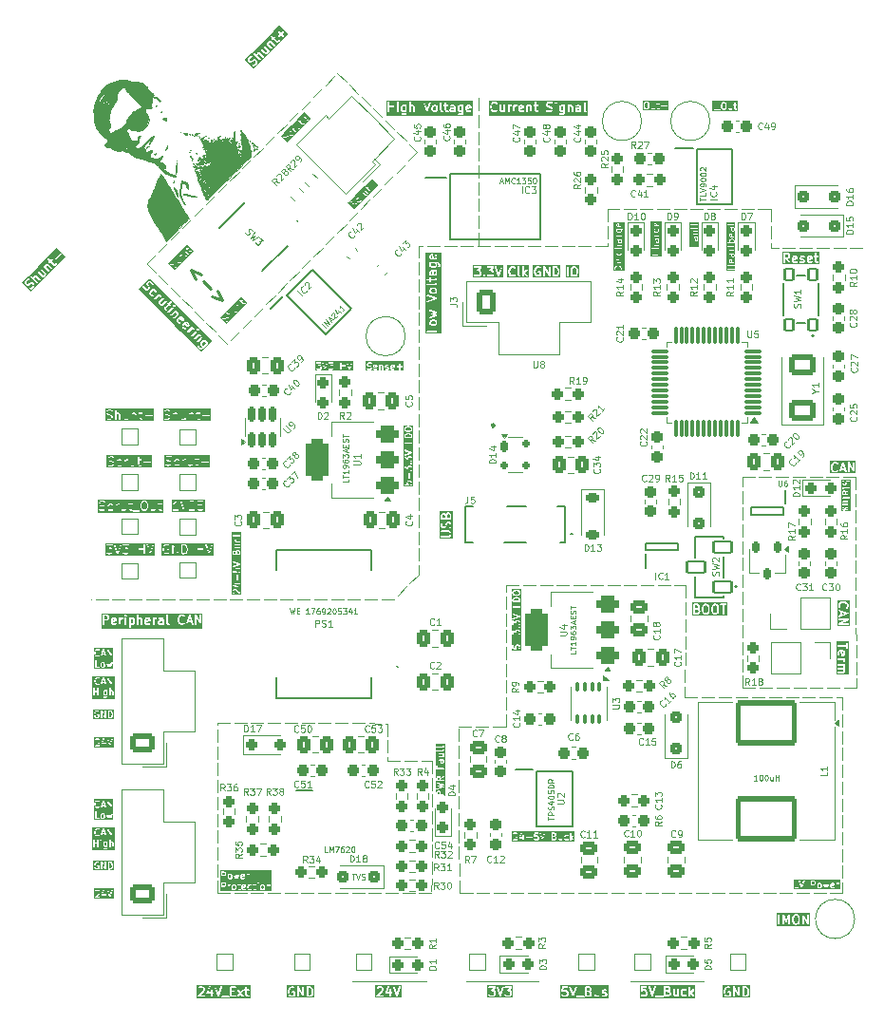
<source format=gbr>
%TF.GenerationSoftware,KiCad,Pcbnew,9.0.4*%
%TF.CreationDate,2025-10-11T12:31:30-05:00*%
%TF.ProjectId,PS-AmperesPCB,50532d41-6d70-4657-9265-735043422e6b,rev?*%
%TF.SameCoordinates,Original*%
%TF.FileFunction,Legend,Top*%
%TF.FilePolarity,Positive*%
%FSLAX46Y46*%
G04 Gerber Fmt 4.6, Leading zero omitted, Abs format (unit mm)*
G04 Created by KiCad (PCBNEW 9.0.4) date 2025-10-11 12:31:30*
%MOMM*%
%LPD*%
G01*
G04 APERTURE LIST*
G04 Aperture macros list*
%AMRoundRect*
0 Rectangle with rounded corners*
0 $1 Rounding radius*
0 $2 $3 $4 $5 $6 $7 $8 $9 X,Y pos of 4 corners*
0 Add a 4 corners polygon primitive as box body*
4,1,4,$2,$3,$4,$5,$6,$7,$8,$9,$2,$3,0*
0 Add four circle primitives for the rounded corners*
1,1,$1+$1,$2,$3*
1,1,$1+$1,$4,$5*
1,1,$1+$1,$6,$7*
1,1,$1+$1,$8,$9*
0 Add four rect primitives between the rounded corners*
20,1,$1+$1,$2,$3,$4,$5,0*
20,1,$1+$1,$4,$5,$6,$7,0*
20,1,$1+$1,$6,$7,$8,$9,0*
20,1,$1+$1,$8,$9,$2,$3,0*%
%AMHorizOval*
0 Thick line with rounded ends*
0 $1 width*
0 $2 $3 position (X,Y) of the first rounded end (center of the circle)*
0 $4 $5 position (X,Y) of the second rounded end (center of the circle)*
0 Add line between two ends*
20,1,$1,$2,$3,$4,$5,0*
0 Add two circle primitives to create the rounded ends*
1,1,$1,$2,$3*
1,1,$1,$4,$5*%
%AMRotRect*
0 Rectangle, with rotation*
0 The origin of the aperture is its center*
0 $1 length*
0 $2 width*
0 $3 Rotation angle, in degrees counterclockwise*
0 Add horizontal line*
21,1,$1,$2,0,0,$3*%
%AMFreePoly0*
4,1,22,0.945671,0.830970,1.026777,0.776777,1.080970,0.695671,1.100000,0.600001,1.100000,-0.600001,1.080970,-0.695671,1.026777,-0.776777,0.945671,-0.830970,0.850000,-0.850000,-0.596447,-0.850000,-0.692118,-0.830970,-0.773224,-0.776777,-1.026777,-0.523224,-1.080970,-0.442118,-1.099999,-0.346447,-1.100000,0.600001,-1.080970,0.695671,-1.026777,0.776777,-0.945671,0.830970,-0.850000,0.850000,
0.850000,0.850000,0.945671,0.830970,0.945671,0.830970,$1*%
G04 Aperture macros list end*
%ADD10C,0.120000*%
%ADD11C,0.100000*%
%ADD12C,0.075000*%
%ADD13C,0.160000*%
%ADD14C,0.080000*%
%ADD15C,0.240000*%
%ADD16C,0.062500*%
%ADD17C,0.010000*%
%ADD18C,0.127000*%
%ADD19C,0.200000*%
%ADD20C,0.250000*%
%ADD21RoundRect,0.237500X0.237500X-0.300000X0.237500X0.300000X-0.237500X0.300000X-0.237500X-0.300000X0*%
%ADD22RoundRect,0.237500X-0.250000X-0.237500X0.250000X-0.237500X0.250000X0.237500X-0.250000X0.237500X0*%
%ADD23RoundRect,0.250000X-0.300000X-0.300000X0.300000X-0.300000X0.300000X0.300000X-0.300000X0.300000X0*%
%ADD24R,1.700000X1.700000*%
%ADD25C,1.700000*%
%ADD26RoundRect,0.237500X-0.237500X0.300000X-0.237500X-0.300000X0.237500X-0.300000X0.237500X0.300000X0*%
%ADD27R,1.000000X1.000000*%
%ADD28RoundRect,0.237500X0.237500X-0.250000X0.237500X0.250000X-0.237500X0.250000X-0.237500X-0.250000X0*%
%ADD29C,1.300000*%
%ADD30RoundRect,0.250000X0.600000X-0.850000X0.600000X0.850000X-0.600000X0.850000X-0.600000X-0.850000X0*%
%ADD31O,1.700000X2.200000*%
%ADD32RoundRect,0.087500X-0.087500X0.337500X-0.087500X-0.337500X0.087500X-0.337500X0.087500X0.337500X0*%
%ADD33R,2.400000X1.650000*%
%ADD34RoundRect,0.102000X0.375000X-0.500000X0.375000X0.500000X-0.375000X0.500000X-0.375000X-0.500000X0*%
%ADD35RoundRect,0.237500X-0.237500X0.287500X-0.237500X-0.287500X0.237500X-0.287500X0.237500X0.287500X0*%
%ADD36RoundRect,0.237500X-0.287500X-0.237500X0.287500X-0.237500X0.287500X0.237500X-0.287500X0.237500X0*%
%ADD37RoundRect,0.237500X0.250000X0.237500X-0.250000X0.237500X-0.250000X-0.237500X0.250000X-0.237500X0*%
%ADD38C,3.600000*%
%ADD39C,5.600000*%
%ADD40RoundRect,0.237500X-0.237500X0.250000X-0.237500X-0.250000X0.237500X-0.250000X0.237500X0.250000X0*%
%ADD41RoundRect,0.237500X-0.300000X-0.237500X0.300000X-0.237500X0.300000X0.237500X-0.300000X0.237500X0*%
%ADD42RoundRect,0.250000X-0.475000X0.337500X-0.475000X-0.337500X0.475000X-0.337500X0.475000X0.337500X0*%
%ADD43C,0.520000*%
%ADD44C,0.890000*%
%ADD45R,0.300000X0.870000*%
%ADD46C,1.460000*%
%ADD47RoundRect,0.250000X0.850000X0.600000X-0.850000X0.600000X-0.850000X-0.600000X0.850000X-0.600000X0*%
%ADD48O,2.200000X1.700000*%
%ADD49RoundRect,0.237500X0.344715X-0.008839X-0.008839X0.344715X-0.344715X0.008839X0.008839X-0.344715X0*%
%ADD50R,0.450000X1.200000*%
%ADD51R,0.600000X1.200000*%
%ADD52RoundRect,0.237500X0.300000X0.237500X-0.300000X0.237500X-0.300000X-0.237500X0.300000X-0.237500X0*%
%ADD53RoundRect,0.250000X0.300000X-0.300000X0.300000X0.300000X-0.300000X0.300000X-0.300000X-0.300000X0*%
%ADD54RotRect,0.650000X1.528000X135.000000*%
%ADD55R,1.850000X0.650000*%
%ADD56R,0.300000X0.850000*%
%ADD57R,0.850000X0.300000*%
%ADD58R,2.550000X2.550000*%
%ADD59RoundRect,0.102000X0.800000X-0.500000X0.800000X0.500000X-0.800000X0.500000X-0.800000X-0.500000X0*%
%ADD60C,2.800000*%
%ADD61RoundRect,0.237500X0.380070X-0.044194X-0.044194X0.380070X-0.380070X0.044194X0.044194X-0.380070X0*%
%ADD62RoundRect,0.175000X-0.175000X-0.325000X0.175000X-0.325000X0.175000X0.325000X-0.175000X0.325000X0*%
%ADD63RoundRect,0.150000X-0.200000X-0.150000X0.200000X-0.150000X0.200000X0.150000X-0.200000X0.150000X0*%
%ADD64RoundRect,0.250000X-0.337500X-0.475000X0.337500X-0.475000X0.337500X0.475000X-0.337500X0.475000X0*%
%ADD65RoundRect,0.150000X0.150000X-0.512500X0.150000X0.512500X-0.150000X0.512500X-0.150000X-0.512500X0*%
%ADD66RoundRect,0.250000X0.337500X0.475000X-0.337500X0.475000X-0.337500X-0.475000X0.337500X-0.475000X0*%
%ADD67RoundRect,0.250000X-0.300000X0.300000X-0.300000X-0.300000X0.300000X-0.300000X0.300000X0.300000X0*%
%ADD68RoundRect,0.225000X-0.375000X0.225000X-0.375000X-0.225000X0.375000X-0.225000X0.375000X0.225000X0*%
%ADD69RoundRect,0.237500X0.237500X-0.287500X0.237500X0.287500X-0.237500X0.287500X-0.237500X-0.287500X0*%
%ADD70RoundRect,0.250000X0.300000X0.300000X-0.300000X0.300000X-0.300000X-0.300000X0.300000X-0.300000X0*%
%ADD71RoundRect,0.250000X-0.250000X-0.250000X0.250000X-0.250000X0.250000X0.250000X-0.250000X0.250000X0*%
%ADD72RoundRect,0.075000X0.662500X0.075000X-0.662500X0.075000X-0.662500X-0.075000X0.662500X-0.075000X0*%
%ADD73RoundRect,0.075000X0.075000X0.662500X-0.075000X0.662500X-0.075000X-0.662500X0.075000X-0.662500X0*%
%ADD74R,2.100000X1.000000*%
%ADD75RoundRect,0.375000X0.625000X0.375000X-0.625000X0.375000X-0.625000X-0.375000X0.625000X-0.375000X0*%
%ADD76RoundRect,0.500000X0.500000X1.400000X-0.500000X1.400000X-0.500000X-1.400000X0.500000X-1.400000X0*%
%ADD77RoundRect,0.250000X-2.500000X1.750000X-2.500000X-1.750000X2.500000X-1.750000X2.500000X1.750000X0*%
%ADD78RoundRect,0.237500X-0.344715X0.008839X0.008839X-0.344715X0.344715X-0.008839X-0.008839X0.344715X0*%
%ADD79R,1.528000X0.650000*%
%ADD80R,1.475000X0.450000*%
%ADD81R,2.460000X3.550000*%
%ADD82RoundRect,0.250000X0.950000X-0.700000X0.950000X0.700000X-0.950000X0.700000X-0.950000X-0.700000X0*%
%ADD83RotRect,1.000000X1.300000X135.000000*%
%ADD84RoundRect,0.237500X-0.044194X-0.380070X0.380070X0.044194X0.044194X0.380070X-0.380070X-0.044194X0*%
%ADD85RoundRect,0.175000X-0.175000X0.325000X-0.175000X-0.325000X0.175000X-0.325000X0.175000X0.325000X0*%
%ADD86RoundRect,0.250000X0.475000X-0.337500X0.475000X0.337500X-0.475000X0.337500X-0.475000X-0.337500X0*%
%ADD87FreePoly0,225.000000*%
%ADD88HorizOval,1.700000X-0.176777X-0.176777X0.176777X0.176777X0*%
%ADD89C,6.300000*%
%ADD90C,12.600000*%
G04 APERTURE END LIST*
D10*
G36*
X188168888Y-128117614D02*
G01*
X188183687Y-128132413D01*
X188201571Y-128168181D01*
X188201571Y-128311280D01*
X188183687Y-128347048D01*
X188168888Y-128361847D01*
X188133121Y-128379731D01*
X188075736Y-128379731D01*
X188039970Y-128361848D01*
X188025167Y-128347045D01*
X188007285Y-128311281D01*
X188007285Y-128168180D01*
X188025167Y-128132416D01*
X188039970Y-128117613D01*
X188075736Y-128099731D01*
X188133121Y-128099731D01*
X188168888Y-128117614D01*
G37*
G36*
X189331135Y-128113023D02*
G01*
X189341605Y-128133964D01*
X189178713Y-128166542D01*
X189178713Y-128139608D01*
X189192005Y-128113024D01*
X189218593Y-128099731D01*
X189304549Y-128099731D01*
X189331135Y-128113023D01*
G37*
G36*
X187626028Y-127917612D02*
G01*
X187640831Y-127932416D01*
X187658714Y-127968180D01*
X187658714Y-128025567D01*
X187640831Y-128061331D01*
X187626029Y-128076134D01*
X187590265Y-128094017D01*
X187435857Y-128094017D01*
X187435857Y-127899731D01*
X187590264Y-127899731D01*
X187626028Y-127917612D01*
G37*
G36*
X189955099Y-128566398D02*
G01*
X185792047Y-128566398D01*
X185792047Y-127839731D01*
X185858714Y-127839731D01*
X185858714Y-128439731D01*
X185863281Y-128462692D01*
X185895753Y-128495164D01*
X185918714Y-128499731D01*
X186204428Y-128499731D01*
X186227389Y-128495164D01*
X186259861Y-128462692D01*
X186259861Y-128416770D01*
X186227389Y-128384298D01*
X186204428Y-128379731D01*
X185978714Y-128379731D01*
X185978714Y-127839731D01*
X185977868Y-127835478D01*
X186258864Y-127835478D01*
X186261792Y-127858705D01*
X186461792Y-128458705D01*
X186473386Y-128479044D01*
X186477396Y-128481049D01*
X186479401Y-128485058D01*
X186497440Y-128491071D01*
X186514460Y-128499581D01*
X186518714Y-128498162D01*
X186522966Y-128499580D01*
X186539973Y-128491076D01*
X186558025Y-128485059D01*
X186560030Y-128481047D01*
X186564040Y-128479043D01*
X186575634Y-128458705D01*
X186775634Y-127858704D01*
X186778026Y-127839731D01*
X187315857Y-127839731D01*
X187315857Y-128439731D01*
X187320424Y-128462692D01*
X187352896Y-128495164D01*
X187398818Y-128495164D01*
X187431290Y-128462692D01*
X187435857Y-128439731D01*
X187435857Y-128214017D01*
X187604428Y-128214017D01*
X187607375Y-128213430D01*
X187608682Y-128213866D01*
X187617952Y-128211326D01*
X187627389Y-128209450D01*
X187628363Y-128208475D01*
X187631261Y-128207682D01*
X187688404Y-128179110D01*
X187696003Y-128173212D01*
X187703997Y-128167871D01*
X187717851Y-128154017D01*
X187887285Y-128154017D01*
X187887285Y-128325445D01*
X187887871Y-128328392D01*
X187887436Y-128329699D01*
X187889975Y-128338969D01*
X187891852Y-128348406D01*
X187892826Y-128349380D01*
X187893620Y-128352278D01*
X187922192Y-128409421D01*
X187928087Y-128417017D01*
X187933430Y-128425014D01*
X187962001Y-128453586D01*
X187969996Y-128458928D01*
X187977596Y-128464826D01*
X188034739Y-128493397D01*
X188037636Y-128494190D01*
X188038610Y-128495164D01*
X188048044Y-128497040D01*
X188057318Y-128499580D01*
X188058623Y-128499144D01*
X188061571Y-128499731D01*
X188147285Y-128499731D01*
X188150232Y-128499144D01*
X188151538Y-128499580D01*
X188160811Y-128497040D01*
X188170246Y-128495164D01*
X188171219Y-128494190D01*
X188174117Y-128493397D01*
X188231261Y-128464826D01*
X188238862Y-128458925D01*
X188246854Y-128453586D01*
X188275426Y-128425014D01*
X188280766Y-128417022D01*
X188286666Y-128409420D01*
X188315237Y-128352277D01*
X188316030Y-128349379D01*
X188317004Y-128348406D01*
X188318880Y-128338971D01*
X188321420Y-128329698D01*
X188320984Y-128328392D01*
X188321571Y-128325445D01*
X188321571Y-128154017D01*
X188320984Y-128151069D01*
X188321420Y-128149764D01*
X188318880Y-128140490D01*
X188317004Y-128131056D01*
X188316030Y-128130082D01*
X188315237Y-128127185D01*
X188286666Y-128070042D01*
X188280766Y-128062439D01*
X188275426Y-128054448D01*
X188253860Y-128032882D01*
X188401963Y-128032882D01*
X188403880Y-128056214D01*
X188518165Y-128456214D01*
X188528865Y-128477037D01*
X188532370Y-128478984D01*
X188533951Y-128482672D01*
X188552009Y-128489895D01*
X188569008Y-128499339D01*
X188572864Y-128498237D01*
X188576589Y-128499727D01*
X188594466Y-128492064D01*
X188613163Y-128486723D01*
X188615110Y-128483217D01*
X188618798Y-128481637D01*
X188631566Y-128462014D01*
X188690142Y-128315572D01*
X188748720Y-128462015D01*
X188761487Y-128481638D01*
X188765175Y-128483218D01*
X188767122Y-128486723D01*
X188785816Y-128492064D01*
X188803697Y-128499727D01*
X188807421Y-128498237D01*
X188811277Y-128499339D01*
X188828273Y-128489896D01*
X188846334Y-128482672D01*
X188847914Y-128478984D01*
X188851420Y-128477037D01*
X188862119Y-128456214D01*
X188956625Y-128125445D01*
X189058713Y-128125445D01*
X189058713Y-128354017D01*
X189059299Y-128356964D01*
X189058864Y-128358271D01*
X189061403Y-128367541D01*
X189063280Y-128376978D01*
X189064254Y-128377952D01*
X189065048Y-128380850D01*
X189093620Y-128437993D01*
X189100943Y-128447430D01*
X189101958Y-128450473D01*
X189105344Y-128453101D01*
X189107973Y-128456488D01*
X189111015Y-128457502D01*
X189120453Y-128464826D01*
X189177596Y-128493397D01*
X189180493Y-128494190D01*
X189181467Y-128495164D01*
X189190901Y-128497040D01*
X189200175Y-128499580D01*
X189201480Y-128499144D01*
X189204428Y-128499731D01*
X189318713Y-128499731D01*
X189321660Y-128499144D01*
X189322966Y-128499580D01*
X189332239Y-128497040D01*
X189341674Y-128495164D01*
X189342647Y-128494190D01*
X189345545Y-128493397D01*
X189402689Y-128464826D01*
X189421183Y-128450472D01*
X189435706Y-128406907D01*
X189415169Y-128365833D01*
X189371603Y-128351311D01*
X189349024Y-128357494D01*
X189304549Y-128379731D01*
X189218593Y-128379731D01*
X189192005Y-128366437D01*
X189178713Y-128339853D01*
X189178713Y-128288919D01*
X189416195Y-128241423D01*
X189424384Y-128238021D01*
X189427389Y-128238021D01*
X189429524Y-128235885D01*
X189437814Y-128232442D01*
X189447505Y-128217904D01*
X189459861Y-128205549D01*
X189461612Y-128196744D01*
X189463287Y-128194232D01*
X189462697Y-128191286D01*
X189464428Y-128182588D01*
X189464428Y-128125445D01*
X189463841Y-128122497D01*
X189464277Y-128121191D01*
X189461737Y-128111920D01*
X189459861Y-128102484D01*
X189458886Y-128101509D01*
X189458093Y-128098612D01*
X189429521Y-128041469D01*
X189428172Y-128039731D01*
X189601571Y-128039731D01*
X189601571Y-128439731D01*
X189606138Y-128462692D01*
X189638610Y-128495164D01*
X189684532Y-128495164D01*
X189717004Y-128462692D01*
X189721571Y-128439731D01*
X189721571Y-128168180D01*
X189739454Y-128132413D01*
X189754253Y-128117614D01*
X189790019Y-128099731D01*
X189832999Y-128099731D01*
X189855960Y-128095164D01*
X189888432Y-128062692D01*
X189888432Y-128016770D01*
X189855960Y-127984298D01*
X189832999Y-127979731D01*
X189775856Y-127979731D01*
X189772908Y-127980317D01*
X189771603Y-127979882D01*
X189762327Y-127982421D01*
X189752895Y-127984298D01*
X189751921Y-127985271D01*
X189749023Y-127986065D01*
X189707207Y-128006973D01*
X189684532Y-127984298D01*
X189638610Y-127984298D01*
X189606138Y-128016770D01*
X189601571Y-128039731D01*
X189428172Y-128039731D01*
X189422196Y-128032031D01*
X189421183Y-128028990D01*
X189417797Y-128026362D01*
X189415168Y-128022974D01*
X189412125Y-128021959D01*
X189402689Y-128014636D01*
X189345545Y-127986065D01*
X189342647Y-127985271D01*
X189341674Y-127984298D01*
X189332239Y-127982421D01*
X189322966Y-127979882D01*
X189321660Y-127980317D01*
X189318713Y-127979731D01*
X189204428Y-127979731D01*
X189201480Y-127980317D01*
X189200175Y-127979882D01*
X189190901Y-127982421D01*
X189181467Y-127984298D01*
X189180493Y-127985271D01*
X189177596Y-127986065D01*
X189120453Y-128014636D01*
X189111015Y-128021959D01*
X189107973Y-128022974D01*
X189105344Y-128026360D01*
X189101958Y-128028989D01*
X189100943Y-128032031D01*
X189093620Y-128041469D01*
X189065048Y-128098612D01*
X189064254Y-128101509D01*
X189063280Y-128102484D01*
X189061403Y-128111920D01*
X189058864Y-128121191D01*
X189059299Y-128122497D01*
X189058713Y-128125445D01*
X188956625Y-128125445D01*
X188976405Y-128056215D01*
X188978322Y-128032882D01*
X188956020Y-127992739D01*
X188911865Y-127980123D01*
X188871722Y-128002425D01*
X188861022Y-128023248D01*
X188794953Y-128254489D01*
X188745851Y-128131733D01*
X188733083Y-128112111D01*
X188732358Y-128111800D01*
X188732048Y-128111076D01*
X188711351Y-128102797D01*
X188690873Y-128094021D01*
X188690141Y-128094313D01*
X188689410Y-128094021D01*
X188668931Y-128102797D01*
X188648236Y-128111076D01*
X188647925Y-128111800D01*
X188647201Y-128112111D01*
X188634433Y-128131734D01*
X188585331Y-128254489D01*
X188519262Y-128023248D01*
X188508563Y-128002425D01*
X188468420Y-127980123D01*
X188424265Y-127992739D01*
X188401963Y-128032882D01*
X188253860Y-128032882D01*
X188246854Y-128025876D01*
X188238862Y-128020536D01*
X188231261Y-128014636D01*
X188174117Y-127986065D01*
X188171219Y-127985271D01*
X188170246Y-127984298D01*
X188160811Y-127982421D01*
X188151538Y-127979882D01*
X188150232Y-127980317D01*
X188147285Y-127979731D01*
X188061571Y-127979731D01*
X188058623Y-127980317D01*
X188057318Y-127979882D01*
X188048044Y-127982421D01*
X188038610Y-127984298D01*
X188037636Y-127985271D01*
X188034739Y-127986065D01*
X187977596Y-128014636D01*
X187969996Y-128020533D01*
X187962001Y-128025876D01*
X187933430Y-128054448D01*
X187928087Y-128062444D01*
X187922192Y-128070041D01*
X187893620Y-128127184D01*
X187892826Y-128130081D01*
X187891852Y-128131056D01*
X187889975Y-128140492D01*
X187887436Y-128149763D01*
X187887871Y-128151069D01*
X187887285Y-128154017D01*
X187717851Y-128154017D01*
X187732568Y-128139301D01*
X187737914Y-128131300D01*
X187743807Y-128123707D01*
X187772379Y-128066564D01*
X187773172Y-128063666D01*
X187774147Y-128062692D01*
X187776023Y-128053255D01*
X187778563Y-128043985D01*
X187778127Y-128042678D01*
X187778714Y-128039731D01*
X187778714Y-127954017D01*
X187778127Y-127951069D01*
X187778563Y-127949763D01*
X187776023Y-127940492D01*
X187774147Y-127931056D01*
X187773172Y-127930081D01*
X187772379Y-127927184D01*
X187743807Y-127870041D01*
X187737911Y-127862444D01*
X187732569Y-127854448D01*
X187703998Y-127825876D01*
X187695999Y-127820531D01*
X187688404Y-127814636D01*
X187631260Y-127786065D01*
X187628362Y-127785271D01*
X187627389Y-127784298D01*
X187617954Y-127782421D01*
X187608681Y-127779882D01*
X187607375Y-127780317D01*
X187604428Y-127779731D01*
X187375857Y-127779731D01*
X187352896Y-127784298D01*
X187320424Y-127816770D01*
X187315857Y-127839731D01*
X186778026Y-127839731D01*
X186778562Y-127835477D01*
X186758025Y-127794403D01*
X186714460Y-127779881D01*
X186673386Y-127800418D01*
X186661792Y-127820757D01*
X186518712Y-128249994D01*
X186375634Y-127820757D01*
X186364040Y-127800419D01*
X186322966Y-127779882D01*
X186279401Y-127794404D01*
X186258864Y-127835478D01*
X185977868Y-127835478D01*
X185974147Y-127816770D01*
X185941675Y-127784298D01*
X185895753Y-127784298D01*
X185863281Y-127816770D01*
X185858714Y-127839731D01*
X185792047Y-127839731D01*
X185792047Y-127713064D01*
X189955099Y-127713064D01*
X189955099Y-128566398D01*
G37*
D11*
X155930600Y-114071400D02*
X157030600Y-114071400D01*
X157430600Y-114071400D02*
X158530600Y-114071400D01*
X158930600Y-114071400D02*
X160030600Y-114071400D01*
X160172400Y-114071400D02*
X160172400Y-112971400D01*
X160172400Y-112571400D02*
X160172400Y-111471400D01*
X160172400Y-111071400D02*
X160172400Y-109971400D01*
X160172400Y-109571400D02*
X160172400Y-108471400D01*
X160172400Y-108071400D02*
X160172400Y-106971400D01*
X160172400Y-106571400D02*
X160172400Y-105471400D01*
X160172400Y-105071400D02*
X160172400Y-103971400D01*
X160172400Y-103571400D02*
X160172400Y-102471400D01*
X160172400Y-102071400D02*
X160172400Y-101498400D01*
X160172400Y-101498400D02*
X161272400Y-101498194D01*
X161672400Y-101498119D02*
X162772400Y-101497914D01*
X163172400Y-101497839D02*
X164272400Y-101497633D01*
X164672400Y-101497558D02*
X165772400Y-101497353D01*
X166172400Y-101497278D02*
X167272400Y-101497072D01*
X167672400Y-101496997D02*
X168772400Y-101496792D01*
X169172400Y-101496717D02*
X170272400Y-101496511D01*
X170672400Y-101496436D02*
X171772400Y-101496231D01*
X172172400Y-101496156D02*
X173272400Y-101495950D01*
X173672400Y-101495875D02*
X174772400Y-101495670D01*
X175172400Y-101495595D02*
X176144244Y-101495413D01*
X176145628Y-101495413D02*
X176140390Y-102595401D01*
X176138485Y-102995396D02*
X176133247Y-104095384D01*
X176131342Y-104495379D02*
X176126104Y-105595367D01*
X176124199Y-105995362D02*
X176118961Y-107095350D01*
X176117057Y-107495345D02*
X176111819Y-108595333D01*
X176109914Y-108995328D02*
X176104676Y-110095315D01*
X176102771Y-110495311D02*
X176098201Y-111455200D01*
X176098200Y-111455200D02*
X177198198Y-111457189D01*
X177598198Y-111457912D02*
X178698196Y-111459902D01*
X179098195Y-111460625D02*
X180198193Y-111462614D01*
X180598193Y-111463337D02*
X181698191Y-111465327D01*
X182098190Y-111466050D02*
X183198188Y-111468039D01*
X183598188Y-111468762D02*
X184698186Y-111470752D01*
X185098185Y-111471475D02*
X186198183Y-111473464D01*
X186598183Y-111474187D02*
X187698181Y-111476176D01*
X188098180Y-111476900D02*
X189198179Y-111478889D01*
X189598178Y-111479612D02*
X190144400Y-111480599D01*
X190144400Y-111480600D02*
X190145166Y-112580600D01*
X190145445Y-112980600D02*
X190146211Y-114080599D01*
X190146489Y-114480599D02*
X190147255Y-115580599D01*
X190147534Y-115980599D02*
X190148300Y-117080599D01*
X190148579Y-117480599D02*
X190149345Y-118580598D01*
X190149623Y-118980598D02*
X190150390Y-120080598D01*
X190150668Y-120480598D02*
X190151434Y-121580598D01*
X190151713Y-121980597D02*
X190152479Y-123080597D01*
X190152758Y-123480597D02*
X190153524Y-124580597D01*
X190153802Y-124980597D02*
X190154568Y-126080596D01*
X190154847Y-126480596D02*
X190155613Y-127580596D01*
X190155892Y-127980596D02*
X190156525Y-128890005D01*
X190156525Y-128890005D02*
X189056525Y-128890005D01*
X188656525Y-128890005D02*
X187556525Y-128890005D01*
X187156525Y-128890005D02*
X186056525Y-128890005D01*
X185656525Y-128890005D02*
X184556525Y-128890005D01*
X184156525Y-128890005D02*
X183056525Y-128890005D01*
X182656525Y-128890005D02*
X181556525Y-128890005D01*
X181156525Y-128890005D02*
X180056525Y-128890005D01*
X179656525Y-128890005D02*
X178556525Y-128890005D01*
X178156525Y-128890005D02*
X177056525Y-128890005D01*
X176656525Y-128890005D02*
X175556525Y-128890005D01*
X175156525Y-128890005D02*
X174056525Y-128890005D01*
X173656525Y-128890005D02*
X172556525Y-128890005D01*
X172156525Y-128890005D02*
X171056525Y-128890005D01*
X170656525Y-128890005D02*
X169556525Y-128890005D01*
X169156525Y-128890005D02*
X168056525Y-128890005D01*
X167656525Y-128890005D02*
X166556525Y-128890005D01*
X166156525Y-128890005D02*
X165056525Y-128890005D01*
X164656525Y-128890005D02*
X163556525Y-128890005D01*
X163156525Y-128890005D02*
X162056525Y-128890005D01*
X161656525Y-128890005D02*
X160556525Y-128890005D01*
X160156525Y-128890005D02*
X159056525Y-128890005D01*
X158656525Y-128890005D02*
X157556525Y-128890005D01*
X157156525Y-128890005D02*
X156056525Y-128890005D01*
X155966544Y-128890005D02*
X155963876Y-127790008D01*
X155962906Y-127390009D02*
X155960237Y-126290013D01*
X155959267Y-125890014D02*
X155956599Y-124790017D01*
X155955629Y-124390018D02*
X155952961Y-123290021D01*
X155951990Y-122890023D02*
X155949322Y-121790026D01*
X155948352Y-121390027D02*
X155945684Y-120290030D01*
X155944714Y-119890031D02*
X155942046Y-118790035D01*
X155941075Y-118390036D02*
X155938407Y-117290039D01*
X155937437Y-116890040D02*
X155934769Y-115790044D01*
X155933799Y-115390045D02*
X155931130Y-114290048D01*
X134416800Y-113705597D02*
X135516782Y-113711865D01*
X135916776Y-113714144D02*
X137016758Y-113720412D01*
X137416751Y-113722691D02*
X138516733Y-113728958D01*
X138916727Y-113731237D02*
X140016709Y-113737505D01*
X140416703Y-113739784D02*
X141516685Y-113746052D01*
X141916678Y-113748331D02*
X143016660Y-113754599D01*
X143416654Y-113756878D02*
X144516636Y-113763146D01*
X144916630Y-113765425D02*
X146016612Y-113771692D01*
X146416605Y-113773972D02*
X147516587Y-113780239D01*
X147916581Y-113782518D02*
X149016563Y-113788786D01*
X149416557Y-113791065D02*
X149580600Y-113791999D01*
X149580600Y-113792000D02*
X149580600Y-114892000D01*
X149580600Y-115292000D02*
X149580600Y-116392000D01*
X149580600Y-116792000D02*
X149580600Y-117119400D01*
X149580600Y-117119400D02*
X150680600Y-117119400D01*
X151080600Y-117119400D02*
X152180600Y-117119400D01*
X152580600Y-117119400D02*
X153543000Y-117119400D01*
X153543000Y-117119400D02*
X153539315Y-118219394D01*
X153537975Y-118619392D02*
X153534290Y-119719385D01*
X153532951Y-120119383D02*
X153529266Y-121219377D01*
X153527926Y-121619375D02*
X153524241Y-122719369D01*
X153522901Y-123119366D02*
X153519216Y-124219360D01*
X153517876Y-124619358D02*
X153514192Y-125719352D01*
X153512852Y-126119350D02*
X153509167Y-127219343D01*
X153507827Y-127619341D02*
X153504142Y-128719335D01*
X153503435Y-128930400D02*
X152403435Y-128930400D01*
X152003435Y-128930400D02*
X150903435Y-128930400D01*
X150503435Y-128930400D02*
X149403435Y-128930400D01*
X149003435Y-128930400D02*
X147903435Y-128930400D01*
X147503435Y-128930400D02*
X146403435Y-128930400D01*
X146003435Y-128930400D02*
X144903435Y-128930400D01*
X144503435Y-128930400D02*
X143403435Y-128930400D01*
X143003435Y-128930400D02*
X141903435Y-128930400D01*
X141503435Y-128930400D02*
X140403435Y-128930400D01*
X140003435Y-128930400D02*
X138903435Y-128930400D01*
X138503435Y-128930400D02*
X137403435Y-128930400D01*
X137003435Y-128930400D02*
X135903435Y-128930400D01*
X135503435Y-128930400D02*
X134416800Y-128930400D01*
X134416800Y-128930400D02*
X134416800Y-127830400D01*
X134416800Y-127430400D02*
X134416800Y-126330400D01*
X134416800Y-125930400D02*
X134416800Y-124830400D01*
X134416800Y-124430400D02*
X134416800Y-123330400D01*
X134416800Y-122930400D02*
X134416800Y-121830400D01*
X134416800Y-121430400D02*
X134416800Y-120330400D01*
X134416800Y-119930400D02*
X134416800Y-118830400D01*
X134416800Y-118430400D02*
X134416800Y-117330400D01*
X134416800Y-116930400D02*
X134416800Y-115830400D01*
X134416800Y-115430400D02*
X134416800Y-114330400D01*
X134416800Y-113930400D02*
X134416800Y-113705597D01*
D10*
G36*
X135955464Y-128270397D02*
G01*
X135970263Y-128285196D01*
X135988147Y-128320964D01*
X135988147Y-128464063D01*
X135970263Y-128499831D01*
X135955464Y-128514630D01*
X135919697Y-128532514D01*
X135862312Y-128532514D01*
X135826546Y-128514631D01*
X135811743Y-128499828D01*
X135793861Y-128464064D01*
X135793861Y-128320963D01*
X135811743Y-128285199D01*
X135826546Y-128270396D01*
X135862312Y-128252514D01*
X135919697Y-128252514D01*
X135955464Y-128270397D01*
G37*
G36*
X136831997Y-128265806D02*
G01*
X136842467Y-128286747D01*
X136679575Y-128319325D01*
X136679575Y-128292391D01*
X136692867Y-128265807D01*
X136719455Y-128252514D01*
X136805411Y-128252514D01*
X136831997Y-128265806D01*
G37*
G36*
X138498321Y-128270397D02*
G01*
X138513120Y-128285196D01*
X138531004Y-128320964D01*
X138531004Y-128464063D01*
X138513120Y-128499831D01*
X138498321Y-128514630D01*
X138462554Y-128532514D01*
X138405169Y-128532514D01*
X138369403Y-128514631D01*
X138354600Y-128499828D01*
X138336718Y-128464064D01*
X138336718Y-128320963D01*
X138354600Y-128285199D01*
X138369403Y-128270396D01*
X138405169Y-128252514D01*
X138462554Y-128252514D01*
X138498321Y-128270397D01*
G37*
G36*
X135041175Y-128070395D02*
G01*
X135055978Y-128085199D01*
X135073861Y-128120963D01*
X135073861Y-128178350D01*
X135055978Y-128214114D01*
X135041176Y-128228917D01*
X135005412Y-128246800D01*
X134851004Y-128246800D01*
X134851004Y-128052514D01*
X135005411Y-128052514D01*
X135041175Y-128070395D01*
G37*
G36*
X135584035Y-127304431D02*
G01*
X135598834Y-127319230D01*
X135616718Y-127354998D01*
X135616718Y-127498097D01*
X135598834Y-127533865D01*
X135584035Y-127548664D01*
X135548268Y-127566548D01*
X135490883Y-127566548D01*
X135455117Y-127548665D01*
X135440314Y-127533862D01*
X135422432Y-127498098D01*
X135422432Y-127354997D01*
X135440314Y-127319233D01*
X135455117Y-127304430D01*
X135490883Y-127286548D01*
X135548268Y-127286548D01*
X135584035Y-127304431D01*
G37*
G36*
X136746282Y-127299840D02*
G01*
X136756752Y-127320781D01*
X136593860Y-127353359D01*
X136593860Y-127326425D01*
X136607152Y-127299841D01*
X136633740Y-127286548D01*
X136719696Y-127286548D01*
X136746282Y-127299840D01*
G37*
G36*
X135041175Y-127104429D02*
G01*
X135055978Y-127119233D01*
X135073861Y-127154997D01*
X135073861Y-127212384D01*
X135055978Y-127248148D01*
X135041176Y-127262951D01*
X135005412Y-127280834D01*
X134851004Y-127280834D01*
X134851004Y-127086548D01*
X135005411Y-127086548D01*
X135041175Y-127104429D01*
G37*
G36*
X139231957Y-128719181D02*
G01*
X134664337Y-128719181D01*
X134664337Y-127992514D01*
X134731004Y-127992514D01*
X134731004Y-128592514D01*
X134735571Y-128615475D01*
X134768043Y-128647947D01*
X134813965Y-128647947D01*
X134846437Y-128615475D01*
X134851004Y-128592514D01*
X134851004Y-128366800D01*
X135019575Y-128366800D01*
X135022522Y-128366213D01*
X135023829Y-128366649D01*
X135033099Y-128364109D01*
X135042536Y-128362233D01*
X135043510Y-128361258D01*
X135046408Y-128360465D01*
X135103551Y-128331893D01*
X135111150Y-128325995D01*
X135119144Y-128320654D01*
X135147715Y-128292084D01*
X135153061Y-128284083D01*
X135158954Y-128276490D01*
X135187526Y-128219347D01*
X135188319Y-128216449D01*
X135189294Y-128215475D01*
X135191170Y-128206038D01*
X135193710Y-128196768D01*
X135193274Y-128195461D01*
X135193861Y-128192514D01*
X135331004Y-128192514D01*
X135331004Y-128592514D01*
X135335571Y-128615475D01*
X135368043Y-128647947D01*
X135413965Y-128647947D01*
X135446437Y-128615475D01*
X135451004Y-128592514D01*
X135451004Y-128320963D01*
X135458085Y-128306800D01*
X135673861Y-128306800D01*
X135673861Y-128478228D01*
X135674447Y-128481175D01*
X135674012Y-128482482D01*
X135676551Y-128491752D01*
X135678428Y-128501189D01*
X135679402Y-128502163D01*
X135680196Y-128505061D01*
X135708768Y-128562204D01*
X135714663Y-128569800D01*
X135720006Y-128577797D01*
X135748577Y-128606369D01*
X135756572Y-128611711D01*
X135764172Y-128617609D01*
X135821315Y-128646180D01*
X135824212Y-128646973D01*
X135825186Y-128647947D01*
X135834620Y-128649823D01*
X135843894Y-128652363D01*
X135845199Y-128651927D01*
X135848147Y-128652514D01*
X135933861Y-128652514D01*
X135936808Y-128651927D01*
X135938114Y-128652363D01*
X135947387Y-128649823D01*
X135956822Y-128647947D01*
X135957795Y-128646973D01*
X135960693Y-128646180D01*
X136017837Y-128617609D01*
X136025438Y-128611708D01*
X136033430Y-128606369D01*
X136062002Y-128577797D01*
X136067342Y-128569805D01*
X136073242Y-128562203D01*
X136101813Y-128505060D01*
X136102606Y-128502162D01*
X136103580Y-128501189D01*
X136105456Y-128491754D01*
X136107996Y-128482481D01*
X136107560Y-128481175D01*
X136108147Y-128478228D01*
X136108147Y-128306800D01*
X136107560Y-128303852D01*
X136107996Y-128302547D01*
X136105456Y-128293273D01*
X136103580Y-128283839D01*
X136102606Y-128282865D01*
X136101813Y-128279968D01*
X136073242Y-128222825D01*
X136067342Y-128215222D01*
X136062002Y-128207231D01*
X136033430Y-128178659D01*
X136025438Y-128173319D01*
X136020586Y-128169553D01*
X136164142Y-128169553D01*
X136164142Y-128215475D01*
X136196614Y-128247947D01*
X136219575Y-128252514D01*
X136245290Y-128252514D01*
X136245290Y-128506800D01*
X136245876Y-128509747D01*
X136245441Y-128511053D01*
X136247980Y-128520326D01*
X136249857Y-128529761D01*
X136250830Y-128530734D01*
X136251624Y-128533632D01*
X136280195Y-128590776D01*
X136287519Y-128600213D01*
X136288534Y-128603256D01*
X136291921Y-128605885D01*
X136294549Y-128609270D01*
X136297589Y-128610283D01*
X136307029Y-128617609D01*
X136364172Y-128646180D01*
X136367069Y-128646973D01*
X136368043Y-128647947D01*
X136377477Y-128649823D01*
X136386751Y-128652363D01*
X136388056Y-128651927D01*
X136391004Y-128652514D01*
X136448147Y-128652514D01*
X136471108Y-128647947D01*
X136503580Y-128615475D01*
X136503580Y-128569553D01*
X136471108Y-128537081D01*
X136448147Y-128532514D01*
X136405169Y-128532514D01*
X136378582Y-128519221D01*
X136365290Y-128492636D01*
X136365290Y-128278228D01*
X136559575Y-128278228D01*
X136559575Y-128506800D01*
X136560161Y-128509747D01*
X136559726Y-128511054D01*
X136562265Y-128520324D01*
X136564142Y-128529761D01*
X136565116Y-128530735D01*
X136565910Y-128533633D01*
X136594482Y-128590776D01*
X136601805Y-128600213D01*
X136602820Y-128603256D01*
X136606206Y-128605884D01*
X136608835Y-128609271D01*
X136611877Y-128610285D01*
X136621315Y-128617609D01*
X136678458Y-128646180D01*
X136681355Y-128646973D01*
X136682329Y-128647947D01*
X136691763Y-128649823D01*
X136701037Y-128652363D01*
X136702342Y-128651927D01*
X136705290Y-128652514D01*
X136819575Y-128652514D01*
X136822522Y-128651927D01*
X136823828Y-128652363D01*
X136833101Y-128649823D01*
X136842536Y-128647947D01*
X136843509Y-128646973D01*
X136846407Y-128646180D01*
X136903551Y-128617609D01*
X136922045Y-128603255D01*
X136936568Y-128559690D01*
X136916031Y-128518616D01*
X136872465Y-128504094D01*
X136849886Y-128510277D01*
X136805411Y-128532514D01*
X136719455Y-128532514D01*
X136692867Y-128519220D01*
X136679575Y-128492636D01*
X136679575Y-128441702D01*
X136917057Y-128394206D01*
X136925246Y-128390804D01*
X136928251Y-128390804D01*
X136930386Y-128388668D01*
X136938676Y-128385225D01*
X136948367Y-128370687D01*
X136960723Y-128358332D01*
X136962474Y-128349527D01*
X136964149Y-128347015D01*
X136963559Y-128344069D01*
X136965290Y-128335371D01*
X136965290Y-128306800D01*
X137073861Y-128306800D01*
X137073861Y-128478228D01*
X137074447Y-128481175D01*
X137074012Y-128482482D01*
X137076551Y-128491752D01*
X137078428Y-128501189D01*
X137079402Y-128502163D01*
X137080196Y-128505061D01*
X137108768Y-128562204D01*
X137114663Y-128569800D01*
X137120006Y-128577797D01*
X137148577Y-128606369D01*
X137156572Y-128611711D01*
X137164172Y-128617609D01*
X137221315Y-128646180D01*
X137224212Y-128646973D01*
X137225186Y-128647947D01*
X137234620Y-128649823D01*
X137243894Y-128652363D01*
X137245199Y-128651927D01*
X137248147Y-128652514D01*
X137362433Y-128652514D01*
X137365380Y-128651927D01*
X137366686Y-128652363D01*
X137375959Y-128649823D01*
X137385394Y-128647947D01*
X137386367Y-128646973D01*
X137389265Y-128646180D01*
X137446409Y-128617609D01*
X137464903Y-128603255D01*
X137479426Y-128559690D01*
X137458889Y-128518616D01*
X137415323Y-128504094D01*
X137392744Y-128510277D01*
X137348269Y-128532514D01*
X137262312Y-128532514D01*
X137226546Y-128514631D01*
X137211743Y-128499828D01*
X137193861Y-128464064D01*
X137193861Y-128320963D01*
X137211743Y-128285199D01*
X137226546Y-128270396D01*
X137262312Y-128252514D01*
X137348269Y-128252514D01*
X137392744Y-128274751D01*
X137415323Y-128280934D01*
X137458889Y-128266412D01*
X137479426Y-128225338D01*
X137464903Y-128181773D01*
X137449158Y-128169553D01*
X137535571Y-128169553D01*
X137535571Y-128215475D01*
X137568043Y-128247947D01*
X137591004Y-128252514D01*
X137616719Y-128252514D01*
X137616719Y-128506800D01*
X137617305Y-128509747D01*
X137616870Y-128511053D01*
X137619409Y-128520326D01*
X137621286Y-128529761D01*
X137622259Y-128530734D01*
X137623053Y-128533632D01*
X137651624Y-128590776D01*
X137658948Y-128600213D01*
X137659963Y-128603256D01*
X137663350Y-128605885D01*
X137665978Y-128609270D01*
X137669018Y-128610283D01*
X137678458Y-128617609D01*
X137735601Y-128646180D01*
X137738498Y-128646973D01*
X137739472Y-128647947D01*
X137748906Y-128649823D01*
X137758180Y-128652363D01*
X137759485Y-128651927D01*
X137762433Y-128652514D01*
X137819576Y-128652514D01*
X137842537Y-128647947D01*
X137875009Y-128615475D01*
X137875009Y-128569553D01*
X137842537Y-128537081D01*
X137819576Y-128532514D01*
X137776598Y-128532514D01*
X137750011Y-128519221D01*
X137736719Y-128492636D01*
X137736719Y-128252514D01*
X137819576Y-128252514D01*
X137842537Y-128247947D01*
X137875009Y-128215475D01*
X137875009Y-128192514D01*
X137959576Y-128192514D01*
X137959576Y-128592514D01*
X137964143Y-128615475D01*
X137996615Y-128647947D01*
X138042537Y-128647947D01*
X138075009Y-128615475D01*
X138079576Y-128592514D01*
X138079576Y-128306800D01*
X138216718Y-128306800D01*
X138216718Y-128478228D01*
X138217304Y-128481175D01*
X138216869Y-128482482D01*
X138219408Y-128491752D01*
X138221285Y-128501189D01*
X138222259Y-128502163D01*
X138223053Y-128505061D01*
X138251625Y-128562204D01*
X138257520Y-128569800D01*
X138262863Y-128577797D01*
X138291434Y-128606369D01*
X138299429Y-128611711D01*
X138307029Y-128617609D01*
X138364172Y-128646180D01*
X138367069Y-128646973D01*
X138368043Y-128647947D01*
X138377477Y-128649823D01*
X138386751Y-128652363D01*
X138388056Y-128651927D01*
X138391004Y-128652514D01*
X138476718Y-128652514D01*
X138479665Y-128651927D01*
X138480971Y-128652363D01*
X138490244Y-128649823D01*
X138499679Y-128647947D01*
X138500652Y-128646973D01*
X138503550Y-128646180D01*
X138560694Y-128617609D01*
X138568295Y-128611708D01*
X138576287Y-128606369D01*
X138604859Y-128577797D01*
X138610199Y-128569805D01*
X138616099Y-128562203D01*
X138644670Y-128505060D01*
X138645463Y-128502162D01*
X138646437Y-128501189D01*
X138648313Y-128491754D01*
X138650853Y-128482481D01*
X138650417Y-128481175D01*
X138651004Y-128478228D01*
X138651004Y-128306800D01*
X138650417Y-128303852D01*
X138650853Y-128302547D01*
X138648313Y-128293273D01*
X138646437Y-128283839D01*
X138645463Y-128282865D01*
X138644670Y-128279968D01*
X138616099Y-128222825D01*
X138610199Y-128215222D01*
X138604859Y-128207231D01*
X138590142Y-128192514D01*
X138788147Y-128192514D01*
X138788147Y-128592514D01*
X138792714Y-128615475D01*
X138825186Y-128647947D01*
X138871108Y-128647947D01*
X138903580Y-128615475D01*
X138908147Y-128592514D01*
X138908147Y-128274509D01*
X138912260Y-128270396D01*
X138948026Y-128252514D01*
X139005411Y-128252514D01*
X139031997Y-128265806D01*
X139045290Y-128292391D01*
X139045290Y-128592514D01*
X139049857Y-128615475D01*
X139082329Y-128647947D01*
X139128251Y-128647947D01*
X139160723Y-128615475D01*
X139165290Y-128592514D01*
X139165290Y-128278228D01*
X139164703Y-128275280D01*
X139165139Y-128273974D01*
X139162599Y-128264703D01*
X139160723Y-128255267D01*
X139159748Y-128254292D01*
X139158955Y-128251395D01*
X139130383Y-128194252D01*
X139123058Y-128184814D01*
X139122045Y-128181773D01*
X139118659Y-128179145D01*
X139116030Y-128175757D01*
X139112987Y-128174742D01*
X139103551Y-128167419D01*
X139046407Y-128138848D01*
X139043509Y-128138054D01*
X139042536Y-128137081D01*
X139033101Y-128135204D01*
X139023828Y-128132665D01*
X139022522Y-128133100D01*
X139019575Y-128132514D01*
X138933861Y-128132514D01*
X138930913Y-128133100D01*
X138929608Y-128132665D01*
X138920334Y-128135204D01*
X138910900Y-128137081D01*
X138909926Y-128138054D01*
X138907029Y-128138848D01*
X138884259Y-128150232D01*
X138871108Y-128137081D01*
X138825186Y-128137081D01*
X138792714Y-128169553D01*
X138788147Y-128192514D01*
X138590142Y-128192514D01*
X138576287Y-128178659D01*
X138568295Y-128173319D01*
X138560694Y-128167419D01*
X138503550Y-128138848D01*
X138500652Y-128138054D01*
X138499679Y-128137081D01*
X138490244Y-128135204D01*
X138480971Y-128132665D01*
X138479665Y-128133100D01*
X138476718Y-128132514D01*
X138391004Y-128132514D01*
X138388056Y-128133100D01*
X138386751Y-128132665D01*
X138377477Y-128135204D01*
X138368043Y-128137081D01*
X138367069Y-128138054D01*
X138364172Y-128138848D01*
X138307029Y-128167419D01*
X138299429Y-128173316D01*
X138291434Y-128178659D01*
X138262863Y-128207231D01*
X138257520Y-128215227D01*
X138251625Y-128222824D01*
X138223053Y-128279967D01*
X138222259Y-128282864D01*
X138221285Y-128283839D01*
X138219408Y-128293275D01*
X138216869Y-128302546D01*
X138217304Y-128303852D01*
X138216718Y-128306800D01*
X138079576Y-128306800D01*
X138079576Y-128192514D01*
X138075009Y-128169553D01*
X138042537Y-128137081D01*
X137996615Y-128137081D01*
X137964143Y-128169553D01*
X137959576Y-128192514D01*
X137875009Y-128192514D01*
X137875009Y-128169553D01*
X137842537Y-128137081D01*
X137819576Y-128132514D01*
X137736719Y-128132514D01*
X137736719Y-127998123D01*
X137935571Y-127998123D01*
X137935571Y-127998124D01*
X137935571Y-128044046D01*
X137948578Y-128063511D01*
X137977150Y-128092083D01*
X137996615Y-128105090D01*
X137996616Y-128105090D01*
X138042538Y-128105090D01*
X138062003Y-128092083D01*
X138090574Y-128063511D01*
X138103577Y-128044048D01*
X138103580Y-128044046D01*
X138103580Y-127998123D01*
X138090573Y-127978658D01*
X138062002Y-127950088D01*
X138042537Y-127937081D01*
X137996615Y-127937081D01*
X137996612Y-127937083D01*
X137977150Y-127950087D01*
X137948578Y-127978658D01*
X137935571Y-127998123D01*
X137736719Y-127998123D01*
X137736719Y-127992514D01*
X137732152Y-127969553D01*
X137699680Y-127937081D01*
X137653758Y-127937081D01*
X137621286Y-127969553D01*
X137616719Y-127992514D01*
X137616719Y-128132514D01*
X137591004Y-128132514D01*
X137568043Y-128137081D01*
X137535571Y-128169553D01*
X137449158Y-128169553D01*
X137446409Y-128167419D01*
X137389265Y-128138848D01*
X137386367Y-128138054D01*
X137385394Y-128137081D01*
X137375959Y-128135204D01*
X137366686Y-128132665D01*
X137365380Y-128133100D01*
X137362433Y-128132514D01*
X137248147Y-128132514D01*
X137245199Y-128133100D01*
X137243894Y-128132665D01*
X137234620Y-128135204D01*
X137225186Y-128137081D01*
X137224212Y-128138054D01*
X137221315Y-128138848D01*
X137164172Y-128167419D01*
X137156572Y-128173316D01*
X137148577Y-128178659D01*
X137120006Y-128207231D01*
X137114663Y-128215227D01*
X137108768Y-128222824D01*
X137080196Y-128279967D01*
X137079402Y-128282864D01*
X137078428Y-128283839D01*
X137076551Y-128293275D01*
X137074012Y-128302546D01*
X137074447Y-128303852D01*
X137073861Y-128306800D01*
X136965290Y-128306800D01*
X136965290Y-128278228D01*
X136964703Y-128275280D01*
X136965139Y-128273974D01*
X136962599Y-128264703D01*
X136960723Y-128255267D01*
X136959748Y-128254292D01*
X136958955Y-128251395D01*
X136930383Y-128194252D01*
X136923058Y-128184814D01*
X136922045Y-128181773D01*
X136918659Y-128179145D01*
X136916030Y-128175757D01*
X136912987Y-128174742D01*
X136903551Y-128167419D01*
X136846407Y-128138848D01*
X136843509Y-128138054D01*
X136842536Y-128137081D01*
X136833101Y-128135204D01*
X136823828Y-128132665D01*
X136822522Y-128133100D01*
X136819575Y-128132514D01*
X136705290Y-128132514D01*
X136702342Y-128133100D01*
X136701037Y-128132665D01*
X136691763Y-128135204D01*
X136682329Y-128137081D01*
X136681355Y-128138054D01*
X136678458Y-128138848D01*
X136621315Y-128167419D01*
X136611877Y-128174742D01*
X136608835Y-128175757D01*
X136606206Y-128179143D01*
X136602820Y-128181772D01*
X136601805Y-128184814D01*
X136594482Y-128194252D01*
X136565910Y-128251395D01*
X136565116Y-128254292D01*
X136564142Y-128255267D01*
X136562265Y-128264703D01*
X136559726Y-128273974D01*
X136560161Y-128275280D01*
X136559575Y-128278228D01*
X136365290Y-128278228D01*
X136365290Y-128252514D01*
X136448147Y-128252514D01*
X136471108Y-128247947D01*
X136503580Y-128215475D01*
X136503580Y-128169553D01*
X136471108Y-128137081D01*
X136448147Y-128132514D01*
X136365290Y-128132514D01*
X136365290Y-127992514D01*
X136360723Y-127969553D01*
X136328251Y-127937081D01*
X136282329Y-127937081D01*
X136249857Y-127969553D01*
X136245290Y-127992514D01*
X136245290Y-128132514D01*
X136219575Y-128132514D01*
X136196614Y-128137081D01*
X136164142Y-128169553D01*
X136020586Y-128169553D01*
X136017837Y-128167419D01*
X135960693Y-128138848D01*
X135957795Y-128138054D01*
X135956822Y-128137081D01*
X135947387Y-128135204D01*
X135938114Y-128132665D01*
X135936808Y-128133100D01*
X135933861Y-128132514D01*
X135848147Y-128132514D01*
X135845199Y-128133100D01*
X135843894Y-128132665D01*
X135834620Y-128135204D01*
X135825186Y-128137081D01*
X135824212Y-128138054D01*
X135821315Y-128138848D01*
X135764172Y-128167419D01*
X135756572Y-128173316D01*
X135748577Y-128178659D01*
X135720006Y-128207231D01*
X135714663Y-128215227D01*
X135708768Y-128222824D01*
X135680196Y-128279967D01*
X135679402Y-128282864D01*
X135678428Y-128283839D01*
X135676551Y-128293275D01*
X135674012Y-128302546D01*
X135674447Y-128303852D01*
X135673861Y-128306800D01*
X135458085Y-128306800D01*
X135468887Y-128285196D01*
X135483686Y-128270397D01*
X135519452Y-128252514D01*
X135562432Y-128252514D01*
X135585393Y-128247947D01*
X135617865Y-128215475D01*
X135617865Y-128169553D01*
X135585393Y-128137081D01*
X135562432Y-128132514D01*
X135505289Y-128132514D01*
X135502341Y-128133100D01*
X135501036Y-128132665D01*
X135491760Y-128135204D01*
X135482328Y-128137081D01*
X135481354Y-128138054D01*
X135478456Y-128138848D01*
X135436640Y-128159756D01*
X135413965Y-128137081D01*
X135368043Y-128137081D01*
X135335571Y-128169553D01*
X135331004Y-128192514D01*
X135193861Y-128192514D01*
X135193861Y-128106800D01*
X135193274Y-128103852D01*
X135193710Y-128102546D01*
X135191170Y-128093275D01*
X135189294Y-128083839D01*
X135188319Y-128082864D01*
X135187526Y-128079967D01*
X135158954Y-128022824D01*
X135153058Y-128015227D01*
X135147716Y-128007231D01*
X135119145Y-127978659D01*
X135111146Y-127973314D01*
X135103551Y-127967419D01*
X135046407Y-127938848D01*
X135043509Y-127938054D01*
X135042536Y-127937081D01*
X135033101Y-127935204D01*
X135023828Y-127932665D01*
X135022522Y-127933100D01*
X135019575Y-127932514D01*
X134791004Y-127932514D01*
X134768043Y-127937081D01*
X134735571Y-127969553D01*
X134731004Y-127992514D01*
X134664337Y-127992514D01*
X134664337Y-127026548D01*
X134731004Y-127026548D01*
X134731004Y-127626548D01*
X134735571Y-127649509D01*
X134768043Y-127681981D01*
X134813965Y-127681981D01*
X134846437Y-127649509D01*
X134851004Y-127626548D01*
X134851004Y-127400834D01*
X135019575Y-127400834D01*
X135022522Y-127400247D01*
X135023829Y-127400683D01*
X135033099Y-127398143D01*
X135042536Y-127396267D01*
X135043510Y-127395292D01*
X135046408Y-127394499D01*
X135103551Y-127365927D01*
X135111150Y-127360029D01*
X135119144Y-127354688D01*
X135132998Y-127340834D01*
X135302432Y-127340834D01*
X135302432Y-127512262D01*
X135303018Y-127515209D01*
X135302583Y-127516516D01*
X135305122Y-127525786D01*
X135306999Y-127535223D01*
X135307973Y-127536197D01*
X135308767Y-127539095D01*
X135337339Y-127596238D01*
X135343234Y-127603834D01*
X135348577Y-127611831D01*
X135377148Y-127640403D01*
X135385143Y-127645745D01*
X135392743Y-127651643D01*
X135449886Y-127680214D01*
X135452783Y-127681007D01*
X135453757Y-127681981D01*
X135463191Y-127683857D01*
X135472465Y-127686397D01*
X135473770Y-127685961D01*
X135476718Y-127686548D01*
X135562432Y-127686548D01*
X135565379Y-127685961D01*
X135566685Y-127686397D01*
X135575958Y-127683857D01*
X135585393Y-127681981D01*
X135586366Y-127681007D01*
X135589264Y-127680214D01*
X135646408Y-127651643D01*
X135654009Y-127645742D01*
X135662001Y-127640403D01*
X135690573Y-127611831D01*
X135695913Y-127603839D01*
X135701813Y-127596237D01*
X135730384Y-127539094D01*
X135731177Y-127536196D01*
X135732151Y-127535223D01*
X135734027Y-127525788D01*
X135736567Y-127516515D01*
X135736131Y-127515209D01*
X135736718Y-127512262D01*
X135736718Y-127340834D01*
X135736131Y-127337886D01*
X135736567Y-127336581D01*
X135734027Y-127327307D01*
X135732151Y-127317873D01*
X135731177Y-127316899D01*
X135730384Y-127314002D01*
X135701813Y-127256859D01*
X135695913Y-127249256D01*
X135690573Y-127241265D01*
X135669007Y-127219699D01*
X135817110Y-127219699D01*
X135819027Y-127243031D01*
X135933312Y-127643031D01*
X135944012Y-127663854D01*
X135947517Y-127665801D01*
X135949098Y-127669489D01*
X135967156Y-127676712D01*
X135984155Y-127686156D01*
X135988011Y-127685054D01*
X135991736Y-127686544D01*
X136009613Y-127678881D01*
X136028310Y-127673540D01*
X136030257Y-127670034D01*
X136033945Y-127668454D01*
X136046713Y-127648831D01*
X136105289Y-127502389D01*
X136163867Y-127648832D01*
X136176634Y-127668455D01*
X136180322Y-127670035D01*
X136182269Y-127673540D01*
X136200963Y-127678881D01*
X136218844Y-127686544D01*
X136222568Y-127685054D01*
X136226424Y-127686156D01*
X136243420Y-127676713D01*
X136261481Y-127669489D01*
X136263061Y-127665801D01*
X136266567Y-127663854D01*
X136277266Y-127643031D01*
X136371772Y-127312262D01*
X136473860Y-127312262D01*
X136473860Y-127540834D01*
X136474446Y-127543781D01*
X136474011Y-127545088D01*
X136476550Y-127554358D01*
X136478427Y-127563795D01*
X136479401Y-127564769D01*
X136480195Y-127567667D01*
X136508767Y-127624810D01*
X136516090Y-127634247D01*
X136517105Y-127637290D01*
X136520491Y-127639918D01*
X136523120Y-127643305D01*
X136526162Y-127644319D01*
X136535600Y-127651643D01*
X136592743Y-127680214D01*
X136595640Y-127681007D01*
X136596614Y-127681981D01*
X136606048Y-127683857D01*
X136615322Y-127686397D01*
X136616627Y-127685961D01*
X136619575Y-127686548D01*
X136733860Y-127686548D01*
X136736807Y-127685961D01*
X136738113Y-127686397D01*
X136747386Y-127683857D01*
X136756821Y-127681981D01*
X136757794Y-127681007D01*
X136760692Y-127680214D01*
X136817836Y-127651643D01*
X136836330Y-127637289D01*
X136850853Y-127593724D01*
X136830316Y-127552650D01*
X136786750Y-127538128D01*
X136764171Y-127544311D01*
X136719696Y-127566548D01*
X136633740Y-127566548D01*
X136607152Y-127553254D01*
X136593860Y-127526670D01*
X136593860Y-127475736D01*
X136831342Y-127428240D01*
X136839531Y-127424838D01*
X136842536Y-127424838D01*
X136844671Y-127422702D01*
X136852961Y-127419259D01*
X136862652Y-127404721D01*
X136875008Y-127392366D01*
X136876759Y-127383561D01*
X136878434Y-127381049D01*
X136877844Y-127378103D01*
X136879575Y-127369405D01*
X136879575Y-127312262D01*
X136878988Y-127309314D01*
X136879424Y-127308008D01*
X136876884Y-127298737D01*
X136875008Y-127289301D01*
X136874033Y-127288326D01*
X136873240Y-127285429D01*
X136844668Y-127228286D01*
X136843319Y-127226548D01*
X137016718Y-127226548D01*
X137016718Y-127626548D01*
X137021285Y-127649509D01*
X137053757Y-127681981D01*
X137099679Y-127681981D01*
X137132151Y-127649509D01*
X137136718Y-127626548D01*
X137136718Y-127354997D01*
X137154601Y-127319230D01*
X137169400Y-127304431D01*
X137205166Y-127286548D01*
X137248146Y-127286548D01*
X137271107Y-127281981D01*
X137303579Y-127249509D01*
X137303579Y-127203587D01*
X137271107Y-127171115D01*
X137248146Y-127166548D01*
X137191003Y-127166548D01*
X137188055Y-127167134D01*
X137186750Y-127166699D01*
X137177474Y-127169238D01*
X137168042Y-127171115D01*
X137167068Y-127172088D01*
X137164170Y-127172882D01*
X137122354Y-127193790D01*
X137099679Y-127171115D01*
X137053757Y-127171115D01*
X137021285Y-127203587D01*
X137016718Y-127226548D01*
X136843319Y-127226548D01*
X136837343Y-127218848D01*
X136836330Y-127215807D01*
X136832944Y-127213179D01*
X136830315Y-127209791D01*
X136827272Y-127208776D01*
X136817836Y-127201453D01*
X136760692Y-127172882D01*
X136757794Y-127172088D01*
X136756821Y-127171115D01*
X136747386Y-127169238D01*
X136738113Y-127166699D01*
X136736807Y-127167134D01*
X136733860Y-127166548D01*
X136619575Y-127166548D01*
X136616627Y-127167134D01*
X136615322Y-127166699D01*
X136606048Y-127169238D01*
X136596614Y-127171115D01*
X136595640Y-127172088D01*
X136592743Y-127172882D01*
X136535600Y-127201453D01*
X136526162Y-127208776D01*
X136523120Y-127209791D01*
X136520491Y-127213177D01*
X136517105Y-127215806D01*
X136516090Y-127218848D01*
X136508767Y-127228286D01*
X136480195Y-127285429D01*
X136479401Y-127288326D01*
X136478427Y-127289301D01*
X136476550Y-127298737D01*
X136474011Y-127308008D01*
X136474446Y-127309314D01*
X136473860Y-127312262D01*
X136371772Y-127312262D01*
X136391552Y-127243032D01*
X136393469Y-127219699D01*
X136371167Y-127179556D01*
X136327012Y-127166940D01*
X136286869Y-127189242D01*
X136276169Y-127210065D01*
X136210100Y-127441306D01*
X136160998Y-127318550D01*
X136148230Y-127298928D01*
X136147505Y-127298617D01*
X136147195Y-127297893D01*
X136126498Y-127289614D01*
X136106020Y-127280838D01*
X136105288Y-127281130D01*
X136104557Y-127280838D01*
X136084078Y-127289614D01*
X136063383Y-127297893D01*
X136063072Y-127298617D01*
X136062348Y-127298928D01*
X136049580Y-127318551D01*
X136000478Y-127441306D01*
X135934409Y-127210065D01*
X135923710Y-127189242D01*
X135883567Y-127166940D01*
X135839412Y-127179556D01*
X135817110Y-127219699D01*
X135669007Y-127219699D01*
X135662001Y-127212693D01*
X135654009Y-127207353D01*
X135646408Y-127201453D01*
X135589264Y-127172882D01*
X135586366Y-127172088D01*
X135585393Y-127171115D01*
X135575958Y-127169238D01*
X135566685Y-127166699D01*
X135565379Y-127167134D01*
X135562432Y-127166548D01*
X135476718Y-127166548D01*
X135473770Y-127167134D01*
X135472465Y-127166699D01*
X135463191Y-127169238D01*
X135453757Y-127171115D01*
X135452783Y-127172088D01*
X135449886Y-127172882D01*
X135392743Y-127201453D01*
X135385143Y-127207350D01*
X135377148Y-127212693D01*
X135348577Y-127241265D01*
X135343234Y-127249261D01*
X135337339Y-127256858D01*
X135308767Y-127314001D01*
X135307973Y-127316898D01*
X135306999Y-127317873D01*
X135305122Y-127327309D01*
X135302583Y-127336580D01*
X135303018Y-127337886D01*
X135302432Y-127340834D01*
X135132998Y-127340834D01*
X135147715Y-127326118D01*
X135153061Y-127318117D01*
X135158954Y-127310524D01*
X135187526Y-127253381D01*
X135188319Y-127250483D01*
X135189294Y-127249509D01*
X135191170Y-127240072D01*
X135193710Y-127230802D01*
X135193274Y-127229495D01*
X135193861Y-127226548D01*
X135193861Y-127140834D01*
X135193274Y-127137886D01*
X135193710Y-127136580D01*
X135191170Y-127127309D01*
X135189294Y-127117873D01*
X135188319Y-127116898D01*
X135187526Y-127114001D01*
X135158954Y-127056858D01*
X135153058Y-127049261D01*
X135147716Y-127041265D01*
X135119145Y-127012693D01*
X135111146Y-127007348D01*
X135103551Y-127001453D01*
X135046407Y-126972882D01*
X135043509Y-126972088D01*
X135042536Y-126971115D01*
X135033101Y-126969238D01*
X135023828Y-126966699D01*
X135022522Y-126967134D01*
X135019575Y-126966548D01*
X134791004Y-126966548D01*
X134768043Y-126971115D01*
X134735571Y-127003587D01*
X134731004Y-127026548D01*
X134664337Y-127026548D01*
X134664337Y-126899881D01*
X139231957Y-126899881D01*
X139231957Y-128719181D01*
G37*
G36*
X151567731Y-88055152D02*
G01*
X151610276Y-88076425D01*
X151650518Y-88116667D01*
X151671531Y-88179705D01*
X151671531Y-88252827D01*
X151191531Y-88252827D01*
X151191531Y-88179706D01*
X151212544Y-88116665D01*
X151252786Y-88076424D01*
X151295333Y-88055151D01*
X151396062Y-88029970D01*
X151467004Y-88029970D01*
X151567731Y-88055152D01*
G37*
G36*
X151615143Y-87424148D02*
G01*
X151653648Y-87462654D01*
X151671531Y-87498420D01*
X151671531Y-87584377D01*
X151653648Y-87620143D01*
X151615141Y-87658649D01*
X151524147Y-87681399D01*
X151338919Y-87681399D01*
X151247920Y-87658649D01*
X151209413Y-87620142D01*
X151191531Y-87584378D01*
X151191531Y-87498419D01*
X151209414Y-87462653D01*
X151247919Y-87424148D01*
X151338919Y-87401399D01*
X151524143Y-87401399D01*
X151615143Y-87424148D01*
G37*
G36*
X151858198Y-92667769D02*
G01*
X151004864Y-92667769D01*
X151004864Y-92227114D01*
X151071531Y-92227114D01*
X151071531Y-92512828D01*
X151074385Y-92527180D01*
X151074088Y-92530159D01*
X151075264Y-92531596D01*
X151076098Y-92535789D01*
X151090378Y-92550069D01*
X151103168Y-92565701D01*
X151107256Y-92566947D01*
X151108570Y-92568261D01*
X151111563Y-92568261D01*
X151125561Y-92572530D01*
X151411275Y-92601102D01*
X151434576Y-92598843D01*
X151437032Y-92596832D01*
X151440205Y-92596833D01*
X151454483Y-92582554D01*
X151470118Y-92569763D01*
X151470433Y-92566605D01*
X151472677Y-92564362D01*
X151472677Y-92544171D01*
X151474688Y-92524069D01*
X151472677Y-92521612D01*
X151472678Y-92518440D01*
X151459672Y-92498974D01*
X151437984Y-92477286D01*
X151420102Y-92441521D01*
X151420102Y-92326992D01*
X151437984Y-92291227D01*
X151452787Y-92276425D01*
X151488553Y-92258543D01*
X151603081Y-92258543D01*
X151638848Y-92276426D01*
X151653647Y-92291225D01*
X151671531Y-92326991D01*
X151671531Y-92441522D01*
X151653647Y-92477288D01*
X151631962Y-92498974D01*
X151618955Y-92518439D01*
X151618955Y-92564361D01*
X151651427Y-92596833D01*
X151697349Y-92596833D01*
X151716814Y-92583826D01*
X151745386Y-92555254D01*
X151750725Y-92547262D01*
X151756626Y-92539661D01*
X151785197Y-92482519D01*
X151785990Y-92479620D01*
X151786964Y-92478647D01*
X151788840Y-92469214D01*
X151791380Y-92459939D01*
X151790944Y-92458633D01*
X151791531Y-92455686D01*
X151791531Y-92312828D01*
X151790944Y-92309880D01*
X151791380Y-92308575D01*
X151788840Y-92299299D01*
X151786964Y-92289867D01*
X151785990Y-92288893D01*
X151785197Y-92285995D01*
X151756626Y-92228853D01*
X151750725Y-92221251D01*
X151745386Y-92213260D01*
X151716814Y-92184688D01*
X151708822Y-92179348D01*
X151701221Y-92173448D01*
X151644077Y-92144877D01*
X151641179Y-92144083D01*
X151640206Y-92143110D01*
X151630771Y-92141233D01*
X151621498Y-92138694D01*
X151620192Y-92139129D01*
X151617245Y-92138543D01*
X151474388Y-92138543D01*
X151471440Y-92139129D01*
X151470135Y-92138694D01*
X151460861Y-92141233D01*
X151451427Y-92143110D01*
X151450453Y-92144083D01*
X151447556Y-92144877D01*
X151390413Y-92173448D01*
X151382813Y-92179345D01*
X151374818Y-92184688D01*
X151346247Y-92213260D01*
X151340904Y-92221256D01*
X151335009Y-92228853D01*
X151306437Y-92285994D01*
X151305643Y-92288892D01*
X151304669Y-92289867D01*
X151302792Y-92299301D01*
X151300253Y-92308574D01*
X151300688Y-92309880D01*
X151300102Y-92312828D01*
X151300102Y-92455686D01*
X151300688Y-92458633D01*
X151300253Y-92459940D01*
X151302792Y-92469212D01*
X151302882Y-92469664D01*
X151191531Y-92458529D01*
X151191531Y-92227114D01*
X151186964Y-92204153D01*
X151154492Y-92171681D01*
X151108570Y-92171681D01*
X151076098Y-92204153D01*
X151071531Y-92227114D01*
X151004864Y-92227114D01*
X151004864Y-91484257D01*
X151442960Y-91484257D01*
X151442960Y-91941399D01*
X151447527Y-91964360D01*
X151479999Y-91996832D01*
X151525921Y-91996832D01*
X151558393Y-91964360D01*
X151562960Y-91941399D01*
X151562960Y-91484257D01*
X151558393Y-91461296D01*
X151525921Y-91428824D01*
X151479999Y-91428824D01*
X151447527Y-91461296D01*
X151442960Y-91484257D01*
X151004864Y-91484257D01*
X151004864Y-90884257D01*
X151071531Y-90884257D01*
X151071531Y-91255685D01*
X151076098Y-91278646D01*
X151108570Y-91311118D01*
X151154492Y-91311118D01*
X151186964Y-91278646D01*
X151191531Y-91255685D01*
X151191531Y-91016482D01*
X151320592Y-91129411D01*
X151335375Y-91137924D01*
X151337141Y-91139690D01*
X151338441Y-91139690D01*
X151340879Y-91141094D01*
X151361944Y-91139690D01*
X151383063Y-91139690D01*
X151384571Y-91138181D01*
X151386700Y-91138040D01*
X151400605Y-91122147D01*
X151415535Y-91107218D01*
X151416084Y-91104456D01*
X151416939Y-91103480D01*
X151416773Y-91100992D01*
X151420102Y-91084257D01*
X151420102Y-91012706D01*
X151437984Y-90976941D01*
X151452787Y-90962139D01*
X151488553Y-90944257D01*
X151603081Y-90944257D01*
X151638848Y-90962140D01*
X151653647Y-90976939D01*
X151671531Y-91012705D01*
X151671531Y-91155806D01*
X151653648Y-91191571D01*
X151631962Y-91213258D01*
X151618955Y-91232723D01*
X151618955Y-91278645D01*
X151651426Y-91311118D01*
X151697348Y-91311118D01*
X151716814Y-91298112D01*
X151745386Y-91269541D01*
X151750728Y-91261545D01*
X151756626Y-91253946D01*
X151785197Y-91196803D01*
X151785990Y-91193905D01*
X151786964Y-91192932D01*
X151788840Y-91183497D01*
X151791380Y-91174224D01*
X151790944Y-91172918D01*
X151791531Y-91169971D01*
X151791531Y-90998542D01*
X151790944Y-90995594D01*
X151791380Y-90994289D01*
X151788840Y-90985013D01*
X151786964Y-90975581D01*
X151785990Y-90974607D01*
X151785197Y-90971709D01*
X151756626Y-90914567D01*
X151750725Y-90906965D01*
X151745386Y-90898974D01*
X151716814Y-90870402D01*
X151708822Y-90865062D01*
X151701221Y-90859162D01*
X151644077Y-90830591D01*
X151641179Y-90829797D01*
X151640206Y-90828824D01*
X151630771Y-90826947D01*
X151621498Y-90824408D01*
X151620192Y-90824843D01*
X151617245Y-90824257D01*
X151474388Y-90824257D01*
X151471440Y-90824843D01*
X151470135Y-90824408D01*
X151460861Y-90826947D01*
X151451427Y-90828824D01*
X151450453Y-90829797D01*
X151447556Y-90830591D01*
X151390413Y-90859162D01*
X151382813Y-90865059D01*
X151374818Y-90870402D01*
X151346247Y-90898974D01*
X151340904Y-90906970D01*
X151335009Y-90914567D01*
X151311353Y-90961875D01*
X151171041Y-90839102D01*
X151156256Y-90830588D01*
X151154492Y-90828824D01*
X151153192Y-90828824D01*
X151150754Y-90827420D01*
X151129689Y-90828824D01*
X151108570Y-90828824D01*
X151107061Y-90830332D01*
X151104933Y-90830474D01*
X151091027Y-90846366D01*
X151076098Y-90861296D01*
X151075548Y-90864057D01*
X151074694Y-90865034D01*
X151074859Y-90867521D01*
X151071531Y-90884257D01*
X151004864Y-90884257D01*
X151004864Y-90604151D01*
X151618955Y-90604151D01*
X151618955Y-90604152D01*
X151618955Y-90650074D01*
X151631962Y-90669539D01*
X151660534Y-90698111D01*
X151679999Y-90711118D01*
X151680000Y-90711118D01*
X151725922Y-90711118D01*
X151745387Y-90698111D01*
X151773958Y-90669539D01*
X151786961Y-90650076D01*
X151786964Y-90650074D01*
X151786964Y-90604152D01*
X151786964Y-90604151D01*
X151773957Y-90584686D01*
X151745386Y-90556116D01*
X151725921Y-90543109D01*
X151679999Y-90543109D01*
X151679996Y-90543111D01*
X151660534Y-90556115D01*
X151631962Y-90584686D01*
X151618955Y-90604151D01*
X151004864Y-90604151D01*
X151004864Y-90027114D01*
X151071531Y-90027114D01*
X151071531Y-90398542D01*
X151076098Y-90421503D01*
X151108570Y-90453975D01*
X151154492Y-90453975D01*
X151186964Y-90421503D01*
X151191531Y-90398542D01*
X151191531Y-90159339D01*
X151320592Y-90272268D01*
X151335375Y-90280781D01*
X151337141Y-90282547D01*
X151338441Y-90282547D01*
X151340879Y-90283951D01*
X151361944Y-90282547D01*
X151383063Y-90282547D01*
X151384571Y-90281038D01*
X151386700Y-90280897D01*
X151400605Y-90265004D01*
X151415535Y-90250075D01*
X151416084Y-90247313D01*
X151416939Y-90246337D01*
X151416773Y-90243849D01*
X151420102Y-90227114D01*
X151420102Y-90155563D01*
X151437984Y-90119798D01*
X151452787Y-90104996D01*
X151488553Y-90087114D01*
X151603081Y-90087114D01*
X151638848Y-90104997D01*
X151653647Y-90119796D01*
X151671531Y-90155562D01*
X151671531Y-90298663D01*
X151653648Y-90334428D01*
X151631962Y-90356115D01*
X151618955Y-90375580D01*
X151618955Y-90421502D01*
X151651426Y-90453975D01*
X151697348Y-90453975D01*
X151716814Y-90440969D01*
X151745386Y-90412398D01*
X151750728Y-90404402D01*
X151756626Y-90396803D01*
X151785197Y-90339660D01*
X151785990Y-90336762D01*
X151786964Y-90335789D01*
X151788840Y-90326354D01*
X151791380Y-90317081D01*
X151790944Y-90315775D01*
X151791531Y-90312828D01*
X151791531Y-90141399D01*
X151790944Y-90138451D01*
X151791380Y-90137146D01*
X151788840Y-90127870D01*
X151786964Y-90118438D01*
X151785990Y-90117464D01*
X151785197Y-90114566D01*
X151756626Y-90057424D01*
X151750725Y-90049822D01*
X151745386Y-90041831D01*
X151716814Y-90013259D01*
X151708822Y-90007919D01*
X151701221Y-90002019D01*
X151644077Y-89973448D01*
X151641179Y-89972654D01*
X151640206Y-89971681D01*
X151630771Y-89969804D01*
X151621498Y-89967265D01*
X151620192Y-89967700D01*
X151617245Y-89967114D01*
X151474388Y-89967114D01*
X151471440Y-89967700D01*
X151470135Y-89967265D01*
X151460861Y-89969804D01*
X151451427Y-89971681D01*
X151450453Y-89972654D01*
X151447556Y-89973448D01*
X151390413Y-90002019D01*
X151382813Y-90007916D01*
X151374818Y-90013259D01*
X151346247Y-90041831D01*
X151340904Y-90049827D01*
X151335009Y-90057424D01*
X151311353Y-90104732D01*
X151171041Y-89981959D01*
X151156256Y-89973445D01*
X151154492Y-89971681D01*
X151153192Y-89971681D01*
X151150754Y-89970277D01*
X151129689Y-89971681D01*
X151108570Y-89971681D01*
X151107061Y-89973189D01*
X151104933Y-89973331D01*
X151091027Y-89989223D01*
X151076098Y-90004153D01*
X151075548Y-90006914D01*
X151074694Y-90007891D01*
X151074859Y-90010378D01*
X151071531Y-90027114D01*
X151004864Y-90027114D01*
X151004864Y-89459938D01*
X151071682Y-89459938D01*
X151092219Y-89501012D01*
X151112557Y-89512606D01*
X151541794Y-89655685D01*
X151112557Y-89798764D01*
X151092219Y-89810358D01*
X151071682Y-89851432D01*
X151086204Y-89894997D01*
X151127278Y-89915534D01*
X151150505Y-89912606D01*
X151750505Y-89712606D01*
X151770844Y-89701012D01*
X151772849Y-89697002D01*
X151776859Y-89694997D01*
X151782874Y-89676951D01*
X151791381Y-89659938D01*
X151789963Y-89655685D01*
X151791381Y-89651432D01*
X151782874Y-89634418D01*
X151776859Y-89616373D01*
X151772849Y-89614368D01*
X151770844Y-89610358D01*
X151750505Y-89598764D01*
X151150505Y-89398764D01*
X151127278Y-89395836D01*
X151086204Y-89416373D01*
X151071682Y-89459938D01*
X151004864Y-89459938D01*
X151004864Y-88775580D01*
X151076098Y-88775580D01*
X151076098Y-88821502D01*
X151108570Y-88853974D01*
X151131531Y-88858541D01*
X151731531Y-88858541D01*
X151754492Y-88853974D01*
X151786964Y-88821502D01*
X151791531Y-88798541D01*
X151791531Y-88512827D01*
X151786964Y-88489866D01*
X151754492Y-88457394D01*
X151708570Y-88457394D01*
X151676098Y-88489866D01*
X151671531Y-88512827D01*
X151671531Y-88738541D01*
X151131531Y-88738541D01*
X151108570Y-88743108D01*
X151076098Y-88775580D01*
X151004864Y-88775580D01*
X151004864Y-88169970D01*
X151071531Y-88169970D01*
X151071531Y-88312827D01*
X151076098Y-88335788D01*
X151108570Y-88368260D01*
X151131531Y-88372827D01*
X151731531Y-88372827D01*
X151754492Y-88368260D01*
X151786964Y-88335788D01*
X151791531Y-88312827D01*
X151791531Y-88169970D01*
X151789654Y-88160536D01*
X151788452Y-88150996D01*
X151759881Y-88065283D01*
X151758393Y-88062672D01*
X151758393Y-88061295D01*
X151753050Y-88053300D01*
X151748288Y-88044944D01*
X151747055Y-88044327D01*
X151745386Y-88041829D01*
X151688243Y-87984687D01*
X151680251Y-87979347D01*
X151672650Y-87973447D01*
X151615506Y-87944876D01*
X151609169Y-87943140D01*
X151603226Y-87940333D01*
X151488940Y-87911762D01*
X151481599Y-87911404D01*
X151474388Y-87909970D01*
X151388674Y-87909970D01*
X151381462Y-87911404D01*
X151374121Y-87911762D01*
X151259836Y-87940334D01*
X151253895Y-87943139D01*
X151247556Y-87944876D01*
X151190413Y-87973447D01*
X151182814Y-87979343D01*
X151174818Y-87984687D01*
X151117676Y-88041830D01*
X151116007Y-88044327D01*
X151114774Y-88044944D01*
X151110009Y-88053302D01*
X151104669Y-88061295D01*
X151104669Y-88062672D01*
X151103181Y-88065283D01*
X151074610Y-88150997D01*
X151073407Y-88160535D01*
X151071531Y-88169970D01*
X151004864Y-88169970D01*
X151004864Y-87484256D01*
X151071531Y-87484256D01*
X151071531Y-87598542D01*
X151072117Y-87601489D01*
X151071682Y-87602795D01*
X151074221Y-87612068D01*
X151076098Y-87621503D01*
X151077071Y-87622476D01*
X151077865Y-87625374D01*
X151106436Y-87682518D01*
X151112331Y-87690113D01*
X151117676Y-87698112D01*
X151174819Y-87755254D01*
X151180221Y-87758863D01*
X151181525Y-87761036D01*
X151188172Y-87764176D01*
X151194285Y-87768260D01*
X151196818Y-87768260D01*
X151202693Y-87771035D01*
X151316978Y-87799607D01*
X151324319Y-87799964D01*
X151331531Y-87801399D01*
X151531531Y-87801399D01*
X151538742Y-87799964D01*
X151546083Y-87799607D01*
X151660369Y-87771036D01*
X151666245Y-87768260D01*
X151668778Y-87768260D01*
X151674890Y-87764176D01*
X151681537Y-87761036D01*
X151682840Y-87758864D01*
X151688243Y-87755254D01*
X151745386Y-87698112D01*
X151750729Y-87690115D01*
X151756626Y-87682517D01*
X151785197Y-87625374D01*
X151785990Y-87622476D01*
X151786964Y-87621503D01*
X151788840Y-87612068D01*
X151791380Y-87602795D01*
X151790944Y-87601489D01*
X151791531Y-87598542D01*
X151791531Y-87484256D01*
X151790944Y-87481308D01*
X151791380Y-87480003D01*
X151788840Y-87470729D01*
X151786964Y-87461295D01*
X151785990Y-87460321D01*
X151785197Y-87457424D01*
X151756626Y-87400281D01*
X151750729Y-87392682D01*
X151745386Y-87384686D01*
X151688243Y-87327544D01*
X151682840Y-87323934D01*
X151681537Y-87321761D01*
X151674888Y-87318620D01*
X151668778Y-87314537D01*
X151666245Y-87314537D01*
X151660369Y-87311761D01*
X151546083Y-87283190D01*
X151538738Y-87282832D01*
X151531531Y-87281399D01*
X151331531Y-87281399D01*
X151324323Y-87282832D01*
X151316979Y-87283190D01*
X151202693Y-87311761D01*
X151196817Y-87314537D01*
X151194284Y-87314537D01*
X151188172Y-87318620D01*
X151181525Y-87321761D01*
X151180221Y-87323933D01*
X151174818Y-87327544D01*
X151117676Y-87384687D01*
X151112336Y-87392678D01*
X151106436Y-87400280D01*
X151077865Y-87457424D01*
X151077071Y-87460321D01*
X151076098Y-87461295D01*
X151074221Y-87470729D01*
X151071682Y-87480003D01*
X151072117Y-87481308D01*
X151071531Y-87484256D01*
X151004864Y-87484256D01*
X151004864Y-87214732D01*
X151858198Y-87214732D01*
X151858198Y-92667769D01*
G37*
G36*
X136008363Y-98495083D02*
G01*
X136023161Y-98509881D01*
X136041045Y-98545647D01*
X136041045Y-98671484D01*
X135875331Y-98671484D01*
X135875331Y-98545649D01*
X135893215Y-98509881D01*
X135908013Y-98495082D01*
X135943782Y-98477199D01*
X135972595Y-98477199D01*
X136008363Y-98495083D01*
G37*
G36*
X136322645Y-98466509D02*
G01*
X136337448Y-98481312D01*
X136355331Y-98517077D01*
X136355331Y-98671484D01*
X136161045Y-98671484D01*
X136161045Y-98541221D01*
X136182059Y-98478180D01*
X136193730Y-98466509D01*
X136229494Y-98448627D01*
X136286882Y-98448627D01*
X136322645Y-98466509D01*
G37*
G36*
X136541998Y-102339300D02*
G01*
X135660244Y-102339300D01*
X135660244Y-101960057D01*
X135755331Y-101960057D01*
X135755331Y-102102915D01*
X135755917Y-102105862D01*
X135755482Y-102107168D01*
X135758021Y-102116443D01*
X135759898Y-102125876D01*
X135760871Y-102126849D01*
X135761665Y-102129748D01*
X135790237Y-102186890D01*
X135796134Y-102194489D01*
X135801476Y-102202483D01*
X135830048Y-102231055D01*
X135849513Y-102244062D01*
X135895435Y-102244062D01*
X135927907Y-102211590D01*
X135927907Y-102165668D01*
X135914900Y-102146203D01*
X135893215Y-102124518D01*
X135875331Y-102088750D01*
X135875331Y-101974222D01*
X135893215Y-101938454D01*
X135908013Y-101923655D01*
X135943782Y-101905772D01*
X135977024Y-101905772D01*
X136040064Y-101926785D01*
X136372905Y-102259626D01*
X136392370Y-102272633D01*
X136438292Y-102272633D01*
X136470764Y-102240161D01*
X136475331Y-102217200D01*
X136475331Y-101845772D01*
X136470764Y-101822811D01*
X136438292Y-101790339D01*
X136392370Y-101790339D01*
X136359898Y-101822811D01*
X136355331Y-101845772D01*
X136355331Y-102072348D01*
X136114900Y-101831917D01*
X136112402Y-101830248D01*
X136111786Y-101829015D01*
X136103427Y-101824250D01*
X136095435Y-101818910D01*
X136094058Y-101818910D01*
X136091447Y-101817422D01*
X136005733Y-101788851D01*
X135996194Y-101787648D01*
X135986760Y-101785772D01*
X135929617Y-101785772D01*
X135926669Y-101786358D01*
X135925364Y-101785923D01*
X135916090Y-101788462D01*
X135906656Y-101790339D01*
X135905682Y-101791312D01*
X135902785Y-101792106D01*
X135845642Y-101820677D01*
X135838039Y-101826576D01*
X135830048Y-101831917D01*
X135801476Y-101860489D01*
X135796134Y-101868482D01*
X135790237Y-101876082D01*
X135761665Y-101933224D01*
X135760871Y-101936122D01*
X135759898Y-101937096D01*
X135758021Y-101946528D01*
X135755482Y-101955804D01*
X135755917Y-101957109D01*
X135755331Y-101960057D01*
X135660244Y-101960057D01*
X135660244Y-101478596D01*
X135726911Y-101478596D01*
X135747448Y-101519670D01*
X135767786Y-101531264D01*
X136196357Y-101674121D01*
X136219584Y-101677049D01*
X136228416Y-101672633D01*
X136238292Y-101672633D01*
X136248168Y-101662757D01*
X136260658Y-101656512D01*
X136263780Y-101647144D01*
X136270764Y-101640161D01*
X136275331Y-101617200D01*
X136275331Y-101391486D01*
X136415331Y-101391486D01*
X136438292Y-101386919D01*
X136470764Y-101354447D01*
X136470764Y-101308525D01*
X136438292Y-101276053D01*
X136415331Y-101271486D01*
X136275331Y-101271486D01*
X136275331Y-101245771D01*
X136270764Y-101222810D01*
X136238292Y-101190338D01*
X136192370Y-101190338D01*
X136159898Y-101222810D01*
X136155331Y-101245771D01*
X136155331Y-101271486D01*
X136015331Y-101271486D01*
X135992370Y-101276053D01*
X135959898Y-101308525D01*
X135959898Y-101354447D01*
X135992370Y-101386919D01*
X136015331Y-101391486D01*
X136155331Y-101391486D01*
X136155331Y-101533954D01*
X135805734Y-101417422D01*
X135782507Y-101414494D01*
X135741433Y-101435031D01*
X135726911Y-101478596D01*
X135660244Y-101478596D01*
X135660244Y-100560057D01*
X136126760Y-100560057D01*
X136126760Y-101017199D01*
X136131327Y-101040160D01*
X136163799Y-101072632D01*
X136209721Y-101072632D01*
X136242193Y-101040160D01*
X136246760Y-101017199D01*
X136246760Y-100560057D01*
X136242193Y-100537096D01*
X136209721Y-100504624D01*
X136163799Y-100504624D01*
X136131327Y-100537096D01*
X136126760Y-100560057D01*
X135660244Y-100560057D01*
X135660244Y-99988628D01*
X135755331Y-99988628D01*
X135755331Y-100274342D01*
X135758185Y-100288694D01*
X135757888Y-100291673D01*
X135759064Y-100293110D01*
X135759898Y-100297303D01*
X135774178Y-100311583D01*
X135786968Y-100327215D01*
X135791056Y-100328461D01*
X135792370Y-100329775D01*
X135795363Y-100329775D01*
X135809361Y-100334044D01*
X136095075Y-100362616D01*
X136118376Y-100360357D01*
X136120832Y-100358346D01*
X136124005Y-100358347D01*
X136138283Y-100344068D01*
X136153918Y-100331277D01*
X136154233Y-100328119D01*
X136156477Y-100325876D01*
X136156477Y-100305685D01*
X136158488Y-100285583D01*
X136156477Y-100283126D01*
X136156478Y-100279954D01*
X136143472Y-100260488D01*
X136121784Y-100238800D01*
X136103902Y-100203035D01*
X136103902Y-100088506D01*
X136121784Y-100052741D01*
X136136587Y-100037939D01*
X136172353Y-100020057D01*
X136286881Y-100020057D01*
X136322648Y-100037940D01*
X136337447Y-100052739D01*
X136355331Y-100088505D01*
X136355331Y-100203036D01*
X136337447Y-100238802D01*
X136315762Y-100260488D01*
X136302755Y-100279953D01*
X136302755Y-100325875D01*
X136335227Y-100358347D01*
X136381149Y-100358347D01*
X136400614Y-100345340D01*
X136429186Y-100316768D01*
X136434525Y-100308776D01*
X136440426Y-100301175D01*
X136468997Y-100244033D01*
X136469790Y-100241134D01*
X136470764Y-100240161D01*
X136472640Y-100230728D01*
X136475180Y-100221453D01*
X136474744Y-100220147D01*
X136475331Y-100217200D01*
X136475331Y-100074342D01*
X136474744Y-100071394D01*
X136475180Y-100070089D01*
X136472640Y-100060813D01*
X136470764Y-100051381D01*
X136469790Y-100050407D01*
X136468997Y-100047509D01*
X136440426Y-99990367D01*
X136434525Y-99982765D01*
X136429186Y-99974774D01*
X136400614Y-99946202D01*
X136392622Y-99940862D01*
X136385021Y-99934962D01*
X136327877Y-99906391D01*
X136324979Y-99905597D01*
X136324006Y-99904624D01*
X136314571Y-99902747D01*
X136305298Y-99900208D01*
X136303992Y-99900643D01*
X136301045Y-99900057D01*
X136158188Y-99900057D01*
X136155240Y-99900643D01*
X136153935Y-99900208D01*
X136144661Y-99902747D01*
X136135227Y-99904624D01*
X136134253Y-99905597D01*
X136131356Y-99906391D01*
X136074213Y-99934962D01*
X136066613Y-99940859D01*
X136058618Y-99946202D01*
X136030047Y-99974774D01*
X136024704Y-99982770D01*
X136018809Y-99990367D01*
X135990237Y-100047508D01*
X135989443Y-100050406D01*
X135988469Y-100051381D01*
X135986592Y-100060815D01*
X135984053Y-100070088D01*
X135984488Y-100071394D01*
X135983902Y-100074342D01*
X135983902Y-100217200D01*
X135984488Y-100220147D01*
X135984053Y-100221454D01*
X135986592Y-100230726D01*
X135986682Y-100231178D01*
X135875331Y-100220043D01*
X135875331Y-99988628D01*
X135870764Y-99965667D01*
X135838292Y-99933195D01*
X135792370Y-99933195D01*
X135759898Y-99965667D01*
X135755331Y-99988628D01*
X135660244Y-99988628D01*
X135660244Y-99392881D01*
X135755482Y-99392881D01*
X135776019Y-99433955D01*
X135796357Y-99445549D01*
X136225594Y-99588628D01*
X135796357Y-99731707D01*
X135776019Y-99743301D01*
X135755482Y-99784375D01*
X135770004Y-99827940D01*
X135811078Y-99848477D01*
X135834305Y-99845549D01*
X136434305Y-99645549D01*
X136454644Y-99633955D01*
X136456649Y-99629945D01*
X136460659Y-99627940D01*
X136466674Y-99609894D01*
X136475181Y-99592881D01*
X136473763Y-99588628D01*
X136475181Y-99584375D01*
X136466674Y-99567361D01*
X136460659Y-99549316D01*
X136456649Y-99547311D01*
X136454644Y-99543301D01*
X136434305Y-99531707D01*
X135834305Y-99331707D01*
X135811078Y-99328779D01*
X135770004Y-99349316D01*
X135755482Y-99392881D01*
X135660244Y-99392881D01*
X135660244Y-98531484D01*
X135755331Y-98531484D01*
X135755331Y-98731484D01*
X135759898Y-98754445D01*
X135792370Y-98786917D01*
X135815331Y-98791484D01*
X136415331Y-98791484D01*
X136438292Y-98786917D01*
X136470764Y-98754445D01*
X136475331Y-98731484D01*
X136475331Y-98502913D01*
X136474744Y-98499965D01*
X136475180Y-98498660D01*
X136472640Y-98489386D01*
X136470764Y-98479952D01*
X136469790Y-98478978D01*
X136468997Y-98476081D01*
X136440426Y-98418938D01*
X136434528Y-98411338D01*
X136429186Y-98403343D01*
X136400614Y-98374772D01*
X136392617Y-98369429D01*
X136385021Y-98363534D01*
X136327878Y-98334962D01*
X136324980Y-98334168D01*
X136324006Y-98333194D01*
X136314569Y-98331317D01*
X136305299Y-98328778D01*
X136303992Y-98329213D01*
X136301045Y-98328627D01*
X136215331Y-98328627D01*
X136212383Y-98329213D01*
X136211077Y-98328778D01*
X136201806Y-98331317D01*
X136192370Y-98333194D01*
X136191395Y-98334168D01*
X136188498Y-98334962D01*
X136131355Y-98363534D01*
X136123761Y-98369426D01*
X136115761Y-98374773D01*
X136087191Y-98403344D01*
X136086845Y-98403861D01*
X136086328Y-98403344D01*
X136078334Y-98398002D01*
X136070735Y-98392105D01*
X136013593Y-98363533D01*
X136010694Y-98362739D01*
X136009721Y-98361766D01*
X136000288Y-98359889D01*
X135991013Y-98357350D01*
X135989707Y-98357785D01*
X135986760Y-98357199D01*
X135929617Y-98357199D01*
X135926669Y-98357785D01*
X135925364Y-98357350D01*
X135916090Y-98359889D01*
X135906656Y-98361766D01*
X135905682Y-98362739D01*
X135902785Y-98363533D01*
X135845642Y-98392104D01*
X135838039Y-98398003D01*
X135830048Y-98403344D01*
X135801476Y-98431916D01*
X135796134Y-98439909D01*
X135790237Y-98447509D01*
X135761665Y-98504651D01*
X135760871Y-98507549D01*
X135759898Y-98508523D01*
X135758021Y-98517955D01*
X135755482Y-98527231D01*
X135755917Y-98528536D01*
X135755331Y-98531484D01*
X135660244Y-98531484D01*
X135660244Y-97851381D01*
X135959898Y-97851381D01*
X135959898Y-97897303D01*
X135992370Y-97929775D01*
X136015331Y-97934342D01*
X136333336Y-97934342D01*
X136337448Y-97938455D01*
X136355331Y-97974220D01*
X136355331Y-98031605D01*
X136342038Y-98058191D01*
X136315453Y-98071484D01*
X136015331Y-98071484D01*
X135992370Y-98076051D01*
X135959898Y-98108523D01*
X135959898Y-98154445D01*
X135992370Y-98186917D01*
X136015331Y-98191484D01*
X136329617Y-98191484D01*
X136332564Y-98190897D01*
X136333870Y-98191333D01*
X136343143Y-98188793D01*
X136352578Y-98186917D01*
X136353551Y-98185943D01*
X136356449Y-98185150D01*
X136413593Y-98156579D01*
X136423030Y-98149254D01*
X136426073Y-98148240D01*
X136428702Y-98144852D01*
X136432087Y-98142225D01*
X136433100Y-98139184D01*
X136440426Y-98129745D01*
X136468997Y-98072602D01*
X136469790Y-98069704D01*
X136470764Y-98068731D01*
X136472640Y-98059296D01*
X136475180Y-98050023D01*
X136474744Y-98048717D01*
X136475331Y-98045770D01*
X136475331Y-97960056D01*
X136474744Y-97957108D01*
X136475180Y-97955803D01*
X136472640Y-97946529D01*
X136470764Y-97937095D01*
X136469790Y-97936121D01*
X136468997Y-97933224D01*
X136457612Y-97910454D01*
X136470764Y-97897303D01*
X136470764Y-97851381D01*
X136438292Y-97818909D01*
X136415331Y-97814342D01*
X136015331Y-97814342D01*
X135992370Y-97818909D01*
X135959898Y-97851381D01*
X135660244Y-97851381D01*
X135660244Y-97388627D01*
X135955331Y-97388627D01*
X135955331Y-97502913D01*
X135955917Y-97505860D01*
X135955482Y-97507166D01*
X135958021Y-97516439D01*
X135959898Y-97525874D01*
X135960871Y-97526847D01*
X135961665Y-97529745D01*
X135990236Y-97586889D01*
X135996131Y-97594484D01*
X136001476Y-97602483D01*
X136030048Y-97631054D01*
X136038044Y-97636396D01*
X136045641Y-97642292D01*
X136102784Y-97670864D01*
X136105681Y-97671657D01*
X136106656Y-97672632D01*
X136116092Y-97674508D01*
X136125363Y-97677048D01*
X136126669Y-97676612D01*
X136129617Y-97677199D01*
X136301045Y-97677199D01*
X136303992Y-97676612D01*
X136305299Y-97677048D01*
X136314569Y-97674508D01*
X136324006Y-97672632D01*
X136324980Y-97671657D01*
X136327878Y-97670864D01*
X136385021Y-97642292D01*
X136392617Y-97636396D01*
X136400614Y-97631054D01*
X136429186Y-97602483D01*
X136434528Y-97594487D01*
X136440426Y-97586888D01*
X136468997Y-97529745D01*
X136469790Y-97526847D01*
X136470764Y-97525874D01*
X136472640Y-97516439D01*
X136475180Y-97507166D01*
X136474744Y-97505860D01*
X136475331Y-97502913D01*
X136475331Y-97388627D01*
X136474744Y-97385679D01*
X136475180Y-97384374D01*
X136472640Y-97375098D01*
X136470764Y-97365666D01*
X136469790Y-97364692D01*
X136468997Y-97361794D01*
X136440426Y-97304652D01*
X136426072Y-97286158D01*
X136382507Y-97271636D01*
X136341433Y-97292173D01*
X136326911Y-97335738D01*
X136333094Y-97358318D01*
X136355331Y-97402790D01*
X136355331Y-97488748D01*
X136337448Y-97524513D01*
X136322645Y-97539316D01*
X136286882Y-97557199D01*
X136143780Y-97557199D01*
X136108016Y-97539316D01*
X136093212Y-97524513D01*
X136075331Y-97488749D01*
X136075331Y-97402792D01*
X136097568Y-97358318D01*
X136103751Y-97335738D01*
X136089229Y-97292172D01*
X136048156Y-97271635D01*
X136004590Y-97286157D01*
X135990237Y-97304652D01*
X135961665Y-97361794D01*
X135960871Y-97364692D01*
X135959898Y-97365666D01*
X135958021Y-97375098D01*
X135955482Y-97384374D01*
X135955917Y-97385679D01*
X135955331Y-97388627D01*
X135660244Y-97388627D01*
X135660244Y-97051380D01*
X135759898Y-97051380D01*
X135759898Y-97097302D01*
X135792370Y-97129774D01*
X135815331Y-97134341D01*
X136415331Y-97134341D01*
X136438292Y-97129774D01*
X136470764Y-97097302D01*
X136470764Y-97051380D01*
X136438292Y-97018908D01*
X136415331Y-97014341D01*
X136290570Y-97014341D01*
X136451331Y-96893770D01*
X136466960Y-96876340D01*
X136473454Y-96830879D01*
X136445901Y-96794141D01*
X136400440Y-96787647D01*
X136379331Y-96797770D01*
X136192389Y-96937976D01*
X136057757Y-96803344D01*
X136038292Y-96790337D01*
X135992370Y-96790337D01*
X135959898Y-96822809D01*
X135959898Y-96868731D01*
X135972905Y-96888196D01*
X136099049Y-97014341D01*
X135815331Y-97014341D01*
X135792370Y-97018908D01*
X135759898Y-97051380D01*
X135660244Y-97051380D01*
X135660244Y-96720980D01*
X136541998Y-96720980D01*
X136541998Y-102339300D01*
G37*
G36*
X161194331Y-102660152D02*
G01*
X161236876Y-102681425D01*
X161277118Y-102721667D01*
X161298131Y-102784705D01*
X161298131Y-102857827D01*
X160818131Y-102857827D01*
X160818131Y-102784706D01*
X160839144Y-102721665D01*
X160879386Y-102681424D01*
X160921933Y-102660151D01*
X161022662Y-102634970D01*
X161093604Y-102634970D01*
X161194331Y-102660152D01*
G37*
G36*
X161241743Y-102029148D02*
G01*
X161280248Y-102067654D01*
X161298131Y-102103420D01*
X161298131Y-102189377D01*
X161280248Y-102225143D01*
X161241741Y-102263649D01*
X161150747Y-102286399D01*
X160965519Y-102286399D01*
X160874520Y-102263649D01*
X160836013Y-102225142D01*
X160818131Y-102189378D01*
X160818131Y-102103419D01*
X160836014Y-102067653D01*
X160874519Y-102029148D01*
X160965519Y-102006399D01*
X161150743Y-102006399D01*
X161241743Y-102029148D01*
G37*
G36*
X161484798Y-107272769D02*
G01*
X160631464Y-107272769D01*
X160631464Y-106832114D01*
X160698131Y-106832114D01*
X160698131Y-107117828D01*
X160700985Y-107132180D01*
X160700688Y-107135159D01*
X160701864Y-107136596D01*
X160702698Y-107140789D01*
X160716978Y-107155069D01*
X160729768Y-107170701D01*
X160733856Y-107171947D01*
X160735170Y-107173261D01*
X160738163Y-107173261D01*
X160752161Y-107177530D01*
X161037875Y-107206102D01*
X161061176Y-107203843D01*
X161063632Y-107201832D01*
X161066805Y-107201833D01*
X161081083Y-107187554D01*
X161096718Y-107174763D01*
X161097033Y-107171605D01*
X161099277Y-107169362D01*
X161099277Y-107149171D01*
X161101288Y-107129069D01*
X161099277Y-107126612D01*
X161099278Y-107123440D01*
X161086272Y-107103974D01*
X161064584Y-107082286D01*
X161046702Y-107046521D01*
X161046702Y-106931992D01*
X161064584Y-106896227D01*
X161079387Y-106881425D01*
X161115153Y-106863543D01*
X161229681Y-106863543D01*
X161265448Y-106881426D01*
X161280247Y-106896225D01*
X161298131Y-106931991D01*
X161298131Y-107046522D01*
X161280247Y-107082288D01*
X161258562Y-107103974D01*
X161245555Y-107123439D01*
X161245555Y-107169361D01*
X161278027Y-107201833D01*
X161323949Y-107201833D01*
X161343414Y-107188826D01*
X161371986Y-107160254D01*
X161377325Y-107152262D01*
X161383226Y-107144661D01*
X161411797Y-107087519D01*
X161412590Y-107084620D01*
X161413564Y-107083647D01*
X161415440Y-107074214D01*
X161417980Y-107064939D01*
X161417544Y-107063633D01*
X161418131Y-107060686D01*
X161418131Y-106917828D01*
X161417544Y-106914880D01*
X161417980Y-106913575D01*
X161415440Y-106904299D01*
X161413564Y-106894867D01*
X161412590Y-106893893D01*
X161411797Y-106890995D01*
X161383226Y-106833853D01*
X161377325Y-106826251D01*
X161371986Y-106818260D01*
X161343414Y-106789688D01*
X161335422Y-106784348D01*
X161327821Y-106778448D01*
X161270677Y-106749877D01*
X161267779Y-106749083D01*
X161266806Y-106748110D01*
X161257371Y-106746233D01*
X161248098Y-106743694D01*
X161246792Y-106744129D01*
X161243845Y-106743543D01*
X161100988Y-106743543D01*
X161098040Y-106744129D01*
X161096735Y-106743694D01*
X161087461Y-106746233D01*
X161078027Y-106748110D01*
X161077053Y-106749083D01*
X161074156Y-106749877D01*
X161017013Y-106778448D01*
X161009413Y-106784345D01*
X161001418Y-106789688D01*
X160972847Y-106818260D01*
X160967504Y-106826256D01*
X160961609Y-106833853D01*
X160933037Y-106890994D01*
X160932243Y-106893892D01*
X160931269Y-106894867D01*
X160929392Y-106904301D01*
X160926853Y-106913574D01*
X160927288Y-106914880D01*
X160926702Y-106917828D01*
X160926702Y-107060686D01*
X160927288Y-107063633D01*
X160926853Y-107064940D01*
X160929392Y-107074212D01*
X160929482Y-107074664D01*
X160818131Y-107063529D01*
X160818131Y-106832114D01*
X160813564Y-106809153D01*
X160781092Y-106776681D01*
X160735170Y-106776681D01*
X160702698Y-106809153D01*
X160698131Y-106832114D01*
X160631464Y-106832114D01*
X160631464Y-106089257D01*
X161069560Y-106089257D01*
X161069560Y-106546399D01*
X161074127Y-106569360D01*
X161106599Y-106601832D01*
X161152521Y-106601832D01*
X161184993Y-106569360D01*
X161189560Y-106546399D01*
X161189560Y-106089257D01*
X161184993Y-106066296D01*
X161152521Y-106033824D01*
X161106599Y-106033824D01*
X161074127Y-106066296D01*
X161069560Y-106089257D01*
X160631464Y-106089257D01*
X160631464Y-105489257D01*
X160698131Y-105489257D01*
X160698131Y-105860685D01*
X160702698Y-105883646D01*
X160735170Y-105916118D01*
X160781092Y-105916118D01*
X160813564Y-105883646D01*
X160818131Y-105860685D01*
X160818131Y-105621482D01*
X160947192Y-105734411D01*
X160961975Y-105742924D01*
X160963741Y-105744690D01*
X160965041Y-105744690D01*
X160967479Y-105746094D01*
X160988544Y-105744690D01*
X161009663Y-105744690D01*
X161011171Y-105743181D01*
X161013300Y-105743040D01*
X161027205Y-105727147D01*
X161042135Y-105712218D01*
X161042684Y-105709456D01*
X161043539Y-105708480D01*
X161043373Y-105705992D01*
X161046702Y-105689257D01*
X161046702Y-105617706D01*
X161064584Y-105581941D01*
X161079387Y-105567139D01*
X161115153Y-105549257D01*
X161229681Y-105549257D01*
X161265448Y-105567140D01*
X161280247Y-105581939D01*
X161298131Y-105617705D01*
X161298131Y-105760806D01*
X161280248Y-105796571D01*
X161258562Y-105818258D01*
X161245555Y-105837723D01*
X161245555Y-105883645D01*
X161278026Y-105916118D01*
X161323948Y-105916118D01*
X161343414Y-105903112D01*
X161371986Y-105874541D01*
X161377328Y-105866545D01*
X161383226Y-105858946D01*
X161411797Y-105801803D01*
X161412590Y-105798905D01*
X161413564Y-105797932D01*
X161415440Y-105788497D01*
X161417980Y-105779224D01*
X161417544Y-105777918D01*
X161418131Y-105774971D01*
X161418131Y-105603542D01*
X161417544Y-105600594D01*
X161417980Y-105599289D01*
X161415440Y-105590013D01*
X161413564Y-105580581D01*
X161412590Y-105579607D01*
X161411797Y-105576709D01*
X161383226Y-105519567D01*
X161377325Y-105511965D01*
X161371986Y-105503974D01*
X161343414Y-105475402D01*
X161335422Y-105470062D01*
X161327821Y-105464162D01*
X161270677Y-105435591D01*
X161267779Y-105434797D01*
X161266806Y-105433824D01*
X161257371Y-105431947D01*
X161248098Y-105429408D01*
X161246792Y-105429843D01*
X161243845Y-105429257D01*
X161100988Y-105429257D01*
X161098040Y-105429843D01*
X161096735Y-105429408D01*
X161087461Y-105431947D01*
X161078027Y-105433824D01*
X161077053Y-105434797D01*
X161074156Y-105435591D01*
X161017013Y-105464162D01*
X161009413Y-105470059D01*
X161001418Y-105475402D01*
X160972847Y-105503974D01*
X160967504Y-105511970D01*
X160961609Y-105519567D01*
X160937953Y-105566875D01*
X160797641Y-105444102D01*
X160782856Y-105435588D01*
X160781092Y-105433824D01*
X160779792Y-105433824D01*
X160777354Y-105432420D01*
X160756289Y-105433824D01*
X160735170Y-105433824D01*
X160733661Y-105435332D01*
X160731533Y-105435474D01*
X160717627Y-105451366D01*
X160702698Y-105466296D01*
X160702148Y-105469057D01*
X160701294Y-105470034D01*
X160701459Y-105472521D01*
X160698131Y-105489257D01*
X160631464Y-105489257D01*
X160631464Y-105209151D01*
X161245555Y-105209151D01*
X161245555Y-105209152D01*
X161245555Y-105255074D01*
X161258562Y-105274539D01*
X161287134Y-105303111D01*
X161306599Y-105316118D01*
X161306600Y-105316118D01*
X161352522Y-105316118D01*
X161371987Y-105303111D01*
X161400558Y-105274539D01*
X161413561Y-105255076D01*
X161413564Y-105255074D01*
X161413564Y-105209152D01*
X161413564Y-105209151D01*
X161400557Y-105189686D01*
X161371986Y-105161116D01*
X161352521Y-105148109D01*
X161306599Y-105148109D01*
X161306596Y-105148111D01*
X161287134Y-105161115D01*
X161258562Y-105189686D01*
X161245555Y-105209151D01*
X160631464Y-105209151D01*
X160631464Y-104632114D01*
X160698131Y-104632114D01*
X160698131Y-105003542D01*
X160702698Y-105026503D01*
X160735170Y-105058975D01*
X160781092Y-105058975D01*
X160813564Y-105026503D01*
X160818131Y-105003542D01*
X160818131Y-104764339D01*
X160947192Y-104877268D01*
X160961975Y-104885781D01*
X160963741Y-104887547D01*
X160965041Y-104887547D01*
X160967479Y-104888951D01*
X160988544Y-104887547D01*
X161009663Y-104887547D01*
X161011171Y-104886038D01*
X161013300Y-104885897D01*
X161027205Y-104870004D01*
X161042135Y-104855075D01*
X161042684Y-104852313D01*
X161043539Y-104851337D01*
X161043373Y-104848849D01*
X161046702Y-104832114D01*
X161046702Y-104760563D01*
X161064584Y-104724798D01*
X161079387Y-104709996D01*
X161115153Y-104692114D01*
X161229681Y-104692114D01*
X161265448Y-104709997D01*
X161280247Y-104724796D01*
X161298131Y-104760562D01*
X161298131Y-104903663D01*
X161280248Y-104939428D01*
X161258562Y-104961115D01*
X161245555Y-104980580D01*
X161245555Y-105026502D01*
X161278026Y-105058975D01*
X161323948Y-105058975D01*
X161343414Y-105045969D01*
X161371986Y-105017398D01*
X161377328Y-105009402D01*
X161383226Y-105001803D01*
X161411797Y-104944660D01*
X161412590Y-104941762D01*
X161413564Y-104940789D01*
X161415440Y-104931354D01*
X161417980Y-104922081D01*
X161417544Y-104920775D01*
X161418131Y-104917828D01*
X161418131Y-104746399D01*
X161417544Y-104743451D01*
X161417980Y-104742146D01*
X161415440Y-104732870D01*
X161413564Y-104723438D01*
X161412590Y-104722464D01*
X161411797Y-104719566D01*
X161383226Y-104662424D01*
X161377325Y-104654822D01*
X161371986Y-104646831D01*
X161343414Y-104618259D01*
X161335422Y-104612919D01*
X161327821Y-104607019D01*
X161270677Y-104578448D01*
X161267779Y-104577654D01*
X161266806Y-104576681D01*
X161257371Y-104574804D01*
X161248098Y-104572265D01*
X161246792Y-104572700D01*
X161243845Y-104572114D01*
X161100988Y-104572114D01*
X161098040Y-104572700D01*
X161096735Y-104572265D01*
X161087461Y-104574804D01*
X161078027Y-104576681D01*
X161077053Y-104577654D01*
X161074156Y-104578448D01*
X161017013Y-104607019D01*
X161009413Y-104612916D01*
X161001418Y-104618259D01*
X160972847Y-104646831D01*
X160967504Y-104654827D01*
X160961609Y-104662424D01*
X160937953Y-104709732D01*
X160797641Y-104586959D01*
X160782856Y-104578445D01*
X160781092Y-104576681D01*
X160779792Y-104576681D01*
X160777354Y-104575277D01*
X160756289Y-104576681D01*
X160735170Y-104576681D01*
X160733661Y-104578189D01*
X160731533Y-104578331D01*
X160717627Y-104594223D01*
X160702698Y-104609153D01*
X160702148Y-104611914D01*
X160701294Y-104612891D01*
X160701459Y-104615378D01*
X160698131Y-104632114D01*
X160631464Y-104632114D01*
X160631464Y-104064938D01*
X160698282Y-104064938D01*
X160718819Y-104106012D01*
X160739157Y-104117606D01*
X161168394Y-104260685D01*
X160739157Y-104403764D01*
X160718819Y-104415358D01*
X160698282Y-104456432D01*
X160712804Y-104499997D01*
X160753878Y-104520534D01*
X160777105Y-104517606D01*
X161377105Y-104317606D01*
X161397444Y-104306012D01*
X161399449Y-104302002D01*
X161403459Y-104299997D01*
X161409474Y-104281951D01*
X161417981Y-104264938D01*
X161416563Y-104260685D01*
X161417981Y-104256432D01*
X161409474Y-104239418D01*
X161403459Y-104221373D01*
X161399449Y-104219368D01*
X161397444Y-104215358D01*
X161377105Y-104203764D01*
X160777105Y-104003764D01*
X160753878Y-104000836D01*
X160712804Y-104021373D01*
X160698282Y-104064938D01*
X160631464Y-104064938D01*
X160631464Y-103380580D01*
X160702698Y-103380580D01*
X160702698Y-103426502D01*
X160735170Y-103458974D01*
X160758131Y-103463541D01*
X161358131Y-103463541D01*
X161381092Y-103458974D01*
X161413564Y-103426502D01*
X161418131Y-103403541D01*
X161418131Y-103117827D01*
X161413564Y-103094866D01*
X161381092Y-103062394D01*
X161335170Y-103062394D01*
X161302698Y-103094866D01*
X161298131Y-103117827D01*
X161298131Y-103343541D01*
X160758131Y-103343541D01*
X160735170Y-103348108D01*
X160702698Y-103380580D01*
X160631464Y-103380580D01*
X160631464Y-102774970D01*
X160698131Y-102774970D01*
X160698131Y-102917827D01*
X160702698Y-102940788D01*
X160735170Y-102973260D01*
X160758131Y-102977827D01*
X161358131Y-102977827D01*
X161381092Y-102973260D01*
X161413564Y-102940788D01*
X161418131Y-102917827D01*
X161418131Y-102774970D01*
X161416254Y-102765536D01*
X161415052Y-102755996D01*
X161386481Y-102670283D01*
X161384993Y-102667672D01*
X161384993Y-102666295D01*
X161379650Y-102658300D01*
X161374888Y-102649944D01*
X161373655Y-102649327D01*
X161371986Y-102646829D01*
X161314843Y-102589687D01*
X161306851Y-102584347D01*
X161299250Y-102578447D01*
X161242106Y-102549876D01*
X161235769Y-102548140D01*
X161229826Y-102545333D01*
X161115540Y-102516762D01*
X161108199Y-102516404D01*
X161100988Y-102514970D01*
X161015274Y-102514970D01*
X161008062Y-102516404D01*
X161000721Y-102516762D01*
X160886436Y-102545334D01*
X160880495Y-102548139D01*
X160874156Y-102549876D01*
X160817013Y-102578447D01*
X160809414Y-102584343D01*
X160801418Y-102589687D01*
X160744276Y-102646830D01*
X160742607Y-102649327D01*
X160741374Y-102649944D01*
X160736609Y-102658302D01*
X160731269Y-102666295D01*
X160731269Y-102667672D01*
X160729781Y-102670283D01*
X160701210Y-102755997D01*
X160700007Y-102765535D01*
X160698131Y-102774970D01*
X160631464Y-102774970D01*
X160631464Y-102089256D01*
X160698131Y-102089256D01*
X160698131Y-102203542D01*
X160698717Y-102206489D01*
X160698282Y-102207795D01*
X160700821Y-102217068D01*
X160702698Y-102226503D01*
X160703671Y-102227476D01*
X160704465Y-102230374D01*
X160733036Y-102287518D01*
X160738931Y-102295113D01*
X160744276Y-102303112D01*
X160801419Y-102360254D01*
X160806821Y-102363863D01*
X160808125Y-102366036D01*
X160814772Y-102369176D01*
X160820885Y-102373260D01*
X160823418Y-102373260D01*
X160829293Y-102376035D01*
X160943578Y-102404607D01*
X160950919Y-102404964D01*
X160958131Y-102406399D01*
X161158131Y-102406399D01*
X161165342Y-102404964D01*
X161172683Y-102404607D01*
X161286969Y-102376036D01*
X161292845Y-102373260D01*
X161295378Y-102373260D01*
X161301490Y-102369176D01*
X161308137Y-102366036D01*
X161309440Y-102363864D01*
X161314843Y-102360254D01*
X161371986Y-102303112D01*
X161377329Y-102295115D01*
X161383226Y-102287517D01*
X161411797Y-102230374D01*
X161412590Y-102227476D01*
X161413564Y-102226503D01*
X161415440Y-102217068D01*
X161417980Y-102207795D01*
X161417544Y-102206489D01*
X161418131Y-102203542D01*
X161418131Y-102089256D01*
X161417544Y-102086308D01*
X161417980Y-102085003D01*
X161415440Y-102075729D01*
X161413564Y-102066295D01*
X161412590Y-102065321D01*
X161411797Y-102062424D01*
X161383226Y-102005281D01*
X161377329Y-101997682D01*
X161371986Y-101989686D01*
X161314843Y-101932544D01*
X161309440Y-101928934D01*
X161308137Y-101926761D01*
X161301488Y-101923620D01*
X161295378Y-101919537D01*
X161292845Y-101919537D01*
X161286969Y-101916761D01*
X161172683Y-101888190D01*
X161165338Y-101887832D01*
X161158131Y-101886399D01*
X160958131Y-101886399D01*
X160950923Y-101887832D01*
X160943579Y-101888190D01*
X160829293Y-101916761D01*
X160823417Y-101919537D01*
X160820884Y-101919537D01*
X160814772Y-101923620D01*
X160808125Y-101926761D01*
X160806821Y-101928933D01*
X160801418Y-101932544D01*
X160744276Y-101989687D01*
X160738936Y-101997678D01*
X160733036Y-102005280D01*
X160704465Y-102062424D01*
X160703671Y-102065321D01*
X160702698Y-102066295D01*
X160700821Y-102075729D01*
X160698282Y-102085003D01*
X160698717Y-102086308D01*
X160698131Y-102089256D01*
X160631464Y-102089256D01*
X160631464Y-101819732D01*
X161484798Y-101819732D01*
X161484798Y-107272769D01*
G37*
G36*
X164513418Y-123939259D02*
G01*
X164525089Y-123950930D01*
X164542972Y-123986694D01*
X164542972Y-124044081D01*
X164525089Y-124079845D01*
X164510286Y-124094649D01*
X164474522Y-124112531D01*
X164320115Y-124112531D01*
X164320115Y-123918245D01*
X164450378Y-123918245D01*
X164513418Y-123939259D01*
G37*
G36*
X164481715Y-123650412D02*
G01*
X164496517Y-123665215D01*
X164514400Y-123700981D01*
X164514400Y-123729796D01*
X164496517Y-123765561D01*
X164481715Y-123780363D01*
X164445951Y-123798245D01*
X164320115Y-123798245D01*
X164320115Y-123632531D01*
X164445951Y-123632531D01*
X164481715Y-123650412D01*
G37*
G36*
X166270619Y-124299198D02*
G01*
X160652299Y-124299198D01*
X160652299Y-124149570D01*
X160718966Y-124149570D01*
X160718966Y-124195492D01*
X160751438Y-124227964D01*
X160774399Y-124232531D01*
X161145827Y-124232531D01*
X161168788Y-124227964D01*
X161201260Y-124195492D01*
X161201260Y-124149570D01*
X161168788Y-124117098D01*
X161145827Y-124112531D01*
X160919251Y-124112531D01*
X161054998Y-123976784D01*
X161314550Y-123976784D01*
X161318966Y-123985616D01*
X161318966Y-123995492D01*
X161328842Y-124005368D01*
X161335087Y-124017858D01*
X161344454Y-124020980D01*
X161351438Y-124027964D01*
X161374399Y-124032531D01*
X161600114Y-124032531D01*
X161600114Y-124172531D01*
X161604681Y-124195492D01*
X161637153Y-124227964D01*
X161683075Y-124227964D01*
X161715547Y-124195492D01*
X161720114Y-124172531D01*
X161720114Y-124032531D01*
X161745828Y-124032531D01*
X161768789Y-124027964D01*
X161801261Y-123995492D01*
X161801261Y-123949570D01*
X161772690Y-123920999D01*
X161918967Y-123920999D01*
X161918967Y-123966921D01*
X161951439Y-123999393D01*
X161974400Y-124003960D01*
X162431543Y-124003960D01*
X162454504Y-123999393D01*
X162486976Y-123966921D01*
X162486976Y-123920999D01*
X162454504Y-123888527D01*
X162431543Y-123883960D01*
X161974400Y-123883960D01*
X161951439Y-123888527D01*
X161918967Y-123920999D01*
X161772690Y-123920999D01*
X161768789Y-123917098D01*
X161745828Y-123912531D01*
X161720114Y-123912531D01*
X161720114Y-123852275D01*
X162628983Y-123852275D01*
X162631242Y-123875576D01*
X162633252Y-123878032D01*
X162633252Y-123881205D01*
X162647532Y-123895485D01*
X162660322Y-123911118D01*
X162663478Y-123911433D01*
X162665723Y-123913678D01*
X162685919Y-123913678D01*
X162706016Y-123915688D01*
X162708473Y-123913678D01*
X162711645Y-123913678D01*
X162731111Y-123900672D01*
X162752799Y-123878984D01*
X162788563Y-123861102D01*
X162903094Y-123861102D01*
X162938858Y-123878984D01*
X162953659Y-123893786D01*
X162971542Y-123929552D01*
X162971542Y-124044080D01*
X162953659Y-124079846D01*
X162938857Y-124094649D01*
X162903093Y-124112531D01*
X162788565Y-124112531D01*
X162752796Y-124094647D01*
X162731111Y-124072962D01*
X162711646Y-124059955D01*
X162665724Y-124059955D01*
X162633252Y-124092427D01*
X162633252Y-124138349D01*
X162646259Y-124157814D01*
X162674831Y-124186386D01*
X162682822Y-124191726D01*
X162690425Y-124197626D01*
X162747568Y-124226197D01*
X162750465Y-124226990D01*
X162751439Y-124227964D01*
X162760873Y-124229840D01*
X162770147Y-124232380D01*
X162771452Y-124231944D01*
X162774400Y-124232531D01*
X162917257Y-124232531D01*
X162920204Y-124231944D01*
X162921510Y-124232380D01*
X162930783Y-124229840D01*
X162940218Y-124227964D01*
X162941191Y-124226990D01*
X162944089Y-124226197D01*
X163001233Y-124197626D01*
X163008828Y-124191730D01*
X163016827Y-124186386D01*
X163045398Y-124157814D01*
X163050739Y-124149819D01*
X163056637Y-124142220D01*
X163085208Y-124085077D01*
X163086001Y-124082179D01*
X163086975Y-124081206D01*
X163088851Y-124071771D01*
X163091391Y-124062498D01*
X163090955Y-124061192D01*
X163091542Y-124058245D01*
X163091542Y-123915388D01*
X163090955Y-123912440D01*
X163091391Y-123911135D01*
X163088851Y-123901861D01*
X163086975Y-123892427D01*
X163086001Y-123891453D01*
X163085208Y-123888556D01*
X163056637Y-123831413D01*
X163050742Y-123823816D01*
X163045397Y-123815818D01*
X163016826Y-123787248D01*
X163008832Y-123781906D01*
X163001233Y-123776009D01*
X162944090Y-123747437D01*
X162941192Y-123746643D01*
X162940218Y-123745669D01*
X162930781Y-123743792D01*
X162921511Y-123741253D01*
X162920204Y-123741688D01*
X162917257Y-123741102D01*
X162774400Y-123741102D01*
X162771452Y-123741688D01*
X162770146Y-123741253D01*
X162760875Y-123743792D01*
X162760420Y-123743882D01*
X162771556Y-123632531D01*
X163002971Y-123632531D01*
X163025932Y-123627964D01*
X163058404Y-123595492D01*
X163058404Y-123568278D01*
X163143122Y-123568278D01*
X163146050Y-123591505D01*
X163346050Y-124191505D01*
X163357644Y-124211844D01*
X163361654Y-124213849D01*
X163363659Y-124217858D01*
X163381698Y-124223871D01*
X163398718Y-124232381D01*
X163402972Y-124230962D01*
X163407224Y-124232380D01*
X163424231Y-124223876D01*
X163442283Y-124217859D01*
X163444288Y-124213847D01*
X163448298Y-124211843D01*
X163459892Y-124191505D01*
X163659892Y-123591504D01*
X163662284Y-123572531D01*
X164200115Y-123572531D01*
X164200115Y-124172531D01*
X164204682Y-124195492D01*
X164237154Y-124227964D01*
X164260115Y-124232531D01*
X164488686Y-124232531D01*
X164491633Y-124231944D01*
X164492939Y-124232380D01*
X164502212Y-124229840D01*
X164511647Y-124227964D01*
X164512620Y-124226990D01*
X164515518Y-124226197D01*
X164572662Y-124197626D01*
X164580257Y-124191730D01*
X164588256Y-124186386D01*
X164616827Y-124157814D01*
X164622169Y-124149817D01*
X164628065Y-124142221D01*
X164656637Y-124085078D01*
X164657430Y-124082180D01*
X164658405Y-124081206D01*
X164660281Y-124071769D01*
X164662821Y-124062499D01*
X164662385Y-124061192D01*
X164662972Y-124058245D01*
X164662972Y-123972531D01*
X164662385Y-123969583D01*
X164662821Y-123968277D01*
X164660281Y-123959006D01*
X164658405Y-123949570D01*
X164657430Y-123948595D01*
X164656637Y-123945698D01*
X164628065Y-123888555D01*
X164622172Y-123880961D01*
X164616826Y-123872961D01*
X164588255Y-123844391D01*
X164587738Y-123844045D01*
X164588256Y-123843528D01*
X164593597Y-123835533D01*
X164599495Y-123827935D01*
X164627197Y-123772531D01*
X164800115Y-123772531D01*
X164800115Y-124086817D01*
X164800701Y-124089764D01*
X164800266Y-124091070D01*
X164802805Y-124100343D01*
X164804682Y-124109778D01*
X164805655Y-124110751D01*
X164806449Y-124113649D01*
X164835020Y-124170793D01*
X164842344Y-124180230D01*
X164843359Y-124183273D01*
X164846746Y-124185902D01*
X164849374Y-124189287D01*
X164852414Y-124190300D01*
X164861854Y-124197626D01*
X164918997Y-124226197D01*
X164921894Y-124226990D01*
X164922868Y-124227964D01*
X164932302Y-124229840D01*
X164941576Y-124232380D01*
X164942881Y-124231944D01*
X164945829Y-124232531D01*
X165031543Y-124232531D01*
X165034490Y-124231944D01*
X165035796Y-124232380D01*
X165045069Y-124229840D01*
X165054504Y-124227964D01*
X165055477Y-124226990D01*
X165058375Y-124226197D01*
X165081145Y-124214812D01*
X165094297Y-124227964D01*
X165140219Y-124227964D01*
X165172691Y-124195492D01*
X165177258Y-124172531D01*
X165177258Y-123886817D01*
X165314400Y-123886817D01*
X165314400Y-124058245D01*
X165314986Y-124061192D01*
X165314551Y-124062499D01*
X165317090Y-124071769D01*
X165318967Y-124081206D01*
X165319941Y-124082180D01*
X165320735Y-124085078D01*
X165349307Y-124142221D01*
X165355202Y-124149817D01*
X165360545Y-124157814D01*
X165389116Y-124186386D01*
X165397111Y-124191728D01*
X165404711Y-124197626D01*
X165461854Y-124226197D01*
X165464751Y-124226990D01*
X165465725Y-124227964D01*
X165475159Y-124229840D01*
X165484433Y-124232380D01*
X165485738Y-124231944D01*
X165488686Y-124232531D01*
X165602972Y-124232531D01*
X165605919Y-124231944D01*
X165607225Y-124232380D01*
X165616498Y-124229840D01*
X165625933Y-124227964D01*
X165626906Y-124226990D01*
X165629804Y-124226197D01*
X165686948Y-124197626D01*
X165705442Y-124183272D01*
X165719965Y-124139707D01*
X165699428Y-124098633D01*
X165655862Y-124084111D01*
X165633283Y-124090294D01*
X165588808Y-124112531D01*
X165502851Y-124112531D01*
X165467085Y-124094648D01*
X165452282Y-124079845D01*
X165434400Y-124044081D01*
X165434400Y-123900980D01*
X165452282Y-123865216D01*
X165467085Y-123850413D01*
X165502851Y-123832531D01*
X165588808Y-123832531D01*
X165633283Y-123854768D01*
X165655862Y-123860951D01*
X165699428Y-123846429D01*
X165719965Y-123805355D01*
X165705442Y-123761790D01*
X165686948Y-123747436D01*
X165629804Y-123718865D01*
X165626906Y-123718071D01*
X165625933Y-123717098D01*
X165616498Y-123715221D01*
X165607225Y-123712682D01*
X165605919Y-123713117D01*
X165602972Y-123712531D01*
X165488686Y-123712531D01*
X165485738Y-123713117D01*
X165484433Y-123712682D01*
X165475159Y-123715221D01*
X165465725Y-123717098D01*
X165464751Y-123718071D01*
X165461854Y-123718865D01*
X165404711Y-123747436D01*
X165397111Y-123753333D01*
X165389116Y-123758676D01*
X165360545Y-123787248D01*
X165355202Y-123795244D01*
X165349307Y-123802841D01*
X165320735Y-123859984D01*
X165319941Y-123862881D01*
X165318967Y-123863856D01*
X165317090Y-123873292D01*
X165314551Y-123882563D01*
X165314986Y-123883869D01*
X165314400Y-123886817D01*
X165177258Y-123886817D01*
X165177258Y-123772531D01*
X165172691Y-123749570D01*
X165140219Y-123717098D01*
X165094297Y-123717098D01*
X165061825Y-123749570D01*
X165057258Y-123772531D01*
X165057258Y-124090536D01*
X165053146Y-124094647D01*
X165017379Y-124112531D01*
X164959994Y-124112531D01*
X164933407Y-124099238D01*
X164920115Y-124072653D01*
X164920115Y-123772531D01*
X164915548Y-123749570D01*
X164883076Y-123717098D01*
X164837154Y-123717098D01*
X164804682Y-123749570D01*
X164800115Y-123772531D01*
X164627197Y-123772531D01*
X164628066Y-123770793D01*
X164628859Y-123767894D01*
X164629833Y-123766921D01*
X164631709Y-123757488D01*
X164634249Y-123748213D01*
X164633813Y-123746907D01*
X164634400Y-123743960D01*
X164634400Y-123686817D01*
X164633813Y-123683869D01*
X164634249Y-123682564D01*
X164631709Y-123673290D01*
X164629833Y-123663856D01*
X164628859Y-123662882D01*
X164628066Y-123659985D01*
X164599495Y-123602842D01*
X164593597Y-123595242D01*
X164588256Y-123587248D01*
X164573540Y-123572531D01*
X165857258Y-123572531D01*
X165857258Y-124172531D01*
X165861825Y-124195492D01*
X165894297Y-124227964D01*
X165940219Y-124227964D01*
X165972691Y-124195492D01*
X165977258Y-124172531D01*
X165977258Y-124047769D01*
X166097829Y-124208531D01*
X166115259Y-124224160D01*
X166160720Y-124230654D01*
X166197458Y-124203101D01*
X166203952Y-124157640D01*
X166193829Y-124136531D01*
X166053623Y-123949589D01*
X166188255Y-123814958D01*
X166201262Y-123795492D01*
X166201262Y-123749570D01*
X166168790Y-123717098D01*
X166122868Y-123717098D01*
X166103402Y-123730105D01*
X165977258Y-123856249D01*
X165977258Y-123572531D01*
X165972691Y-123549570D01*
X165940219Y-123517098D01*
X165894297Y-123517098D01*
X165861825Y-123549570D01*
X165857258Y-123572531D01*
X164573540Y-123572531D01*
X164559685Y-123558676D01*
X164551686Y-123553331D01*
X164544091Y-123547436D01*
X164486947Y-123518865D01*
X164484049Y-123518071D01*
X164483076Y-123517098D01*
X164473641Y-123515221D01*
X164464368Y-123512682D01*
X164463062Y-123513117D01*
X164460115Y-123512531D01*
X164260115Y-123512531D01*
X164237154Y-123517098D01*
X164204682Y-123549570D01*
X164200115Y-123572531D01*
X163662284Y-123572531D01*
X163662820Y-123568277D01*
X163642283Y-123527203D01*
X163598718Y-123512681D01*
X163557644Y-123533218D01*
X163546050Y-123553557D01*
X163402970Y-123982794D01*
X163259892Y-123553557D01*
X163248298Y-123533219D01*
X163207224Y-123512682D01*
X163163659Y-123527204D01*
X163143122Y-123568278D01*
X163058404Y-123568278D01*
X163058404Y-123549570D01*
X163025932Y-123517098D01*
X163002971Y-123512531D01*
X162717257Y-123512531D01*
X162702904Y-123515385D01*
X162699926Y-123515088D01*
X162698488Y-123516264D01*
X162694296Y-123517098D01*
X162680015Y-123531378D01*
X162664384Y-123544168D01*
X162663137Y-123548256D01*
X162661824Y-123549570D01*
X162661824Y-123552562D01*
X162657555Y-123566561D01*
X162628983Y-123852275D01*
X161720114Y-123852275D01*
X161720114Y-123772531D01*
X161715547Y-123749570D01*
X161683075Y-123717098D01*
X161637153Y-123717098D01*
X161604681Y-123749570D01*
X161600114Y-123772531D01*
X161600114Y-123912531D01*
X161457645Y-123912531D01*
X161574177Y-123562934D01*
X161577105Y-123539707D01*
X161556568Y-123498633D01*
X161513003Y-123484111D01*
X161471928Y-123504648D01*
X161460335Y-123524987D01*
X161317478Y-123953557D01*
X161314550Y-123976784D01*
X161054998Y-123976784D01*
X161159682Y-123872100D01*
X161161350Y-123869602D01*
X161162584Y-123868986D01*
X161167348Y-123860627D01*
X161172689Y-123852635D01*
X161172689Y-123851257D01*
X161174177Y-123848647D01*
X161202748Y-123762934D01*
X161203950Y-123753393D01*
X161205827Y-123743960D01*
X161205827Y-123686817D01*
X161205240Y-123683869D01*
X161205676Y-123682564D01*
X161203136Y-123673290D01*
X161201260Y-123663856D01*
X161200286Y-123662882D01*
X161199493Y-123659985D01*
X161170922Y-123602842D01*
X161165024Y-123595242D01*
X161159683Y-123587248D01*
X161131112Y-123558676D01*
X161123113Y-123553331D01*
X161115518Y-123547436D01*
X161058374Y-123518865D01*
X161055476Y-123518071D01*
X161054503Y-123517098D01*
X161045068Y-123515221D01*
X161035795Y-123512682D01*
X161034489Y-123513117D01*
X161031542Y-123512531D01*
X160888685Y-123512531D01*
X160885737Y-123513117D01*
X160884432Y-123512682D01*
X160875158Y-123515221D01*
X160865724Y-123517098D01*
X160864750Y-123518071D01*
X160861853Y-123518865D01*
X160804710Y-123547436D01*
X160797107Y-123553335D01*
X160789116Y-123558676D01*
X160760544Y-123587248D01*
X160747537Y-123606713D01*
X160747537Y-123652635D01*
X160780009Y-123685107D01*
X160825931Y-123685107D01*
X160845396Y-123672100D01*
X160867081Y-123650414D01*
X160902850Y-123632531D01*
X161017378Y-123632531D01*
X161053142Y-123650412D01*
X161067944Y-123665215D01*
X161085827Y-123700981D01*
X161085827Y-123734224D01*
X161064813Y-123797264D01*
X160731973Y-124130105D01*
X160718966Y-124149570D01*
X160652299Y-124149570D01*
X160652299Y-123417444D01*
X166270619Y-123417444D01*
X166270619Y-124299198D01*
G37*
D11*
X191922400Y-71374000D02*
X190822401Y-71375110D01*
X190422401Y-71375513D02*
X189322401Y-71376623D01*
X188922402Y-71377026D02*
X187822402Y-71378136D01*
X187422402Y-71378540D02*
X186322403Y-71379649D01*
X185922403Y-71380053D02*
X184822404Y-71381163D01*
X184422404Y-71381566D02*
X183743600Y-71382250D01*
X146456400Y-136753600D02*
X153060400Y-136753600D01*
X171272200Y-136753600D02*
X177723800Y-136753600D01*
X150139400Y-102717600D02*
X149039400Y-102717600D01*
X148639400Y-102717600D02*
X147539400Y-102717600D01*
X147139400Y-102717600D02*
X146039400Y-102717600D01*
X145639400Y-102717600D02*
X144539400Y-102717600D01*
X144139400Y-102717600D02*
X143039400Y-102717600D01*
X142639400Y-102717600D02*
X141539400Y-102717600D01*
X141139400Y-102717600D02*
X140039400Y-102717600D01*
X139639400Y-102717600D02*
X138539400Y-102717600D01*
X138139400Y-102717600D02*
X137039400Y-102717600D01*
X136639400Y-102717600D02*
X135539400Y-102717600D01*
X135139400Y-102717600D02*
X134039400Y-102717600D01*
X133639400Y-102717600D02*
X132539400Y-102717600D01*
X132139400Y-102717600D02*
X131039400Y-102717600D01*
X130639400Y-102717600D02*
X129539400Y-102717600D01*
X129139400Y-102717600D02*
X128039400Y-102717600D01*
X127639400Y-102717600D02*
X126539400Y-102717600D01*
X126139400Y-102717600D02*
X125039400Y-102717600D01*
X124639400Y-102717600D02*
X123539400Y-102717600D01*
X123139400Y-102717600D02*
X123113800Y-102717600D01*
X181203600Y-91795600D02*
X182303600Y-91795600D01*
X182703600Y-91795600D02*
X183803600Y-91795600D01*
X184203600Y-91795600D02*
X185303600Y-91795600D01*
X185703600Y-91795600D02*
X186803600Y-91795600D01*
X187203600Y-91795600D02*
X188303600Y-91795600D01*
X188703600Y-91795600D02*
X189803600Y-91795600D01*
X190203600Y-91795600D02*
X191303600Y-91795600D01*
X191312800Y-91795600D02*
X191315765Y-92895596D01*
X191316843Y-93295595D02*
X191319808Y-94395591D01*
X191320886Y-94795589D02*
X191323851Y-95895585D01*
X191324929Y-96295584D02*
X191327894Y-97395580D01*
X191328972Y-97795578D02*
X191331937Y-98895574D01*
X191333016Y-99295573D02*
X191335981Y-100395569D01*
X191337059Y-100795567D02*
X191340024Y-101895563D01*
X191341102Y-102295562D02*
X191344067Y-103395558D01*
X191345145Y-103795556D02*
X191348110Y-104895552D01*
X191349188Y-105295551D02*
X191352153Y-106395547D01*
X191353231Y-106795546D02*
X191356196Y-107895542D01*
X191357274Y-108295540D02*
X191360239Y-109395536D01*
X191361317Y-109795535D02*
X191363599Y-110642400D01*
X191363600Y-110642400D02*
X190263600Y-110642400D01*
X189863600Y-110642400D02*
X188763600Y-110642400D01*
X188363600Y-110642400D02*
X187263600Y-110642400D01*
X186863600Y-110642400D02*
X185763600Y-110642400D01*
X185363600Y-110642400D02*
X184263600Y-110642400D01*
X183863600Y-110642400D02*
X182763600Y-110642400D01*
X182363600Y-110642400D02*
X181263600Y-110642400D01*
X181203600Y-110642400D02*
X181203600Y-109542400D01*
X181203600Y-109142400D02*
X181203600Y-108042400D01*
X181203600Y-107642400D02*
X181203600Y-106542400D01*
X181203600Y-106142400D02*
X181203600Y-105042400D01*
X181203600Y-104642400D02*
X181203600Y-103542400D01*
X181203600Y-103142400D02*
X181203600Y-102042400D01*
X181203600Y-101642400D02*
X181203600Y-100542400D01*
X181203600Y-100142400D02*
X181203600Y-99042400D01*
X181203600Y-98642400D02*
X181203600Y-97542400D01*
X181203600Y-97142400D02*
X181203600Y-96042400D01*
X181203600Y-95642400D02*
X181203600Y-94542400D01*
X181203600Y-94142400D02*
X181203600Y-93042400D01*
X181203600Y-92642400D02*
X181203600Y-91795600D01*
X157657800Y-58039000D02*
X157657800Y-59139000D01*
X157657800Y-59539000D02*
X157657800Y-60639000D01*
X157657800Y-61039000D02*
X157657800Y-62139000D01*
X157657800Y-62539000D02*
X157657800Y-63639000D01*
X157657800Y-64039000D02*
X157657800Y-65139000D01*
X157657800Y-65539000D02*
X157657800Y-66639000D01*
X157657800Y-67039000D02*
X157657800Y-68139000D01*
X157657800Y-68539000D02*
X157657800Y-69639000D01*
X157657800Y-70039000D02*
X157657800Y-71139000D01*
X152323800Y-71196200D02*
X152323800Y-72296200D01*
X152323800Y-72696200D02*
X152323800Y-73796200D01*
X152323800Y-74196200D02*
X152323800Y-75296200D01*
X152323800Y-75696200D02*
X152323800Y-76796200D01*
X152323800Y-77196200D02*
X152323800Y-78296200D01*
X152323800Y-78696200D02*
X152323800Y-79796200D01*
X152323800Y-80196200D02*
X152323800Y-81296200D01*
X152323800Y-81696200D02*
X152323800Y-82796200D01*
X152323800Y-83196200D02*
X152323800Y-84296200D01*
X152323800Y-84696200D02*
X152323800Y-85796200D01*
X152323800Y-86196200D02*
X152323800Y-87296200D01*
X152323800Y-87696200D02*
X152323800Y-88796200D01*
X152323800Y-89196200D02*
X152323800Y-90296200D01*
X152323800Y-90696200D02*
X152323800Y-91796200D01*
X152323800Y-92196200D02*
X152323800Y-93296200D01*
X152323800Y-93696200D02*
X152323800Y-94796200D01*
X152323800Y-95196200D02*
X152323800Y-96296200D01*
X152323800Y-96696200D02*
X152323800Y-97796200D01*
X152323800Y-98196200D02*
X152323800Y-99296200D01*
X152323800Y-99696200D02*
X152323800Y-100507800D01*
X156591000Y-136753600D02*
X163017200Y-136753600D01*
X183743600Y-67962295D02*
X183743600Y-69062295D01*
X183743600Y-69462295D02*
X183743600Y-70562295D01*
X183743600Y-70962295D02*
X183743600Y-71382251D01*
X169214800Y-67978533D02*
X169214800Y-69078533D01*
X169214800Y-69478533D02*
X169214800Y-70578533D01*
X169214800Y-70978533D02*
X169214800Y-71196200D01*
X169214800Y-71196200D02*
X168114800Y-71196200D01*
X167714800Y-71196200D02*
X166614800Y-71196200D01*
X166214800Y-71196200D02*
X165114800Y-71196200D01*
X164714800Y-71196200D02*
X163614800Y-71196200D01*
X163214800Y-71196200D02*
X162114800Y-71196200D01*
X161714800Y-71196200D02*
X160614800Y-71196200D01*
X160214800Y-71196200D02*
X159114800Y-71196200D01*
X158714800Y-71196200D02*
X157614800Y-71196200D01*
X157214800Y-71196200D02*
X156114800Y-71196200D01*
X155714800Y-71196200D02*
X154614800Y-71196200D01*
X154214800Y-71196200D02*
X153114800Y-71196200D01*
X152714800Y-71196200D02*
X152323800Y-71196200D01*
X128112307Y-72801126D02*
X128890554Y-72023738D01*
X129173552Y-71741051D02*
X129951799Y-70963663D01*
X130234798Y-70680977D02*
X131013044Y-69903589D01*
X131296043Y-69620902D02*
X132074290Y-68843514D01*
X132357288Y-68560827D02*
X133135535Y-67783439D01*
X133418534Y-67500753D02*
X134196780Y-66723365D01*
X134479779Y-66440678D02*
X135258026Y-65663290D01*
X135541024Y-65380603D02*
X136319271Y-64603215D01*
X136602270Y-64320529D02*
X137380516Y-63543141D01*
X137663515Y-63260454D02*
X138441762Y-62483066D01*
X138724761Y-62200379D02*
X139503007Y-61422991D01*
X139786006Y-61140305D02*
X140564252Y-60362917D01*
X140847251Y-60080230D02*
X141625498Y-59302842D01*
X141908497Y-59020155D02*
X142686743Y-58242767D01*
X142969742Y-57960081D02*
X143747989Y-57182693D01*
X144030987Y-56900006D02*
X144809234Y-56122618D01*
X145092233Y-55839931D02*
X145107680Y-55824501D01*
X145107680Y-55824501D02*
X145889884Y-56597907D01*
X146174322Y-56879146D02*
X146956525Y-57652552D01*
X147240963Y-57933791D02*
X148023167Y-58707197D01*
X148307605Y-58988435D02*
X149089809Y-59761842D01*
X149374246Y-60043080D02*
X150156450Y-60816487D01*
X150440888Y-61097725D02*
X151223092Y-61871131D01*
X151507530Y-62152370D02*
X152224103Y-62860885D01*
X152224104Y-62860885D02*
X151449337Y-63641741D01*
X151167604Y-63925689D02*
X150392837Y-64706545D01*
X150111104Y-64990493D02*
X149336337Y-65771349D01*
X149054604Y-66055297D02*
X148279837Y-66836154D01*
X147998104Y-67120101D02*
X147223337Y-67900958D01*
X146941604Y-68184905D02*
X146166837Y-68965762D01*
X145885104Y-69249709D02*
X145110337Y-70030566D01*
X144828604Y-70314513D02*
X144053837Y-71095370D01*
X143772104Y-71379318D02*
X142997337Y-72160174D01*
X142715604Y-72444122D02*
X141940837Y-73224978D01*
X141659104Y-73508926D02*
X140884337Y-74289782D01*
X140602604Y-74573730D02*
X139827837Y-75354586D01*
X139546104Y-75638534D02*
X138771337Y-76419390D01*
X138489604Y-76703338D02*
X137714837Y-77484194D01*
X137433104Y-77768142D02*
X136658337Y-78548998D01*
X136376604Y-78832946D02*
X135601837Y-79613802D01*
X135320104Y-79897750D02*
X135275798Y-79942405D01*
X135275797Y-79942405D02*
X134496773Y-79165796D01*
X134213491Y-78883393D02*
X133434467Y-78106784D01*
X133151185Y-77824381D02*
X132372161Y-77047772D01*
X132088880Y-76765369D02*
X131309855Y-75988760D01*
X131026574Y-75706357D02*
X130247550Y-74929748D01*
X129964268Y-74647345D02*
X129185244Y-73870736D01*
X128901962Y-73588333D02*
X128122938Y-72811724D01*
X152323800Y-100507800D02*
X151550492Y-101290100D01*
X151269288Y-101574573D02*
X150495980Y-102356874D01*
X150214777Y-102641347D02*
X150139401Y-102717600D01*
X183718200Y-67962295D02*
X182618201Y-67963527D01*
X182218201Y-67963974D02*
X181118202Y-67965206D01*
X180718202Y-67965654D02*
X179618203Y-67966885D01*
X179218203Y-67967333D02*
X178118204Y-67968565D01*
X177718204Y-67969013D02*
X176618204Y-67970244D01*
X176218205Y-67970692D02*
X175118205Y-67971924D01*
X174718206Y-67972372D02*
X173618206Y-67973603D01*
X173218207Y-67974051D02*
X172118207Y-67975283D01*
X171718208Y-67975731D02*
X170618208Y-67976962D01*
X170218208Y-67977410D02*
X169240531Y-67978505D01*
D12*
G36*
X148764421Y-65801935D02*
G01*
X146619023Y-67947333D01*
X146047443Y-67375754D01*
X146067646Y-67355551D01*
X146217867Y-67355551D01*
X146217867Y-67395957D01*
X146219039Y-67401850D01*
X146219791Y-67407816D01*
X146239994Y-67468424D01*
X146240925Y-67470057D01*
X146240925Y-67470916D01*
X146244264Y-67475915D01*
X146247241Y-67481136D01*
X146248008Y-67481519D01*
X146249053Y-67483083D01*
X146289460Y-67523489D01*
X146291021Y-67524532D01*
X146291406Y-67525301D01*
X146296623Y-67528275D01*
X146301626Y-67531618D01*
X146302487Y-67531618D01*
X146304118Y-67532548D01*
X146364727Y-67552751D01*
X146370692Y-67553502D01*
X146376586Y-67554675D01*
X146416992Y-67554675D01*
X146422885Y-67553502D01*
X146428851Y-67552751D01*
X146489459Y-67532548D01*
X146493027Y-67530513D01*
X146496895Y-67529128D01*
X146594378Y-67470637D01*
X146645311Y-67453660D01*
X146673545Y-67453660D01*
X146719983Y-67469139D01*
X146747870Y-67497025D01*
X146763350Y-67543464D01*
X146763350Y-67571697D01*
X146747870Y-67618136D01*
X146657415Y-67708590D01*
X146582048Y-67746274D01*
X146570489Y-67755246D01*
X146561414Y-67782473D01*
X146574250Y-67808145D01*
X146601477Y-67817220D01*
X146615590Y-67813356D01*
X146696402Y-67772950D01*
X146701148Y-67769266D01*
X146706148Y-67765926D01*
X146807163Y-67664910D01*
X146808206Y-67663347D01*
X146808976Y-67662963D01*
X146811956Y-67657735D01*
X146815292Y-67652743D01*
X146815292Y-67651884D01*
X146816223Y-67650252D01*
X146836425Y-67589643D01*
X146837176Y-67583684D01*
X146838350Y-67577784D01*
X146838350Y-67537378D01*
X146837176Y-67531477D01*
X146836425Y-67525519D01*
X146816223Y-67464910D01*
X146815293Y-67463278D01*
X146815293Y-67462419D01*
X146811951Y-67457418D01*
X146808976Y-67452199D01*
X146808207Y-67451814D01*
X146807164Y-67450253D01*
X146766758Y-67409846D01*
X146765194Y-67408801D01*
X146764811Y-67408034D01*
X146759590Y-67405057D01*
X146754591Y-67401718D01*
X146753732Y-67401718D01*
X146752099Y-67400787D01*
X146691489Y-67380584D01*
X146685525Y-67379832D01*
X146679631Y-67378660D01*
X146639225Y-67378660D01*
X146633324Y-67379833D01*
X146627366Y-67380585D01*
X146566757Y-67400787D01*
X146563187Y-67402822D01*
X146559323Y-67404207D01*
X146461834Y-67462699D01*
X146410905Y-67479675D01*
X146382672Y-67479675D01*
X146336232Y-67464195D01*
X146308345Y-67436307D01*
X146292867Y-67389870D01*
X146292867Y-67361637D01*
X146308346Y-67315197D01*
X146398798Y-67224746D01*
X146474169Y-67187061D01*
X146485728Y-67178089D01*
X146494804Y-67150862D01*
X146481968Y-67125190D01*
X146454741Y-67116114D01*
X146440628Y-67119979D01*
X146359815Y-67160385D01*
X146355063Y-67164073D01*
X146350069Y-67167410D01*
X146249054Y-67268424D01*
X146248010Y-67269986D01*
X146247241Y-67270371D01*
X146244262Y-67275595D01*
X146240925Y-67280591D01*
X146240925Y-67281449D01*
X146239994Y-67283083D01*
X146219791Y-67343693D01*
X146219039Y-67349656D01*
X146217867Y-67355551D01*
X146067646Y-67355551D01*
X146330286Y-67092911D01*
X146763350Y-67092911D01*
X146763350Y-67133317D01*
X146764522Y-67139210D01*
X146765274Y-67145176D01*
X146785477Y-67205784D01*
X146786408Y-67207417D01*
X146786408Y-67208276D01*
X146789747Y-67213275D01*
X146792724Y-67218496D01*
X146793491Y-67218879D01*
X146794536Y-67220443D01*
X146915754Y-67341660D01*
X146917316Y-67342703D01*
X146917701Y-67343473D01*
X146922928Y-67346453D01*
X146927921Y-67349789D01*
X146928779Y-67349789D01*
X146930412Y-67350720D01*
X146991021Y-67370922D01*
X146996979Y-67371673D01*
X147002880Y-67372847D01*
X147043287Y-67372847D01*
X147049180Y-67371674D01*
X147055146Y-67370923D01*
X147115754Y-67350720D01*
X147117387Y-67349789D01*
X147118246Y-67349789D01*
X147123245Y-67346449D01*
X147128466Y-67343473D01*
X147128849Y-67342705D01*
X147130413Y-67341661D01*
X147211224Y-67260849D01*
X147212267Y-67259286D01*
X147213037Y-67258902D01*
X147216017Y-67253674D01*
X147219353Y-67248682D01*
X147219353Y-67247823D01*
X147220284Y-67246191D01*
X147240486Y-67185582D01*
X147242316Y-67171065D01*
X147229481Y-67145395D01*
X147202252Y-67136318D01*
X147176582Y-67149153D01*
X147169335Y-67161865D01*
X147151931Y-67214075D01*
X147083637Y-67282368D01*
X147037200Y-67297847D01*
X147008966Y-67297847D01*
X146962527Y-67282367D01*
X146853828Y-67173667D01*
X146838350Y-67127230D01*
X146838350Y-67098997D01*
X146853829Y-67052558D01*
X146922121Y-66984265D01*
X146974332Y-66966862D01*
X146987044Y-66959615D01*
X146999879Y-66933945D01*
X146990802Y-66906716D01*
X146965132Y-66893881D01*
X146950615Y-66895711D01*
X146890006Y-66915913D01*
X146888373Y-66916844D01*
X146887515Y-66916844D01*
X146882522Y-66920179D01*
X146877295Y-66923160D01*
X146876910Y-66923929D01*
X146875348Y-66924973D01*
X146794536Y-67005784D01*
X146793491Y-67007347D01*
X146792724Y-67007731D01*
X146789747Y-67012951D01*
X146786408Y-67017951D01*
X146786408Y-67018809D01*
X146785477Y-67020443D01*
X146765274Y-67081053D01*
X146764522Y-67087016D01*
X146763350Y-67092911D01*
X146330286Y-67092911D01*
X146708292Y-66714905D01*
X147089454Y-66714905D01*
X147089454Y-66743605D01*
X147097582Y-66755772D01*
X147380425Y-67038614D01*
X147392592Y-67046743D01*
X147421292Y-67046743D01*
X147441587Y-67026448D01*
X147441587Y-66997748D01*
X147433458Y-66985581D01*
X147237685Y-66789808D01*
X147222208Y-66743372D01*
X147222208Y-66715138D01*
X147237686Y-66668701D01*
X147271834Y-66634553D01*
X147279963Y-66622387D01*
X147279963Y-66593687D01*
X147259667Y-66573391D01*
X147230967Y-66573391D01*
X147218801Y-66581520D01*
X147178394Y-66621926D01*
X147177349Y-66623489D01*
X147176582Y-66623873D01*
X147173605Y-66629093D01*
X147170266Y-66634093D01*
X147170266Y-66634951D01*
X147169335Y-66636585D01*
X147149132Y-66697193D01*
X147148602Y-66701393D01*
X147138449Y-66694610D01*
X147109749Y-66694610D01*
X147089454Y-66714905D01*
X146708292Y-66714905D01*
X146970931Y-66452266D01*
X147352094Y-66452266D01*
X147352094Y-66480966D01*
X147360223Y-66493133D01*
X147582457Y-66715366D01*
X147584018Y-66716409D01*
X147584403Y-66717178D01*
X147589622Y-66720153D01*
X147594623Y-66723495D01*
X147595483Y-66723495D01*
X147597114Y-66724425D01*
X147657723Y-66744627D01*
X147665130Y-66745560D01*
X147666923Y-66746457D01*
X147669582Y-66746121D01*
X147672240Y-66746457D01*
X147674030Y-66745561D01*
X147681441Y-66744628D01*
X147742049Y-66724425D01*
X147743682Y-66723494D01*
X147744541Y-66723494D01*
X147749540Y-66720154D01*
X147754761Y-66717178D01*
X147755144Y-66716410D01*
X147756708Y-66715366D01*
X147817316Y-66654757D01*
X147818359Y-66653194D01*
X147819129Y-66652810D01*
X147822109Y-66647582D01*
X147825445Y-66642590D01*
X147825445Y-66641731D01*
X147826376Y-66640099D01*
X147838983Y-66602276D01*
X147865759Y-66602276D01*
X147886054Y-66581981D01*
X147886054Y-66553281D01*
X147877925Y-66541114D01*
X147595083Y-66258271D01*
X147582916Y-66250143D01*
X147554216Y-66250143D01*
X147533921Y-66270438D01*
X147533921Y-66299138D01*
X147542049Y-66311305D01*
X147773503Y-66542758D01*
X147773503Y-66561544D01*
X147758023Y-66607983D01*
X147709932Y-66656073D01*
X147669581Y-66669523D01*
X147629229Y-66656072D01*
X147413255Y-66440099D01*
X147401089Y-66431971D01*
X147372389Y-66431971D01*
X147352094Y-66452266D01*
X146970931Y-66452266D01*
X147496211Y-65926986D01*
X147594530Y-65926986D01*
X147594530Y-65955686D01*
X147602658Y-65967853D01*
X147717563Y-66082758D01*
X147683471Y-66116851D01*
X147675343Y-66129017D01*
X147675343Y-66157717D01*
X147695638Y-66178012D01*
X147724338Y-66178012D01*
X147736505Y-66169883D01*
X147770596Y-66135791D01*
X147966314Y-66331508D01*
X147967875Y-66332551D01*
X147968260Y-66333320D01*
X147973477Y-66336294D01*
X147978480Y-66339637D01*
X147979341Y-66339637D01*
X147980972Y-66340567D01*
X148041581Y-66360770D01*
X148048989Y-66361703D01*
X148050781Y-66362599D01*
X148053440Y-66362264D01*
X148056099Y-66362599D01*
X148057890Y-66361703D01*
X148065299Y-66360770D01*
X148125907Y-66340567D01*
X148127540Y-66339636D01*
X148128399Y-66339636D01*
X148133398Y-66336296D01*
X148138619Y-66333320D01*
X148139002Y-66332552D01*
X148140566Y-66331508D01*
X148180972Y-66291101D01*
X148189101Y-66278935D01*
X148189101Y-66250235D01*
X148168805Y-66229939D01*
X148140105Y-66229939D01*
X148127939Y-66238068D01*
X148093790Y-66272215D01*
X148053439Y-66285665D01*
X148013086Y-66272214D01*
X147823629Y-66082757D01*
X147898129Y-66008258D01*
X147906258Y-65996092D01*
X147906258Y-65967392D01*
X147886055Y-65947189D01*
X148099607Y-65947189D01*
X148099607Y-65975889D01*
X148119902Y-65996184D01*
X148148602Y-65996184D01*
X148160769Y-65988056D01*
X148484017Y-65664807D01*
X148492146Y-65652641D01*
X148492146Y-65623941D01*
X148471850Y-65603645D01*
X148443150Y-65603645D01*
X148430984Y-65611774D01*
X148107735Y-65935022D01*
X148099607Y-65947189D01*
X147886055Y-65947189D01*
X147885962Y-65947096D01*
X147857262Y-65947096D01*
X147845096Y-65955225D01*
X147770597Y-66029724D01*
X147655692Y-65914819D01*
X147643525Y-65906691D01*
X147614825Y-65906691D01*
X147594530Y-65926986D01*
X147496211Y-65926986D01*
X148192841Y-65230355D01*
X148764421Y-65801935D01*
G37*
D10*
G36*
X124249831Y-108441988D02*
G01*
X124264630Y-108456787D01*
X124282514Y-108492555D01*
X124282514Y-108635654D01*
X124264630Y-108671422D01*
X124249831Y-108686221D01*
X124214064Y-108704105D01*
X124156679Y-108704105D01*
X124120913Y-108686222D01*
X124106110Y-108671419D01*
X124088228Y-108635655D01*
X124088228Y-108492554D01*
X124106110Y-108456790D01*
X124120913Y-108441987D01*
X124156679Y-108424105D01*
X124214064Y-108424105D01*
X124249831Y-108441988D01*
G37*
G36*
X124302125Y-107566710D02*
G01*
X124182903Y-107566710D01*
X124242513Y-107387875D01*
X124302125Y-107566710D01*
G37*
G36*
X125125932Y-108890772D02*
G01*
X123372990Y-108890772D01*
X123372990Y-108164105D01*
X123511086Y-108164105D01*
X123511086Y-108764105D01*
X123515653Y-108787066D01*
X123548125Y-108819538D01*
X123571086Y-108824105D01*
X123856800Y-108824105D01*
X123879761Y-108819538D01*
X123912233Y-108787066D01*
X123912233Y-108741144D01*
X123879761Y-108708672D01*
X123856800Y-108704105D01*
X123631086Y-108704105D01*
X123631086Y-108478391D01*
X123968228Y-108478391D01*
X123968228Y-108649819D01*
X123968814Y-108652766D01*
X123968379Y-108654073D01*
X123970918Y-108663343D01*
X123972795Y-108672780D01*
X123973769Y-108673754D01*
X123974563Y-108676652D01*
X124003135Y-108733795D01*
X124009030Y-108741391D01*
X124014373Y-108749388D01*
X124042944Y-108777960D01*
X124050939Y-108783302D01*
X124058539Y-108789200D01*
X124115682Y-108817771D01*
X124118579Y-108818564D01*
X124119553Y-108819538D01*
X124128987Y-108821414D01*
X124138261Y-108823954D01*
X124139566Y-108823518D01*
X124142514Y-108824105D01*
X124228228Y-108824105D01*
X124231175Y-108823518D01*
X124232481Y-108823954D01*
X124241754Y-108821414D01*
X124251189Y-108819538D01*
X124252162Y-108818564D01*
X124255060Y-108817771D01*
X124312204Y-108789200D01*
X124319805Y-108783299D01*
X124327797Y-108777960D01*
X124356369Y-108749388D01*
X124361709Y-108741396D01*
X124367609Y-108733794D01*
X124396180Y-108676651D01*
X124396973Y-108673753D01*
X124397947Y-108672780D01*
X124399823Y-108663345D01*
X124402363Y-108654072D01*
X124401927Y-108652766D01*
X124402514Y-108649819D01*
X124402514Y-108478391D01*
X124401927Y-108475443D01*
X124402363Y-108474138D01*
X124399823Y-108464864D01*
X124397947Y-108455430D01*
X124396973Y-108454456D01*
X124396180Y-108451559D01*
X124367609Y-108394416D01*
X124361709Y-108386813D01*
X124356369Y-108378822D01*
X124334803Y-108357256D01*
X124482906Y-108357256D01*
X124484823Y-108380588D01*
X124599108Y-108780588D01*
X124609808Y-108801411D01*
X124613313Y-108803358D01*
X124614894Y-108807046D01*
X124632952Y-108814269D01*
X124649951Y-108823713D01*
X124653807Y-108822611D01*
X124657532Y-108824101D01*
X124675409Y-108816438D01*
X124694106Y-108811097D01*
X124696053Y-108807591D01*
X124699741Y-108806011D01*
X124712509Y-108786388D01*
X124771085Y-108639946D01*
X124829663Y-108786389D01*
X124842430Y-108806012D01*
X124846118Y-108807592D01*
X124848065Y-108811097D01*
X124866759Y-108816438D01*
X124884640Y-108824101D01*
X124888364Y-108822611D01*
X124892220Y-108823713D01*
X124909216Y-108814270D01*
X124927277Y-108807046D01*
X124928857Y-108803358D01*
X124932363Y-108801411D01*
X124943062Y-108780588D01*
X125057348Y-108380589D01*
X125059265Y-108357256D01*
X125036963Y-108317113D01*
X124992808Y-108304497D01*
X124952665Y-108326799D01*
X124941965Y-108347622D01*
X124875896Y-108578863D01*
X124826794Y-108456107D01*
X124814026Y-108436485D01*
X124813301Y-108436174D01*
X124812991Y-108435450D01*
X124792294Y-108427171D01*
X124771816Y-108418395D01*
X124771084Y-108418687D01*
X124770353Y-108418395D01*
X124749874Y-108427171D01*
X124729179Y-108435450D01*
X124728868Y-108436174D01*
X124728144Y-108436485D01*
X124715376Y-108456108D01*
X124666274Y-108578863D01*
X124600205Y-108347622D01*
X124589506Y-108326799D01*
X124549363Y-108304497D01*
X124505208Y-108317113D01*
X124482906Y-108357256D01*
X124334803Y-108357256D01*
X124327797Y-108350250D01*
X124319805Y-108344910D01*
X124312204Y-108339010D01*
X124255060Y-108310439D01*
X124252162Y-108309645D01*
X124251189Y-108308672D01*
X124241754Y-108306795D01*
X124232481Y-108304256D01*
X124231175Y-108304691D01*
X124228228Y-108304105D01*
X124142514Y-108304105D01*
X124139566Y-108304691D01*
X124138261Y-108304256D01*
X124128987Y-108306795D01*
X124119553Y-108308672D01*
X124118579Y-108309645D01*
X124115682Y-108310439D01*
X124058539Y-108339010D01*
X124050939Y-108344907D01*
X124042944Y-108350250D01*
X124014373Y-108378822D01*
X124009030Y-108386818D01*
X124003135Y-108394415D01*
X123974563Y-108451558D01*
X123973769Y-108454455D01*
X123972795Y-108455430D01*
X123970918Y-108464866D01*
X123968379Y-108474137D01*
X123968814Y-108475443D01*
X123968228Y-108478391D01*
X123631086Y-108478391D01*
X123631086Y-108164105D01*
X123626519Y-108141144D01*
X123594047Y-108108672D01*
X123548125Y-108108672D01*
X123515653Y-108141144D01*
X123511086Y-108164105D01*
X123372990Y-108164105D01*
X123372990Y-107455282D01*
X123439657Y-107455282D01*
X123439657Y-107540996D01*
X123441091Y-107548207D01*
X123441449Y-107555548D01*
X123470020Y-107669834D01*
X123472827Y-107675777D01*
X123474563Y-107682114D01*
X123503134Y-107739258D01*
X123509034Y-107746859D01*
X123514374Y-107754851D01*
X123571516Y-107811994D01*
X123574014Y-107813663D01*
X123574631Y-107814896D01*
X123582987Y-107819658D01*
X123590982Y-107825001D01*
X123592359Y-107825001D01*
X123594970Y-107826489D01*
X123680683Y-107855060D01*
X123690223Y-107856262D01*
X123699657Y-107858139D01*
X123756800Y-107858139D01*
X123766234Y-107856262D01*
X123775773Y-107855060D01*
X123861487Y-107826489D01*
X123864098Y-107825001D01*
X123865475Y-107825001D01*
X123873467Y-107819660D01*
X123881826Y-107814896D01*
X123882442Y-107813662D01*
X123884940Y-107811994D01*
X123894542Y-107802392D01*
X123982665Y-107802392D01*
X124003202Y-107843466D01*
X124046767Y-107857988D01*
X124087841Y-107837451D01*
X124099435Y-107817113D01*
X124142903Y-107686710D01*
X124342125Y-107686710D01*
X124385593Y-107817113D01*
X124397187Y-107837452D01*
X124438261Y-107857989D01*
X124481826Y-107843467D01*
X124502363Y-107802393D01*
X124499435Y-107779166D01*
X124305760Y-107198139D01*
X124582515Y-107198139D01*
X124582515Y-107798139D01*
X124587082Y-107821100D01*
X124619554Y-107853572D01*
X124665476Y-107853572D01*
X124697948Y-107821100D01*
X124702515Y-107798139D01*
X124702515Y-107424073D01*
X124933278Y-107827908D01*
X124948635Y-107845578D01*
X124956585Y-107847746D01*
X124962411Y-107853572D01*
X124977946Y-107853572D01*
X124992939Y-107857661D01*
X125000095Y-107853572D01*
X125008333Y-107853572D01*
X125019318Y-107842586D01*
X125032810Y-107834877D01*
X125034978Y-107826926D01*
X125040805Y-107821100D01*
X125045372Y-107798139D01*
X125045372Y-107198139D01*
X125040805Y-107175178D01*
X125008333Y-107142706D01*
X124962411Y-107142706D01*
X124929939Y-107175178D01*
X124925372Y-107198139D01*
X124925372Y-107572204D01*
X124694610Y-107168371D01*
X124679252Y-107150701D01*
X124671303Y-107148533D01*
X124665476Y-107142706D01*
X124649937Y-107142706D01*
X124634948Y-107138618D01*
X124627794Y-107142706D01*
X124619554Y-107142706D01*
X124608566Y-107153693D01*
X124595077Y-107161402D01*
X124592909Y-107169350D01*
X124587082Y-107175178D01*
X124582515Y-107198139D01*
X124305760Y-107198139D01*
X124299435Y-107179165D01*
X124287841Y-107158827D01*
X124283831Y-107156822D01*
X124281826Y-107152811D01*
X124263774Y-107146793D01*
X124246767Y-107138290D01*
X124242515Y-107139707D01*
X124238261Y-107138289D01*
X124221241Y-107146798D01*
X124203202Y-107152812D01*
X124201197Y-107156820D01*
X124197187Y-107158826D01*
X124185593Y-107179165D01*
X123985593Y-107779165D01*
X123982665Y-107802392D01*
X123894542Y-107802392D01*
X123913512Y-107783422D01*
X123926519Y-107763957D01*
X123926519Y-107718035D01*
X123894047Y-107685563D01*
X123848125Y-107685563D01*
X123828660Y-107698570D01*
X123810104Y-107717125D01*
X123747064Y-107738139D01*
X123709393Y-107738139D01*
X123646354Y-107717126D01*
X123606112Y-107676884D01*
X123584839Y-107634339D01*
X123559657Y-107533611D01*
X123559657Y-107462666D01*
X123584839Y-107361938D01*
X123606112Y-107319393D01*
X123646354Y-107279151D01*
X123709393Y-107258139D01*
X123747064Y-107258139D01*
X123810104Y-107279152D01*
X123828660Y-107297708D01*
X123848125Y-107310715D01*
X123894047Y-107310715D01*
X123926519Y-107278243D01*
X123926519Y-107232321D01*
X123913512Y-107212856D01*
X123884940Y-107184284D01*
X123882442Y-107182615D01*
X123881826Y-107181382D01*
X123873467Y-107176617D01*
X123865475Y-107171277D01*
X123864098Y-107171277D01*
X123861487Y-107169789D01*
X123775773Y-107141218D01*
X123766234Y-107140015D01*
X123756800Y-107138139D01*
X123699657Y-107138139D01*
X123690223Y-107140015D01*
X123680683Y-107141218D01*
X123594970Y-107169789D01*
X123592359Y-107171277D01*
X123590982Y-107171277D01*
X123582987Y-107176619D01*
X123574631Y-107181382D01*
X123574014Y-107182614D01*
X123571516Y-107184284D01*
X123514374Y-107241427D01*
X123509034Y-107249418D01*
X123503134Y-107257020D01*
X123474563Y-107314164D01*
X123472827Y-107320500D01*
X123470020Y-107326444D01*
X123441449Y-107440730D01*
X123441091Y-107448070D01*
X123439657Y-107455282D01*
X123372990Y-107455282D01*
X123372990Y-107071472D01*
X125125932Y-107071472D01*
X125125932Y-108890772D01*
G37*
G36*
X148564422Y-81910423D02*
G01*
X148574892Y-81931364D01*
X148412000Y-81963942D01*
X148412000Y-81937008D01*
X148425292Y-81910424D01*
X148451880Y-81897131D01*
X148537836Y-81897131D01*
X148564422Y-81910423D01*
G37*
G36*
X150107279Y-81910423D02*
G01*
X150117749Y-81931364D01*
X149954857Y-81963942D01*
X149954857Y-81937008D01*
X149968149Y-81910424D01*
X149994737Y-81897131D01*
X150080693Y-81897131D01*
X150107279Y-81910423D01*
G37*
G36*
X151016958Y-82363798D02*
G01*
X147653904Y-82363798D01*
X147653904Y-81751417D01*
X147720571Y-81751417D01*
X147720571Y-81808560D01*
X147721157Y-81811507D01*
X147720722Y-81812814D01*
X147723261Y-81822086D01*
X147725138Y-81831521D01*
X147726112Y-81832495D01*
X147726906Y-81835394D01*
X147755478Y-81892535D01*
X147761373Y-81900131D01*
X147766716Y-81908128D01*
X147795287Y-81936700D01*
X147803282Y-81942042D01*
X147810882Y-81947940D01*
X147868025Y-81976511D01*
X147874364Y-81978247D01*
X147880305Y-81981053D01*
X147988200Y-82008027D01*
X148030743Y-82029298D01*
X148045545Y-82044100D01*
X148063428Y-82079865D01*
X148063428Y-82108680D01*
X148045545Y-82144446D01*
X148030743Y-82159249D01*
X147994979Y-82177131D01*
X147876022Y-82177131D01*
X147799544Y-82151639D01*
X147776317Y-82148711D01*
X147735243Y-82169248D01*
X147720722Y-82212814D01*
X147741259Y-82253888D01*
X147761598Y-82265481D01*
X147847312Y-82294052D01*
X147856852Y-82295254D01*
X147866286Y-82297131D01*
X148009143Y-82297131D01*
X148012090Y-82296544D01*
X148013396Y-82296980D01*
X148022669Y-82294440D01*
X148032104Y-82292564D01*
X148033077Y-82291590D01*
X148035975Y-82290797D01*
X148093119Y-82262226D01*
X148100714Y-82256330D01*
X148108713Y-82250986D01*
X148137284Y-82222414D01*
X148142625Y-82214419D01*
X148148523Y-82206820D01*
X148177094Y-82149677D01*
X148177887Y-82146779D01*
X148178861Y-82145806D01*
X148180737Y-82136371D01*
X148183277Y-82127098D01*
X148182841Y-82125792D01*
X148183428Y-82122845D01*
X148183428Y-82065702D01*
X148182841Y-82062754D01*
X148183277Y-82061449D01*
X148180737Y-82052173D01*
X148178861Y-82042741D01*
X148177887Y-82041767D01*
X148177094Y-82038869D01*
X148148523Y-81981727D01*
X148142625Y-81974128D01*
X148137284Y-81966134D01*
X148108713Y-81937562D01*
X148100714Y-81932217D01*
X148093119Y-81926322D01*
X148086165Y-81922845D01*
X148292000Y-81922845D01*
X148292000Y-82151417D01*
X148292586Y-82154364D01*
X148292151Y-82155671D01*
X148294690Y-82164941D01*
X148296567Y-82174378D01*
X148297541Y-82175352D01*
X148298335Y-82178250D01*
X148326907Y-82235393D01*
X148334230Y-82244830D01*
X148335245Y-82247873D01*
X148338631Y-82250501D01*
X148341260Y-82253888D01*
X148344302Y-82254902D01*
X148353740Y-82262226D01*
X148410883Y-82290797D01*
X148413780Y-82291590D01*
X148414754Y-82292564D01*
X148424188Y-82294440D01*
X148433462Y-82296980D01*
X148434767Y-82296544D01*
X148437715Y-82297131D01*
X148552000Y-82297131D01*
X148554947Y-82296544D01*
X148556253Y-82296980D01*
X148565526Y-82294440D01*
X148574961Y-82292564D01*
X148575934Y-82291590D01*
X148578832Y-82290797D01*
X148635976Y-82262226D01*
X148654470Y-82247872D01*
X148668993Y-82204307D01*
X148648456Y-82163233D01*
X148604890Y-82148711D01*
X148582311Y-82154894D01*
X148537836Y-82177131D01*
X148451880Y-82177131D01*
X148425292Y-82163837D01*
X148412000Y-82137253D01*
X148412000Y-82086319D01*
X148649482Y-82038823D01*
X148657671Y-82035421D01*
X148660676Y-82035421D01*
X148662811Y-82033285D01*
X148671101Y-82029842D01*
X148680792Y-82015304D01*
X148693148Y-82002949D01*
X148694899Y-81994144D01*
X148696574Y-81991632D01*
X148695984Y-81988686D01*
X148697715Y-81979988D01*
X148697715Y-81922845D01*
X148697128Y-81919897D01*
X148697564Y-81918591D01*
X148695024Y-81909320D01*
X148693148Y-81899884D01*
X148692173Y-81898909D01*
X148691380Y-81896012D01*
X148662808Y-81838869D01*
X148661459Y-81837131D01*
X148834858Y-81837131D01*
X148834858Y-82237131D01*
X148839425Y-82260092D01*
X148871897Y-82292564D01*
X148917819Y-82292564D01*
X148950291Y-82260092D01*
X148954858Y-82237131D01*
X148954858Y-81919126D01*
X148958971Y-81915013D01*
X148994737Y-81897131D01*
X149052122Y-81897131D01*
X149078708Y-81910423D01*
X149092001Y-81937008D01*
X149092001Y-82237131D01*
X149096568Y-82260092D01*
X149129040Y-82292564D01*
X149174962Y-82292564D01*
X149207434Y-82260092D01*
X149212001Y-82237131D01*
X149212001Y-81922845D01*
X149349143Y-81922845D01*
X149349143Y-81951417D01*
X149349729Y-81954364D01*
X149349294Y-81955671D01*
X149351833Y-81964941D01*
X149353710Y-81974378D01*
X149354684Y-81975352D01*
X149355478Y-81978250D01*
X149384050Y-82035393D01*
X149391373Y-82044830D01*
X149392388Y-82047873D01*
X149395774Y-82050501D01*
X149398403Y-82053888D01*
X149401445Y-82054902D01*
X149410883Y-82062226D01*
X149468026Y-82090797D01*
X149470923Y-82091590D01*
X149471897Y-82092564D01*
X149481331Y-82094440D01*
X149490605Y-82096980D01*
X149491910Y-82096544D01*
X149494858Y-82097131D01*
X149566408Y-82097131D01*
X149592993Y-82110423D01*
X149606286Y-82137009D01*
X149606286Y-82137252D01*
X149592993Y-82163838D01*
X149566408Y-82177131D01*
X149480451Y-82177131D01*
X149435975Y-82154894D01*
X149413396Y-82148711D01*
X149369830Y-82163233D01*
X149349294Y-82204307D01*
X149363816Y-82247873D01*
X149382311Y-82262226D01*
X149439454Y-82290797D01*
X149442351Y-82291590D01*
X149443325Y-82292564D01*
X149452759Y-82294440D01*
X149462033Y-82296980D01*
X149463338Y-82296544D01*
X149466286Y-82297131D01*
X149580572Y-82297131D01*
X149583519Y-82296544D01*
X149584825Y-82296980D01*
X149594098Y-82294440D01*
X149603533Y-82292564D01*
X149604506Y-82291590D01*
X149607404Y-82290797D01*
X149664548Y-82262226D01*
X149673985Y-82254901D01*
X149677028Y-82253887D01*
X149679657Y-82250499D01*
X149683042Y-82247872D01*
X149684055Y-82244831D01*
X149691381Y-82235392D01*
X149719952Y-82178249D01*
X149720745Y-82175351D01*
X149721719Y-82174378D01*
X149723595Y-82164943D01*
X149726135Y-82155670D01*
X149725699Y-82154364D01*
X149726286Y-82151417D01*
X149726286Y-82122845D01*
X149725699Y-82119897D01*
X149726135Y-82118592D01*
X149723595Y-82109318D01*
X149721719Y-82099884D01*
X149720745Y-82098910D01*
X149719952Y-82096013D01*
X149691381Y-82038870D01*
X149684055Y-82029430D01*
X149683042Y-82026390D01*
X149679657Y-82023762D01*
X149677028Y-82020375D01*
X149673985Y-82019360D01*
X149664548Y-82012036D01*
X149607404Y-81983465D01*
X149604506Y-81982671D01*
X149603533Y-81981698D01*
X149594098Y-81979821D01*
X149584825Y-81977282D01*
X149583519Y-81977717D01*
X149580572Y-81977131D01*
X149509023Y-81977131D01*
X149482435Y-81963837D01*
X149469143Y-81937253D01*
X149469143Y-81937008D01*
X149482435Y-81910424D01*
X149509023Y-81897131D01*
X149566408Y-81897131D01*
X149610883Y-81919368D01*
X149633462Y-81925551D01*
X149641580Y-81922845D01*
X149834857Y-81922845D01*
X149834857Y-82151417D01*
X149835443Y-82154364D01*
X149835008Y-82155671D01*
X149837547Y-82164941D01*
X149839424Y-82174378D01*
X149840398Y-82175352D01*
X149841192Y-82178250D01*
X149869764Y-82235393D01*
X149877087Y-82244830D01*
X149878102Y-82247873D01*
X149881488Y-82250501D01*
X149884117Y-82253888D01*
X149887159Y-82254902D01*
X149896597Y-82262226D01*
X149953740Y-82290797D01*
X149956637Y-82291590D01*
X149957611Y-82292564D01*
X149967045Y-82294440D01*
X149976319Y-82296980D01*
X149977624Y-82296544D01*
X149980572Y-82297131D01*
X150094857Y-82297131D01*
X150097804Y-82296544D01*
X150099110Y-82296980D01*
X150108383Y-82294440D01*
X150117818Y-82292564D01*
X150118791Y-82291590D01*
X150121689Y-82290797D01*
X150178833Y-82262226D01*
X150197327Y-82247872D01*
X150211850Y-82204307D01*
X150191313Y-82163233D01*
X150147747Y-82148711D01*
X150125168Y-82154894D01*
X150080693Y-82177131D01*
X149994737Y-82177131D01*
X149968149Y-82163837D01*
X149954857Y-82137253D01*
X149954857Y-82086319D01*
X150192339Y-82038823D01*
X150200528Y-82035421D01*
X150203533Y-82035421D01*
X150205668Y-82033285D01*
X150213958Y-82029842D01*
X150223649Y-82015304D01*
X150236005Y-82002949D01*
X150237756Y-81994144D01*
X150239431Y-81991632D01*
X150238841Y-81988686D01*
X150239455Y-81985599D01*
X150382282Y-81985599D01*
X150382282Y-82031521D01*
X150414754Y-82063993D01*
X150437715Y-82068560D01*
X150606286Y-82068560D01*
X150606286Y-82237131D01*
X150610853Y-82260092D01*
X150643325Y-82292564D01*
X150689247Y-82292564D01*
X150721719Y-82260092D01*
X150726286Y-82237131D01*
X150726286Y-82068560D01*
X150894858Y-82068560D01*
X150917819Y-82063993D01*
X150950291Y-82031521D01*
X150950291Y-81985599D01*
X150917819Y-81953127D01*
X150894858Y-81948560D01*
X150726286Y-81948560D01*
X150726286Y-81779988D01*
X150721719Y-81757027D01*
X150689247Y-81724555D01*
X150643325Y-81724555D01*
X150610853Y-81757027D01*
X150606286Y-81779988D01*
X150606286Y-81948560D01*
X150437715Y-81948560D01*
X150414754Y-81953127D01*
X150382282Y-81985599D01*
X150239455Y-81985599D01*
X150240572Y-81979988D01*
X150240572Y-81922845D01*
X150239985Y-81919897D01*
X150240421Y-81918591D01*
X150237881Y-81909320D01*
X150236005Y-81899884D01*
X150235030Y-81898909D01*
X150234237Y-81896012D01*
X150205665Y-81838869D01*
X150198340Y-81829431D01*
X150197327Y-81826390D01*
X150193941Y-81823762D01*
X150191312Y-81820374D01*
X150188269Y-81819359D01*
X150178833Y-81812036D01*
X150121689Y-81783465D01*
X150118791Y-81782671D01*
X150117818Y-81781698D01*
X150108383Y-81779821D01*
X150099110Y-81777282D01*
X150097804Y-81777717D01*
X150094857Y-81777131D01*
X149980572Y-81777131D01*
X149977624Y-81777717D01*
X149976319Y-81777282D01*
X149967045Y-81779821D01*
X149957611Y-81781698D01*
X149956637Y-81782671D01*
X149953740Y-81783465D01*
X149896597Y-81812036D01*
X149887159Y-81819359D01*
X149884117Y-81820374D01*
X149881488Y-81823760D01*
X149878102Y-81826389D01*
X149877087Y-81829431D01*
X149869764Y-81838869D01*
X149841192Y-81896012D01*
X149840398Y-81898909D01*
X149839424Y-81899884D01*
X149837547Y-81909320D01*
X149835008Y-81918591D01*
X149835443Y-81919897D01*
X149834857Y-81922845D01*
X149641580Y-81922845D01*
X149677028Y-81911029D01*
X149697565Y-81869955D01*
X149683042Y-81826390D01*
X149664548Y-81812036D01*
X149607404Y-81783465D01*
X149604506Y-81782671D01*
X149603533Y-81781698D01*
X149594098Y-81779821D01*
X149584825Y-81777282D01*
X149583519Y-81777717D01*
X149580572Y-81777131D01*
X149494858Y-81777131D01*
X149491910Y-81777717D01*
X149490605Y-81777282D01*
X149481331Y-81779821D01*
X149471897Y-81781698D01*
X149470923Y-81782671D01*
X149468026Y-81783465D01*
X149410883Y-81812036D01*
X149401445Y-81819359D01*
X149398403Y-81820374D01*
X149395774Y-81823760D01*
X149392388Y-81826389D01*
X149391373Y-81829431D01*
X149384050Y-81838869D01*
X149355478Y-81896012D01*
X149354684Y-81898909D01*
X149353710Y-81899884D01*
X149351833Y-81909320D01*
X149349294Y-81918591D01*
X149349729Y-81919897D01*
X149349143Y-81922845D01*
X149212001Y-81922845D01*
X149211414Y-81919897D01*
X149211850Y-81918591D01*
X149209310Y-81909320D01*
X149207434Y-81899884D01*
X149206459Y-81898909D01*
X149205666Y-81896012D01*
X149177094Y-81838869D01*
X149169769Y-81829431D01*
X149168756Y-81826390D01*
X149165370Y-81823762D01*
X149162741Y-81820374D01*
X149159698Y-81819359D01*
X149150262Y-81812036D01*
X149093118Y-81783465D01*
X149090220Y-81782671D01*
X149089247Y-81781698D01*
X149079812Y-81779821D01*
X149070539Y-81777282D01*
X149069233Y-81777717D01*
X149066286Y-81777131D01*
X148980572Y-81777131D01*
X148977624Y-81777717D01*
X148976319Y-81777282D01*
X148967045Y-81779821D01*
X148957611Y-81781698D01*
X148956637Y-81782671D01*
X148953740Y-81783465D01*
X148930970Y-81794849D01*
X148917819Y-81781698D01*
X148871897Y-81781698D01*
X148839425Y-81814170D01*
X148834858Y-81837131D01*
X148661459Y-81837131D01*
X148655483Y-81829431D01*
X148654470Y-81826390D01*
X148651084Y-81823762D01*
X148648455Y-81820374D01*
X148645412Y-81819359D01*
X148635976Y-81812036D01*
X148578832Y-81783465D01*
X148575934Y-81782671D01*
X148574961Y-81781698D01*
X148565526Y-81779821D01*
X148556253Y-81777282D01*
X148554947Y-81777717D01*
X148552000Y-81777131D01*
X148437715Y-81777131D01*
X148434767Y-81777717D01*
X148433462Y-81777282D01*
X148424188Y-81779821D01*
X148414754Y-81781698D01*
X148413780Y-81782671D01*
X148410883Y-81783465D01*
X148353740Y-81812036D01*
X148344302Y-81819359D01*
X148341260Y-81820374D01*
X148338631Y-81823760D01*
X148335245Y-81826389D01*
X148334230Y-81829431D01*
X148326907Y-81838869D01*
X148298335Y-81896012D01*
X148297541Y-81898909D01*
X148296567Y-81899884D01*
X148294690Y-81909320D01*
X148292151Y-81918591D01*
X148292586Y-81919897D01*
X148292000Y-81922845D01*
X148086165Y-81922845D01*
X148035975Y-81897751D01*
X148029638Y-81896015D01*
X148023695Y-81893208D01*
X147915802Y-81866235D01*
X147873256Y-81844962D01*
X147858453Y-81830160D01*
X147840571Y-81794395D01*
X147840571Y-81765580D01*
X147858453Y-81729816D01*
X147873256Y-81715013D01*
X147909022Y-81697131D01*
X148027978Y-81697131D01*
X148104454Y-81722623D01*
X148127681Y-81725551D01*
X148168755Y-81705014D01*
X148183277Y-81661448D01*
X148162740Y-81620374D01*
X148142401Y-81608781D01*
X148056687Y-81580210D01*
X148047148Y-81579007D01*
X148037714Y-81577131D01*
X147894857Y-81577131D01*
X147891909Y-81577717D01*
X147890604Y-81577282D01*
X147881330Y-81579821D01*
X147871896Y-81581698D01*
X147870922Y-81582671D01*
X147868025Y-81583465D01*
X147810882Y-81612036D01*
X147803282Y-81617933D01*
X147795287Y-81623276D01*
X147766716Y-81651848D01*
X147761373Y-81659844D01*
X147755478Y-81667441D01*
X147726906Y-81724584D01*
X147726112Y-81727481D01*
X147725138Y-81728456D01*
X147723261Y-81737892D01*
X147720722Y-81747163D01*
X147721157Y-81748469D01*
X147720571Y-81751417D01*
X147653904Y-81751417D01*
X147653904Y-81510464D01*
X151016958Y-81510464D01*
X151016958Y-82363798D01*
G37*
D13*
G36*
X150828232Y-138249464D02*
G01*
X148473571Y-138249464D01*
X148473571Y-138064968D01*
X148562460Y-138064968D01*
X148562460Y-138096182D01*
X148574405Y-138125021D01*
X148596477Y-138147093D01*
X148625316Y-138159038D01*
X148640923Y-138160575D01*
X149136161Y-138160575D01*
X149151768Y-138159038D01*
X149180607Y-138147093D01*
X149202679Y-138125021D01*
X149214624Y-138096182D01*
X149214624Y-138064968D01*
X149202679Y-138036129D01*
X149180607Y-138014057D01*
X149151768Y-138002112D01*
X149136161Y-138000575D01*
X148834061Y-138000575D01*
X149030733Y-137803902D01*
X149361551Y-137803902D01*
X149362460Y-137816697D01*
X149362460Y-137829515D01*
X149363559Y-137832168D01*
X149363763Y-137835038D01*
X149369499Y-137846510D01*
X149374405Y-137858354D01*
X149376437Y-137860386D01*
X149377723Y-137862957D01*
X149387404Y-137871353D01*
X149396477Y-137880426D01*
X149399134Y-137881526D01*
X149401305Y-137883409D01*
X149413466Y-137887462D01*
X149425316Y-137892371D01*
X149429395Y-137892772D01*
X149430917Y-137893280D01*
X149433025Y-137893130D01*
X149440923Y-137893908D01*
X149741876Y-137893908D01*
X149741876Y-138080575D01*
X149743413Y-138096182D01*
X149755358Y-138125021D01*
X149777430Y-138147093D01*
X149806269Y-138159038D01*
X149837483Y-138159038D01*
X149866322Y-138147093D01*
X149888394Y-138125021D01*
X149900339Y-138096182D01*
X149901876Y-138080575D01*
X149901876Y-137893908D01*
X149936162Y-137893908D01*
X149951769Y-137892371D01*
X149980608Y-137880426D01*
X150002680Y-137858354D01*
X150014625Y-137829515D01*
X150014625Y-137798301D01*
X150002680Y-137769462D01*
X149980608Y-137747390D01*
X149951769Y-137735445D01*
X149936162Y-137733908D01*
X149901876Y-137733908D01*
X149901876Y-137547241D01*
X149900339Y-137531634D01*
X149888394Y-137502795D01*
X149866322Y-137480723D01*
X149837483Y-137468778D01*
X149806269Y-137468778D01*
X149777430Y-137480723D01*
X149755358Y-137502795D01*
X149743413Y-137531634D01*
X149741876Y-137547241D01*
X149741876Y-137733908D01*
X149551918Y-137733908D01*
X149699694Y-137290581D01*
X150047266Y-137290581D01*
X150050743Y-137305873D01*
X150317410Y-138105873D01*
X150323804Y-138120193D01*
X150327546Y-138124508D01*
X150330105Y-138129625D01*
X150337685Y-138136199D01*
X150344256Y-138143775D01*
X150349369Y-138146331D01*
X150353687Y-138150076D01*
X150363202Y-138153247D01*
X150372175Y-138157734D01*
X150377875Y-138158139D01*
X150383299Y-138159947D01*
X150393307Y-138159235D01*
X150403311Y-138159947D01*
X150408731Y-138158140D01*
X150414435Y-138157735D01*
X150423412Y-138153246D01*
X150432923Y-138150076D01*
X150437238Y-138146333D01*
X150442355Y-138143775D01*
X150448929Y-138136194D01*
X150456505Y-138129624D01*
X150459061Y-138124510D01*
X150462806Y-138120193D01*
X150469200Y-138105873D01*
X150735866Y-137305873D01*
X150739343Y-137290581D01*
X150737131Y-137259444D01*
X150723171Y-137231525D01*
X150699589Y-137211074D01*
X150669977Y-137201203D01*
X150638841Y-137203415D01*
X150610922Y-137217375D01*
X150590470Y-137240957D01*
X150584076Y-137255277D01*
X150393304Y-137827591D01*
X150202533Y-137255277D01*
X150196139Y-137240957D01*
X150175687Y-137217375D01*
X150147768Y-137203415D01*
X150116632Y-137201203D01*
X150087020Y-137211074D01*
X150063438Y-137231526D01*
X150049478Y-137259445D01*
X150047266Y-137290581D01*
X149699694Y-137290581D01*
X149707295Y-137267779D01*
X149710772Y-137252487D01*
X149708560Y-137221350D01*
X149694600Y-137193431D01*
X149671018Y-137172979D01*
X149641406Y-137163108D01*
X149610270Y-137165321D01*
X149582351Y-137179280D01*
X149561899Y-137202862D01*
X149555505Y-137217182D01*
X149365028Y-137788610D01*
X149363268Y-137796349D01*
X149362460Y-137798301D01*
X149362460Y-137799904D01*
X149361551Y-137803902D01*
X149030733Y-137803902D01*
X149154635Y-137680000D01*
X149164584Y-137667878D01*
X149165684Y-137665220D01*
X149167567Y-137663050D01*
X149173961Y-137648730D01*
X149212056Y-137534444D01*
X149213815Y-137526704D01*
X149214624Y-137524753D01*
X149214902Y-137521924D01*
X149215533Y-137519152D01*
X149215383Y-137517043D01*
X149216161Y-137509146D01*
X149216161Y-137432956D01*
X149214624Y-137417349D01*
X149213523Y-137414692D01*
X149213320Y-137411826D01*
X149207715Y-137397179D01*
X149169620Y-137320988D01*
X149165390Y-137314269D01*
X149164583Y-137312319D01*
X149162781Y-137310124D01*
X149161266Y-137307716D01*
X149159668Y-137306330D01*
X149154634Y-137300196D01*
X149116540Y-137262101D01*
X149110402Y-137257064D01*
X149109020Y-137255470D01*
X149106616Y-137253957D01*
X149104417Y-137252152D01*
X149102462Y-137251342D01*
X149095748Y-137247116D01*
X149019557Y-137209021D01*
X149004910Y-137203416D01*
X149002043Y-137203212D01*
X148999387Y-137202112D01*
X148983780Y-137200575D01*
X148793304Y-137200575D01*
X148777697Y-137202112D01*
X148775040Y-137203212D01*
X148772174Y-137203416D01*
X148757527Y-137209021D01*
X148681337Y-137247116D01*
X148674620Y-137251343D01*
X148672669Y-137252152D01*
X148670472Y-137253954D01*
X148668065Y-137255470D01*
X148666679Y-137257067D01*
X148660546Y-137262101D01*
X148622450Y-137300196D01*
X148612501Y-137312318D01*
X148600555Y-137341157D01*
X148600554Y-137372371D01*
X148612500Y-137401210D01*
X148634571Y-137423282D01*
X148663410Y-137435228D01*
X148694624Y-137435229D01*
X148723463Y-137423283D01*
X148735586Y-137413334D01*
X148764502Y-137384418D01*
X148812189Y-137360575D01*
X148964895Y-137360575D01*
X149012580Y-137384417D01*
X149032318Y-137404154D01*
X149056161Y-137451840D01*
X149056161Y-137496163D01*
X149028142Y-137580218D01*
X148584354Y-138024006D01*
X148574405Y-138036129D01*
X148562460Y-138064968D01*
X148473571Y-138064968D01*
X148473571Y-137074219D01*
X150828232Y-137074219D01*
X150828232Y-138249464D01*
G37*
G36*
X160760269Y-138249464D02*
G01*
X158481170Y-138249464D01*
X158481170Y-138019990D01*
X158570059Y-138019990D01*
X158582005Y-138048829D01*
X158591954Y-138060952D01*
X158630049Y-138099048D01*
X158636184Y-138104083D01*
X158637569Y-138105680D01*
X158639973Y-138107193D01*
X158642171Y-138108997D01*
X158644123Y-138109805D01*
X158650841Y-138114034D01*
X158727032Y-138152129D01*
X158741679Y-138157734D01*
X158744545Y-138157937D01*
X158747202Y-138159038D01*
X158762809Y-138160575D01*
X158991380Y-138160575D01*
X159006987Y-138159038D01*
X159009643Y-138157937D01*
X159012510Y-138157734D01*
X159027157Y-138152129D01*
X159103348Y-138114034D01*
X159110065Y-138109805D01*
X159112018Y-138108997D01*
X159114215Y-138107193D01*
X159116620Y-138105680D01*
X159118004Y-138104083D01*
X159124140Y-138099048D01*
X159162235Y-138060952D01*
X159167268Y-138054818D01*
X159168866Y-138053433D01*
X159170381Y-138051025D01*
X159172184Y-138048829D01*
X159172992Y-138046877D01*
X159177220Y-138040161D01*
X159215315Y-137963971D01*
X159220920Y-137949324D01*
X159221123Y-137946457D01*
X159222224Y-137943801D01*
X159223761Y-137928194D01*
X159223761Y-137737718D01*
X159222224Y-137722111D01*
X159221123Y-137719454D01*
X159220920Y-137716588D01*
X159215315Y-137701941D01*
X159177220Y-137625750D01*
X159172990Y-137619031D01*
X159172183Y-137617081D01*
X159170381Y-137614886D01*
X159168866Y-137612478D01*
X159167268Y-137611092D01*
X159162234Y-137604958D01*
X159124140Y-137566863D01*
X159118002Y-137561826D01*
X159116620Y-137560232D01*
X159114216Y-137558719D01*
X159112017Y-137556914D01*
X159110062Y-137556104D01*
X159103348Y-137551878D01*
X159040269Y-137520338D01*
X159203967Y-137333255D01*
X159208787Y-137326512D01*
X159210279Y-137325021D01*
X159210864Y-137323606D01*
X159213088Y-137320497D01*
X159217251Y-137308187D01*
X159222224Y-137296182D01*
X159222224Y-137293485D01*
X159223089Y-137290928D01*
X159223066Y-137290581D01*
X159292961Y-137290581D01*
X159296438Y-137305873D01*
X159563105Y-138105873D01*
X159569499Y-138120193D01*
X159573241Y-138124508D01*
X159575800Y-138129625D01*
X159583380Y-138136199D01*
X159589951Y-138143775D01*
X159595064Y-138146331D01*
X159599382Y-138150076D01*
X159608897Y-138153247D01*
X159617870Y-138157734D01*
X159623570Y-138158139D01*
X159628994Y-138159947D01*
X159639002Y-138159235D01*
X159649006Y-138159947D01*
X159654426Y-138158140D01*
X159660130Y-138157735D01*
X159669107Y-138153246D01*
X159678618Y-138150076D01*
X159682933Y-138146333D01*
X159688050Y-138143775D01*
X159694624Y-138136194D01*
X159702200Y-138129624D01*
X159704756Y-138124510D01*
X159708501Y-138120193D01*
X159714895Y-138105873D01*
X159743523Y-138019990D01*
X160017678Y-138019990D01*
X160029624Y-138048829D01*
X160039573Y-138060952D01*
X160077668Y-138099048D01*
X160083803Y-138104083D01*
X160085188Y-138105680D01*
X160087592Y-138107193D01*
X160089790Y-138108997D01*
X160091742Y-138109805D01*
X160098460Y-138114034D01*
X160174651Y-138152129D01*
X160189298Y-138157734D01*
X160192164Y-138157937D01*
X160194821Y-138159038D01*
X160210428Y-138160575D01*
X160438999Y-138160575D01*
X160454606Y-138159038D01*
X160457262Y-138157937D01*
X160460129Y-138157734D01*
X160474776Y-138152129D01*
X160550967Y-138114034D01*
X160557684Y-138109805D01*
X160559637Y-138108997D01*
X160561834Y-138107193D01*
X160564239Y-138105680D01*
X160565623Y-138104083D01*
X160571759Y-138099048D01*
X160609854Y-138060952D01*
X160614887Y-138054818D01*
X160616485Y-138053433D01*
X160618000Y-138051025D01*
X160619803Y-138048829D01*
X160620611Y-138046877D01*
X160624839Y-138040161D01*
X160662934Y-137963971D01*
X160668539Y-137949324D01*
X160668742Y-137946457D01*
X160669843Y-137943801D01*
X160671380Y-137928194D01*
X160671380Y-137737718D01*
X160669843Y-137722111D01*
X160668742Y-137719454D01*
X160668539Y-137716588D01*
X160662934Y-137701941D01*
X160624839Y-137625750D01*
X160620609Y-137619031D01*
X160619802Y-137617081D01*
X160618000Y-137614886D01*
X160616485Y-137612478D01*
X160614887Y-137611092D01*
X160609853Y-137604958D01*
X160571759Y-137566863D01*
X160565621Y-137561826D01*
X160564239Y-137560232D01*
X160561835Y-137558719D01*
X160559636Y-137556914D01*
X160557681Y-137556104D01*
X160550967Y-137551878D01*
X160487888Y-137520338D01*
X160651586Y-137333255D01*
X160656406Y-137326512D01*
X160657898Y-137325021D01*
X160658483Y-137323606D01*
X160660707Y-137320497D01*
X160664870Y-137308187D01*
X160669843Y-137296182D01*
X160669843Y-137293485D01*
X160670708Y-137290928D01*
X160669843Y-137277950D01*
X160669843Y-137264968D01*
X160668811Y-137262477D01*
X160668632Y-137259783D01*
X160662867Y-137248126D01*
X160657898Y-137236129D01*
X160655990Y-137234221D01*
X160654794Y-137231802D01*
X160645012Y-137223243D01*
X160635826Y-137214057D01*
X160633333Y-137213024D01*
X160631303Y-137211248D01*
X160618987Y-137207082D01*
X160606987Y-137202112D01*
X160603184Y-137201737D01*
X160601734Y-137201247D01*
X160599628Y-137201387D01*
X160591380Y-137200575D01*
X160096142Y-137200575D01*
X160080535Y-137202112D01*
X160051696Y-137214057D01*
X160029624Y-137236129D01*
X160017679Y-137264968D01*
X160017679Y-137296182D01*
X160029624Y-137325021D01*
X160051696Y-137347093D01*
X160080535Y-137359038D01*
X160096142Y-137360575D01*
X160415079Y-137360575D01*
X160264508Y-137532657D01*
X160259686Y-137539400D01*
X160258196Y-137540891D01*
X160257610Y-137542303D01*
X160255387Y-137545414D01*
X160251222Y-137557727D01*
X160246251Y-137569730D01*
X160246251Y-137572426D01*
X160245386Y-137574984D01*
X160246251Y-137587954D01*
X160246251Y-137600944D01*
X160247283Y-137603436D01*
X160247463Y-137606129D01*
X160253222Y-137617775D01*
X160258196Y-137629783D01*
X160260104Y-137631691D01*
X160261300Y-137634109D01*
X160271077Y-137642664D01*
X160280268Y-137651855D01*
X160282760Y-137652887D01*
X160284791Y-137654664D01*
X160297104Y-137658828D01*
X160309107Y-137663800D01*
X160312911Y-137664174D01*
X160314361Y-137664665D01*
X160316465Y-137664524D01*
X160324714Y-137665337D01*
X160420114Y-137665337D01*
X160467799Y-137689179D01*
X160487537Y-137708916D01*
X160511380Y-137756602D01*
X160511380Y-137909309D01*
X160487536Y-137956995D01*
X160467800Y-137976732D01*
X160420114Y-138000575D01*
X160229313Y-138000575D01*
X160181626Y-137976732D01*
X160152711Y-137947816D01*
X160140589Y-137937867D01*
X160111750Y-137925921D01*
X160080536Y-137925920D01*
X160051697Y-137937866D01*
X160029625Y-137959937D01*
X160017679Y-137988776D01*
X160017678Y-138019990D01*
X159743523Y-138019990D01*
X159981561Y-137305873D01*
X159985038Y-137290581D01*
X159982826Y-137259444D01*
X159968866Y-137231525D01*
X159945284Y-137211074D01*
X159915672Y-137201203D01*
X159884536Y-137203415D01*
X159856617Y-137217375D01*
X159836165Y-137240957D01*
X159829771Y-137255277D01*
X159638999Y-137827591D01*
X159448228Y-137255277D01*
X159441834Y-137240957D01*
X159421382Y-137217375D01*
X159393463Y-137203415D01*
X159362327Y-137201203D01*
X159332715Y-137211074D01*
X159309133Y-137231526D01*
X159295173Y-137259445D01*
X159292961Y-137290581D01*
X159223066Y-137290581D01*
X159222224Y-137277950D01*
X159222224Y-137264968D01*
X159221192Y-137262477D01*
X159221013Y-137259783D01*
X159215248Y-137248126D01*
X159210279Y-137236129D01*
X159208371Y-137234221D01*
X159207175Y-137231802D01*
X159197393Y-137223243D01*
X159188207Y-137214057D01*
X159185714Y-137213024D01*
X159183684Y-137211248D01*
X159171368Y-137207082D01*
X159159368Y-137202112D01*
X159155565Y-137201737D01*
X159154115Y-137201247D01*
X159152009Y-137201387D01*
X159143761Y-137200575D01*
X158648523Y-137200575D01*
X158632916Y-137202112D01*
X158604077Y-137214057D01*
X158582005Y-137236129D01*
X158570060Y-137264968D01*
X158570060Y-137296182D01*
X158582005Y-137325021D01*
X158604077Y-137347093D01*
X158632916Y-137359038D01*
X158648523Y-137360575D01*
X158967460Y-137360575D01*
X158816889Y-137532657D01*
X158812067Y-137539400D01*
X158810577Y-137540891D01*
X158809991Y-137542303D01*
X158807768Y-137545414D01*
X158803603Y-137557727D01*
X158798632Y-137569730D01*
X158798632Y-137572426D01*
X158797767Y-137574984D01*
X158798632Y-137587954D01*
X158798632Y-137600944D01*
X158799664Y-137603436D01*
X158799844Y-137606129D01*
X158805603Y-137617775D01*
X158810577Y-137629783D01*
X158812485Y-137631691D01*
X158813681Y-137634109D01*
X158823458Y-137642664D01*
X158832649Y-137651855D01*
X158835141Y-137652887D01*
X158837172Y-137654664D01*
X158849485Y-137658828D01*
X158861488Y-137663800D01*
X158865292Y-137664174D01*
X158866742Y-137664665D01*
X158868846Y-137664524D01*
X158877095Y-137665337D01*
X158972495Y-137665337D01*
X159020180Y-137689179D01*
X159039918Y-137708916D01*
X159063761Y-137756602D01*
X159063761Y-137909309D01*
X159039917Y-137956995D01*
X159020181Y-137976732D01*
X158972495Y-138000575D01*
X158781694Y-138000575D01*
X158734007Y-137976732D01*
X158705092Y-137947816D01*
X158692970Y-137937867D01*
X158664131Y-137925921D01*
X158632917Y-137925920D01*
X158604078Y-137937866D01*
X158582006Y-137959937D01*
X158570060Y-137988776D01*
X158570059Y-138019990D01*
X158481170Y-138019990D01*
X158481170Y-137111686D01*
X160760269Y-137111686D01*
X160760269Y-138249464D01*
G37*
G36*
X165241961Y-58793179D02*
G01*
X165241961Y-59151437D01*
X165226885Y-59158975D01*
X165112274Y-59158975D01*
X165064588Y-59135132D01*
X165044852Y-59115396D01*
X165021008Y-59067707D01*
X165021008Y-58876908D01*
X165044851Y-58829221D01*
X165064587Y-58809485D01*
X165112275Y-58785641D01*
X165226885Y-58785641D01*
X165241961Y-58793179D01*
G37*
G36*
X161605189Y-58803365D02*
G01*
X161619150Y-58831286D01*
X161401960Y-58874724D01*
X161401960Y-58838813D01*
X161419684Y-58803365D01*
X161455132Y-58785641D01*
X161569742Y-58785641D01*
X161605189Y-58803365D01*
G37*
G36*
X166689581Y-59151437D02*
G01*
X166674505Y-59158975D01*
X166521799Y-59158975D01*
X166486352Y-59141251D01*
X166468628Y-59105803D01*
X166468628Y-59067384D01*
X166486352Y-59031936D01*
X166521799Y-59014213D01*
X166689581Y-59014213D01*
X166689581Y-59151437D01*
G37*
G36*
X167433080Y-59674530D02*
G01*
X158638785Y-59674530D01*
X158638785Y-58781832D01*
X158727674Y-58781832D01*
X158727674Y-58896118D01*
X158727941Y-58898838D01*
X158727768Y-58900007D01*
X158728632Y-58905851D01*
X158729211Y-58911725D01*
X158729662Y-58912815D01*
X158730063Y-58915521D01*
X158768159Y-59067902D01*
X158768570Y-59069052D01*
X158768611Y-59069629D01*
X158771095Y-59076121D01*
X158773435Y-59082670D01*
X158773779Y-59083134D01*
X158774216Y-59084276D01*
X158812311Y-59160466D01*
X158816538Y-59167182D01*
X158817347Y-59169134D01*
X158819149Y-59171330D01*
X158820665Y-59173738D01*
X158822262Y-59175123D01*
X158827296Y-59181257D01*
X158903486Y-59257448D01*
X158915609Y-59267397D01*
X158918264Y-59268497D01*
X158920437Y-59270381D01*
X158934757Y-59276775D01*
X159049043Y-59314870D01*
X159056782Y-59316629D01*
X159058734Y-59317438D01*
X159061562Y-59317716D01*
X159064335Y-59318347D01*
X159066443Y-59318197D01*
X159074341Y-59318975D01*
X159150532Y-59318975D01*
X159158429Y-59318197D01*
X159160538Y-59318347D01*
X159163310Y-59317716D01*
X159166139Y-59317438D01*
X159168090Y-59316629D01*
X159175830Y-59314870D01*
X159290115Y-59276775D01*
X159304435Y-59270381D01*
X159306605Y-59268498D01*
X159309263Y-59267398D01*
X159321386Y-59257449D01*
X159359482Y-59219352D01*
X159369431Y-59207230D01*
X159381376Y-59178391D01*
X159381376Y-59147177D01*
X159369431Y-59118338D01*
X159347359Y-59096266D01*
X159318520Y-59084321D01*
X159287306Y-59084321D01*
X159258467Y-59096266D01*
X159246345Y-59106215D01*
X159221602Y-59130957D01*
X159137549Y-59158975D01*
X159087324Y-59158975D01*
X159003269Y-59130957D01*
X158949613Y-59077300D01*
X158921250Y-59020575D01*
X158887674Y-58886270D01*
X158887674Y-58791679D01*
X158909183Y-58705641D01*
X159565770Y-58705641D01*
X159565770Y-59124689D01*
X159567307Y-59140296D01*
X159568407Y-59142952D01*
X159568611Y-59145819D01*
X159574216Y-59160466D01*
X159612311Y-59236657D01*
X159613952Y-59239265D01*
X159614364Y-59240499D01*
X159615696Y-59242034D01*
X159620665Y-59249929D01*
X159628243Y-59256501D01*
X159634816Y-59264080D01*
X159642710Y-59269048D01*
X159644246Y-59270381D01*
X159645479Y-59270792D01*
X159648088Y-59272434D01*
X159724278Y-59310529D01*
X159738925Y-59316134D01*
X159741791Y-59316337D01*
X159744448Y-59317438D01*
X159760055Y-59318975D01*
X159874341Y-59318975D01*
X159889948Y-59317438D01*
X159892604Y-59316337D01*
X159895471Y-59316134D01*
X159910118Y-59310529D01*
X159936184Y-59297496D01*
X159944181Y-59305493D01*
X159973020Y-59317438D01*
X160004234Y-59317438D01*
X160033073Y-59305493D01*
X160055145Y-59283421D01*
X160067090Y-59254582D01*
X160068627Y-59238975D01*
X160068627Y-58705641D01*
X160289580Y-58705641D01*
X160289580Y-59238975D01*
X160291117Y-59254582D01*
X160303062Y-59283421D01*
X160325134Y-59305493D01*
X160353973Y-59317438D01*
X160385187Y-59317438D01*
X160414026Y-59305493D01*
X160436098Y-59283421D01*
X160448043Y-59254582D01*
X160449580Y-59238975D01*
X160449580Y-58876907D01*
X160473422Y-58829222D01*
X160493159Y-58809484D01*
X160540846Y-58785641D01*
X160598151Y-58785641D01*
X160613758Y-58784104D01*
X160642597Y-58772159D01*
X160664669Y-58750087D01*
X160676614Y-58721248D01*
X160676614Y-58705641D01*
X160784818Y-58705641D01*
X160784818Y-59238975D01*
X160786355Y-59254582D01*
X160798300Y-59283421D01*
X160820372Y-59305493D01*
X160849211Y-59317438D01*
X160880425Y-59317438D01*
X160909264Y-59305493D01*
X160931336Y-59283421D01*
X160943281Y-59254582D01*
X160944818Y-59238975D01*
X160944818Y-58876907D01*
X160968660Y-58829222D01*
X160977955Y-58819927D01*
X161241960Y-58819927D01*
X161241960Y-59124689D01*
X161243497Y-59140296D01*
X161244597Y-59142952D01*
X161244801Y-59145820D01*
X161250406Y-59160466D01*
X161288502Y-59236657D01*
X161290143Y-59239265D01*
X161290555Y-59240499D01*
X161291887Y-59242034D01*
X161296856Y-59249929D01*
X161304433Y-59256500D01*
X161311007Y-59264080D01*
X161318904Y-59269051D01*
X161320438Y-59270381D01*
X161321669Y-59270791D01*
X161324279Y-59272434D01*
X161400469Y-59310529D01*
X161415116Y-59316134D01*
X161417982Y-59316337D01*
X161420639Y-59317438D01*
X161436246Y-59318975D01*
X161588627Y-59318975D01*
X161604234Y-59317438D01*
X161606890Y-59316337D01*
X161609757Y-59316134D01*
X161624404Y-59310529D01*
X161700595Y-59272434D01*
X161713867Y-59264080D01*
X161734319Y-59240499D01*
X161744190Y-59210886D01*
X161741977Y-59179750D01*
X161728018Y-59151831D01*
X161704437Y-59131379D01*
X161674824Y-59121508D01*
X161643688Y-59123721D01*
X161629041Y-59129326D01*
X161569742Y-59158975D01*
X161455131Y-59158975D01*
X161419684Y-59141251D01*
X161401960Y-59105803D01*
X161401960Y-59037892D01*
X161718602Y-58974565D01*
X161733604Y-58969997D01*
X161740116Y-58965635D01*
X161747359Y-58962636D01*
X161752959Y-58957035D01*
X161759541Y-58952628D01*
X161763889Y-58946105D01*
X161769431Y-58940564D01*
X161772461Y-58933247D01*
X161776856Y-58926656D01*
X161778377Y-58918964D01*
X161781376Y-58911725D01*
X161782913Y-58896118D01*
X161782913Y-58819927D01*
X161781376Y-58804320D01*
X161780275Y-58801663D01*
X161780072Y-58798797D01*
X161774467Y-58784150D01*
X161736372Y-58707960D01*
X161734912Y-58705641D01*
X161965770Y-58705641D01*
X161965770Y-59238975D01*
X161967307Y-59254582D01*
X161979252Y-59283421D01*
X162001324Y-59305493D01*
X162030163Y-59317438D01*
X162061377Y-59317438D01*
X162090216Y-59305493D01*
X162112288Y-59283421D01*
X162124233Y-59254582D01*
X162125770Y-59238975D01*
X162125770Y-58814969D01*
X162131253Y-58809485D01*
X162178941Y-58785641D01*
X162255456Y-58785641D01*
X162290903Y-58803365D01*
X162308627Y-58838812D01*
X162308627Y-59238975D01*
X162310164Y-59254582D01*
X162322109Y-59283421D01*
X162344181Y-59305493D01*
X162373020Y-59317438D01*
X162404234Y-59317438D01*
X162433073Y-59305493D01*
X162455145Y-59283421D01*
X162467090Y-59254582D01*
X162468627Y-59238975D01*
X162468627Y-58819927D01*
X162467090Y-58804320D01*
X162465989Y-58801663D01*
X162465786Y-58798797D01*
X162460181Y-58784150D01*
X162422086Y-58707960D01*
X162420443Y-58705350D01*
X162420033Y-58704119D01*
X162418703Y-58702585D01*
X162413732Y-58694688D01*
X162408366Y-58690034D01*
X162576831Y-58690034D01*
X162576831Y-58721248D01*
X162588776Y-58750087D01*
X162610848Y-58772159D01*
X162639687Y-58784104D01*
X162655294Y-58785641D01*
X162689580Y-58785641D01*
X162689580Y-59124689D01*
X162691117Y-59140296D01*
X162692217Y-59142952D01*
X162692421Y-59145819D01*
X162698026Y-59160466D01*
X162736121Y-59236657D01*
X162737762Y-59239265D01*
X162738174Y-59240499D01*
X162739506Y-59242034D01*
X162744475Y-59249929D01*
X162752053Y-59256501D01*
X162758626Y-59264080D01*
X162766520Y-59269048D01*
X162768056Y-59270381D01*
X162769289Y-59270792D01*
X162771898Y-59272434D01*
X162848088Y-59310529D01*
X162862735Y-59316134D01*
X162865601Y-59316337D01*
X162868258Y-59317438D01*
X162883865Y-59318975D01*
X162960056Y-59318975D01*
X162975663Y-59317438D01*
X163004502Y-59305493D01*
X163026574Y-59283421D01*
X163038519Y-59254582D01*
X163038519Y-59223368D01*
X163026574Y-59194529D01*
X163004502Y-59172457D01*
X162975663Y-59160512D01*
X162960056Y-59158975D01*
X162902750Y-59158975D01*
X162867303Y-59141251D01*
X162849580Y-59105804D01*
X162849580Y-58785641D01*
X162960056Y-58785641D01*
X162975663Y-58784104D01*
X163004502Y-58772159D01*
X163026574Y-58750087D01*
X163038519Y-58721248D01*
X163038519Y-58690034D01*
X163026574Y-58661195D01*
X163004502Y-58639123D01*
X162975663Y-58627178D01*
X162960056Y-58625641D01*
X162849580Y-58625641D01*
X162849580Y-58591356D01*
X163718151Y-58591356D01*
X163718151Y-58667546D01*
X163719688Y-58683153D01*
X163720788Y-58685809D01*
X163720992Y-58688677D01*
X163726597Y-58703323D01*
X163764693Y-58779514D01*
X163768919Y-58786228D01*
X163769729Y-58788183D01*
X163771534Y-58790382D01*
X163773047Y-58792786D01*
X163774641Y-58794168D01*
X163779678Y-58800306D01*
X163817773Y-58838400D01*
X163823907Y-58843434D01*
X163825293Y-58845032D01*
X163827701Y-58846547D01*
X163829896Y-58848349D01*
X163831846Y-58849156D01*
X163838565Y-58853386D01*
X163914755Y-58891481D01*
X163915896Y-58891917D01*
X163916361Y-58892262D01*
X163922909Y-58894601D01*
X163929402Y-58897086D01*
X163929978Y-58897126D01*
X163931129Y-58897538D01*
X164074992Y-58933504D01*
X164131714Y-58961865D01*
X164151451Y-58981602D01*
X164175294Y-59029288D01*
X164175294Y-59067709D01*
X164151450Y-59115395D01*
X164131714Y-59135132D01*
X164084028Y-59158975D01*
X163925420Y-59158975D01*
X163823449Y-59124985D01*
X163808157Y-59121508D01*
X163777020Y-59123720D01*
X163749101Y-59137680D01*
X163728650Y-59161262D01*
X163718779Y-59190874D01*
X163720991Y-59222011D01*
X163734951Y-59249930D01*
X163758533Y-59270381D01*
X163772853Y-59276775D01*
X163887139Y-59314870D01*
X163894878Y-59316629D01*
X163896830Y-59317438D01*
X163899658Y-59317716D01*
X163902431Y-59318347D01*
X163904539Y-59318197D01*
X163912437Y-59318975D01*
X164102913Y-59318975D01*
X164118520Y-59317438D01*
X164121176Y-59316337D01*
X164124043Y-59316134D01*
X164138690Y-59310529D01*
X164214881Y-59272434D01*
X164221598Y-59268205D01*
X164223551Y-59267397D01*
X164225748Y-59265593D01*
X164228153Y-59264080D01*
X164229537Y-59262483D01*
X164235673Y-59257448D01*
X164273768Y-59219352D01*
X164278801Y-59213218D01*
X164280399Y-59211833D01*
X164281914Y-59209425D01*
X164283717Y-59207229D01*
X164284525Y-59205277D01*
X164288753Y-59198561D01*
X164326848Y-59122371D01*
X164332453Y-59107724D01*
X164332656Y-59104857D01*
X164333757Y-59102201D01*
X164335294Y-59086594D01*
X164335294Y-59010403D01*
X164333757Y-58994796D01*
X164332656Y-58992139D01*
X164332453Y-58989273D01*
X164326848Y-58974626D01*
X164288753Y-58898436D01*
X164284523Y-58891717D01*
X164283716Y-58889767D01*
X164281914Y-58887572D01*
X164280399Y-58885164D01*
X164278801Y-58883778D01*
X164273767Y-58877644D01*
X164235673Y-58839549D01*
X164229535Y-58834512D01*
X164228153Y-58832918D01*
X164225749Y-58831405D01*
X164223550Y-58829600D01*
X164221595Y-58828790D01*
X164214881Y-58824564D01*
X164138690Y-58786468D01*
X164137548Y-58786031D01*
X164137084Y-58785687D01*
X164130543Y-58783350D01*
X164124044Y-58780863D01*
X164123466Y-58780821D01*
X164122316Y-58780411D01*
X163978454Y-58744445D01*
X163921731Y-58716084D01*
X163911288Y-58705641D01*
X164518152Y-58705641D01*
X164518152Y-59238975D01*
X164519689Y-59254582D01*
X164531634Y-59283421D01*
X164553706Y-59305493D01*
X164582545Y-59317438D01*
X164613759Y-59317438D01*
X164642598Y-59305493D01*
X164664670Y-59283421D01*
X164676615Y-59254582D01*
X164678152Y-59238975D01*
X164678152Y-58858022D01*
X164861008Y-58858022D01*
X164861008Y-59086594D01*
X164862545Y-59102201D01*
X164863645Y-59104857D01*
X164863849Y-59107725D01*
X164869454Y-59122372D01*
X164907550Y-59198561D01*
X164911776Y-59205274D01*
X164912586Y-59207229D01*
X164914392Y-59209429D01*
X164915905Y-59211833D01*
X164917498Y-59213215D01*
X164922535Y-59219352D01*
X164960630Y-59257448D01*
X164966765Y-59262483D01*
X164968150Y-59264080D01*
X164970554Y-59265593D01*
X164972752Y-59267397D01*
X164974704Y-59268205D01*
X164981422Y-59272434D01*
X165057612Y-59310529D01*
X165072259Y-59316134D01*
X165075125Y-59316337D01*
X165077782Y-59317438D01*
X165093389Y-59318975D01*
X165241961Y-59318975D01*
X165241961Y-59334375D01*
X165218118Y-59382061D01*
X165198381Y-59401797D01*
X165150695Y-59425641D01*
X165074179Y-59425641D01*
X165014881Y-59395992D01*
X165000234Y-59390387D01*
X164969098Y-59388174D01*
X164939485Y-59398045D01*
X164915904Y-59418497D01*
X164901945Y-59446416D01*
X164899732Y-59477552D01*
X164909603Y-59507165D01*
X164930055Y-59530746D01*
X164943327Y-59539100D01*
X165019517Y-59577195D01*
X165034164Y-59582800D01*
X165037030Y-59583003D01*
X165039687Y-59584104D01*
X165055294Y-59585641D01*
X165169580Y-59585641D01*
X165185187Y-59584104D01*
X165187843Y-59583003D01*
X165190710Y-59582800D01*
X165205357Y-59577195D01*
X165281547Y-59539100D01*
X165288263Y-59534872D01*
X165290215Y-59534064D01*
X165292411Y-59532261D01*
X165294819Y-59530746D01*
X165296204Y-59529148D01*
X165302338Y-59524115D01*
X165340434Y-59486020D01*
X165345469Y-59479884D01*
X165347066Y-59478500D01*
X165348579Y-59476095D01*
X165350383Y-59473898D01*
X165351191Y-59471945D01*
X165355420Y-59465228D01*
X165393515Y-59389037D01*
X165399120Y-59374390D01*
X165399323Y-59371523D01*
X165400424Y-59368867D01*
X165401961Y-59353260D01*
X165401961Y-58705641D01*
X165622914Y-58705641D01*
X165622914Y-59238975D01*
X165624451Y-59254582D01*
X165636396Y-59283421D01*
X165658468Y-59305493D01*
X165687307Y-59317438D01*
X165718521Y-59317438D01*
X165747360Y-59305493D01*
X165769432Y-59283421D01*
X165781377Y-59254582D01*
X165782914Y-59238975D01*
X165782914Y-58814969D01*
X165788397Y-58809485D01*
X165836085Y-58785641D01*
X165912600Y-58785641D01*
X165948047Y-58803365D01*
X165965771Y-58838812D01*
X165965771Y-59238975D01*
X165967308Y-59254582D01*
X165979253Y-59283421D01*
X166001325Y-59305493D01*
X166030164Y-59317438D01*
X166061378Y-59317438D01*
X166090217Y-59305493D01*
X166112289Y-59283421D01*
X166124234Y-59254582D01*
X166125771Y-59238975D01*
X166125771Y-59048499D01*
X166308628Y-59048499D01*
X166308628Y-59124689D01*
X166310165Y-59140296D01*
X166311265Y-59142952D01*
X166311469Y-59145820D01*
X166317074Y-59160466D01*
X166355170Y-59236657D01*
X166356811Y-59239265D01*
X166357223Y-59240499D01*
X166358555Y-59242034D01*
X166363524Y-59249929D01*
X166371101Y-59256500D01*
X166377675Y-59264080D01*
X166385572Y-59269051D01*
X166387106Y-59270381D01*
X166388337Y-59270791D01*
X166390947Y-59272434D01*
X166467137Y-59310529D01*
X166481784Y-59316134D01*
X166484650Y-59316337D01*
X166487307Y-59317438D01*
X166502914Y-59318975D01*
X166693390Y-59318975D01*
X166708997Y-59317438D01*
X166711653Y-59316337D01*
X166714520Y-59316134D01*
X166729167Y-59310529D01*
X166732848Y-59308688D01*
X166753974Y-59317438D01*
X166785188Y-59317438D01*
X166814027Y-59305493D01*
X166836099Y-59283421D01*
X166848044Y-59254582D01*
X166849581Y-59238975D01*
X166849581Y-58819927D01*
X166848044Y-58804320D01*
X166846943Y-58801663D01*
X166846740Y-58798797D01*
X166841135Y-58784150D01*
X166803040Y-58707960D01*
X166801397Y-58705350D01*
X166800987Y-58704119D01*
X166799657Y-58702585D01*
X166794686Y-58694688D01*
X166787106Y-58688114D01*
X166780535Y-58680537D01*
X166772640Y-58675568D01*
X166771105Y-58674236D01*
X166769871Y-58673824D01*
X166767263Y-58672183D01*
X166691072Y-58634087D01*
X166676426Y-58628482D01*
X166673558Y-58628278D01*
X166670902Y-58627178D01*
X166655295Y-58625641D01*
X166502914Y-58625641D01*
X166487307Y-58627178D01*
X166484651Y-58628278D01*
X166481782Y-58628482D01*
X166467136Y-58634087D01*
X166390946Y-58672183D01*
X166377674Y-58680538D01*
X166357222Y-58704119D01*
X166347352Y-58733732D01*
X166349565Y-58764868D01*
X166363525Y-58792787D01*
X166387106Y-58813239D01*
X166416719Y-58823109D01*
X166447855Y-58820896D01*
X166462502Y-58815291D01*
X166521800Y-58785641D01*
X166636410Y-58785641D01*
X166671857Y-58803365D01*
X166689581Y-58838812D01*
X166689581Y-58846675D01*
X166674505Y-58854213D01*
X166502914Y-58854213D01*
X166487307Y-58855750D01*
X166484650Y-58856850D01*
X166481784Y-58857054D01*
X166467137Y-58862659D01*
X166390947Y-58900754D01*
X166388337Y-58902396D01*
X166387106Y-58902807D01*
X166385572Y-58904136D01*
X166377675Y-58909108D01*
X166371101Y-58916687D01*
X166363524Y-58923259D01*
X166358555Y-58931153D01*
X166357223Y-58932689D01*
X166356811Y-58933922D01*
X166355170Y-58936531D01*
X166317074Y-59012722D01*
X166311469Y-59027368D01*
X166311265Y-59030235D01*
X166310165Y-59032892D01*
X166308628Y-59048499D01*
X166125771Y-59048499D01*
X166125771Y-58819927D01*
X166124234Y-58804320D01*
X166123133Y-58801663D01*
X166122930Y-58798797D01*
X166117325Y-58784150D01*
X166079230Y-58707960D01*
X166077587Y-58705350D01*
X166077177Y-58704119D01*
X166075847Y-58702585D01*
X166070876Y-58694688D01*
X166063296Y-58688114D01*
X166056725Y-58680537D01*
X166048830Y-58675568D01*
X166047295Y-58674236D01*
X166046061Y-58673824D01*
X166043453Y-58672183D01*
X165967262Y-58634087D01*
X165952616Y-58628482D01*
X165949748Y-58628278D01*
X165947092Y-58627178D01*
X165931485Y-58625641D01*
X165817199Y-58625641D01*
X165801592Y-58627178D01*
X165798936Y-58628278D01*
X165796067Y-58628482D01*
X165781421Y-58634087D01*
X165755356Y-58647119D01*
X165747360Y-58639123D01*
X165718521Y-58627178D01*
X165687307Y-58627178D01*
X165658468Y-58639123D01*
X165636396Y-58661195D01*
X165624451Y-58690034D01*
X165622914Y-58705641D01*
X165401961Y-58705641D01*
X165400424Y-58690034D01*
X165388479Y-58661195D01*
X165366407Y-58639123D01*
X165337568Y-58627178D01*
X165306354Y-58627178D01*
X165285228Y-58635927D01*
X165281547Y-58634087D01*
X165266901Y-58628482D01*
X165264033Y-58628278D01*
X165261377Y-58627178D01*
X165245770Y-58625641D01*
X165093389Y-58625641D01*
X165077782Y-58627178D01*
X165075126Y-58628278D01*
X165072257Y-58628482D01*
X165057611Y-58634087D01*
X164981421Y-58672183D01*
X164974702Y-58676412D01*
X164972753Y-58677220D01*
X164970557Y-58679021D01*
X164968149Y-58680538D01*
X164966763Y-58682135D01*
X164960630Y-58687169D01*
X164922535Y-58725263D01*
X164917495Y-58731403D01*
X164915905Y-58732783D01*
X164914394Y-58735181D01*
X164912586Y-58737386D01*
X164911775Y-58739342D01*
X164907550Y-58746055D01*
X164869454Y-58822244D01*
X164863849Y-58836891D01*
X164863645Y-58839758D01*
X164862545Y-58842415D01*
X164861008Y-58858022D01*
X164678152Y-58858022D01*
X164678152Y-58705641D01*
X164676615Y-58690034D01*
X164664670Y-58661195D01*
X164642598Y-58639123D01*
X164613759Y-58627178D01*
X164582545Y-58627178D01*
X164553706Y-58639123D01*
X164531634Y-58661195D01*
X164519689Y-58690034D01*
X164518152Y-58705641D01*
X163911288Y-58705641D01*
X163901994Y-58696347D01*
X163878151Y-58648660D01*
X163878151Y-58610241D01*
X163901994Y-58562554D01*
X163921731Y-58542817D01*
X163969417Y-58518975D01*
X164128026Y-58518975D01*
X164229996Y-58552965D01*
X164245288Y-58556442D01*
X164276424Y-58554230D01*
X164304343Y-58540270D01*
X164324795Y-58516688D01*
X164334666Y-58487076D01*
X164332846Y-58461464D01*
X164481592Y-58461464D01*
X164481592Y-58477070D01*
X164481592Y-58492676D01*
X164490786Y-58514870D01*
X164493539Y-58521517D01*
X164503488Y-58533639D01*
X164541584Y-58571734D01*
X164553701Y-58581678D01*
X164553706Y-58581683D01*
X164582545Y-58593628D01*
X164582546Y-58593628D01*
X164613760Y-58593628D01*
X164626927Y-58588174D01*
X164642598Y-58581683D01*
X164642599Y-58581682D01*
X164654721Y-58571734D01*
X164692815Y-58533639D01*
X164702764Y-58521516D01*
X164714710Y-58492678D01*
X164714710Y-58461463D01*
X164714147Y-58460105D01*
X164705395Y-58438975D01*
X167070534Y-58438975D01*
X167070534Y-59124689D01*
X167072071Y-59140296D01*
X167073171Y-59142952D01*
X167073375Y-59145819D01*
X167078980Y-59160466D01*
X167117075Y-59236657D01*
X167118716Y-59239265D01*
X167119128Y-59240499D01*
X167120460Y-59242034D01*
X167125429Y-59249929D01*
X167133007Y-59256501D01*
X167139580Y-59264080D01*
X167147474Y-59269048D01*
X167149010Y-59270381D01*
X167150243Y-59270792D01*
X167152852Y-59272434D01*
X167229042Y-59310529D01*
X167243689Y-59316134D01*
X167274825Y-59318347D01*
X167304438Y-59308476D01*
X167328019Y-59288024D01*
X167341978Y-59260105D01*
X167344191Y-59228969D01*
X167334320Y-59199356D01*
X167313868Y-59175775D01*
X167300596Y-59167421D01*
X167248257Y-59141251D01*
X167230534Y-59105804D01*
X167230534Y-58438975D01*
X167228997Y-58423368D01*
X167217052Y-58394529D01*
X167194980Y-58372457D01*
X167166141Y-58360512D01*
X167134927Y-58360512D01*
X167106088Y-58372457D01*
X167084016Y-58394529D01*
X167072071Y-58423368D01*
X167070534Y-58438975D01*
X164705395Y-58438975D01*
X164702764Y-58432624D01*
X164692815Y-58420501D01*
X164654721Y-58382406D01*
X164642598Y-58372457D01*
X164619959Y-58363080D01*
X164613760Y-58360512D01*
X164613759Y-58360512D01*
X164582545Y-58360512D01*
X164553706Y-58372457D01*
X164553701Y-58372461D01*
X164541584Y-58382406D01*
X164503488Y-58420501D01*
X164493539Y-58432623D01*
X164493538Y-58432624D01*
X164493538Y-58432625D01*
X164481592Y-58461464D01*
X164332846Y-58461464D01*
X164332454Y-58455940D01*
X164318494Y-58428021D01*
X164294912Y-58407569D01*
X164280592Y-58401175D01*
X164166307Y-58363080D01*
X164158567Y-58361320D01*
X164156616Y-58360512D01*
X164153787Y-58360233D01*
X164151015Y-58359603D01*
X164148906Y-58359752D01*
X164141009Y-58358975D01*
X163950532Y-58358975D01*
X163934925Y-58360512D01*
X163932268Y-58361612D01*
X163929402Y-58361816D01*
X163914755Y-58367421D01*
X163838565Y-58405516D01*
X163831846Y-58409745D01*
X163829896Y-58410553D01*
X163827701Y-58412354D01*
X163825293Y-58413870D01*
X163823907Y-58415467D01*
X163817773Y-58420502D01*
X163779678Y-58458596D01*
X163774641Y-58464733D01*
X163773047Y-58466116D01*
X163771534Y-58468519D01*
X163769729Y-58470719D01*
X163768919Y-58472673D01*
X163764693Y-58479388D01*
X163726597Y-58555579D01*
X163720992Y-58570225D01*
X163720788Y-58573092D01*
X163719688Y-58575749D01*
X163718151Y-58591356D01*
X162849580Y-58591356D01*
X162849580Y-58438975D01*
X162848043Y-58423368D01*
X162836098Y-58394529D01*
X162814026Y-58372457D01*
X162785187Y-58360512D01*
X162753973Y-58360512D01*
X162725134Y-58372457D01*
X162703062Y-58394529D01*
X162691117Y-58423368D01*
X162689580Y-58438975D01*
X162689580Y-58625641D01*
X162655294Y-58625641D01*
X162639687Y-58627178D01*
X162610848Y-58639123D01*
X162588776Y-58661195D01*
X162576831Y-58690034D01*
X162408366Y-58690034D01*
X162406152Y-58688114D01*
X162399581Y-58680537D01*
X162391686Y-58675568D01*
X162390151Y-58674236D01*
X162388917Y-58673824D01*
X162386309Y-58672183D01*
X162310118Y-58634087D01*
X162295472Y-58628482D01*
X162292604Y-58628278D01*
X162289948Y-58627178D01*
X162274341Y-58625641D01*
X162160055Y-58625641D01*
X162144448Y-58627178D01*
X162141792Y-58628278D01*
X162138923Y-58628482D01*
X162124277Y-58634087D01*
X162098212Y-58647119D01*
X162090216Y-58639123D01*
X162061377Y-58627178D01*
X162030163Y-58627178D01*
X162001324Y-58639123D01*
X161979252Y-58661195D01*
X161967307Y-58690034D01*
X161965770Y-58705641D01*
X161734912Y-58705641D01*
X161734729Y-58705350D01*
X161734319Y-58704119D01*
X161732989Y-58702585D01*
X161728018Y-58694688D01*
X161720438Y-58688114D01*
X161713867Y-58680537D01*
X161705972Y-58675568D01*
X161704437Y-58674236D01*
X161703203Y-58673824D01*
X161700595Y-58672183D01*
X161624404Y-58634087D01*
X161609758Y-58628482D01*
X161606890Y-58628278D01*
X161604234Y-58627178D01*
X161588627Y-58625641D01*
X161436246Y-58625641D01*
X161420639Y-58627178D01*
X161417983Y-58628278D01*
X161415114Y-58628482D01*
X161400468Y-58634087D01*
X161324278Y-58672183D01*
X161321668Y-58673825D01*
X161320438Y-58674236D01*
X161318905Y-58675564D01*
X161311006Y-58680538D01*
X161304430Y-58688119D01*
X161296857Y-58694688D01*
X161291888Y-58702579D01*
X161290554Y-58704119D01*
X161290142Y-58705354D01*
X161288502Y-58707960D01*
X161250406Y-58784149D01*
X161244801Y-58798796D01*
X161244597Y-58801663D01*
X161243497Y-58804320D01*
X161241960Y-58819927D01*
X160977955Y-58819927D01*
X160988397Y-58809484D01*
X161036084Y-58785641D01*
X161093389Y-58785641D01*
X161108996Y-58784104D01*
X161137835Y-58772159D01*
X161159907Y-58750087D01*
X161171852Y-58721248D01*
X161171852Y-58690034D01*
X161159907Y-58661195D01*
X161137835Y-58639123D01*
X161108996Y-58627178D01*
X161093389Y-58625641D01*
X161017199Y-58625641D01*
X161001592Y-58627178D01*
X160998935Y-58628278D01*
X160996068Y-58628482D01*
X160981421Y-58634087D01*
X160929959Y-58659818D01*
X160909264Y-58639123D01*
X160880425Y-58627178D01*
X160849211Y-58627178D01*
X160820372Y-58639123D01*
X160798300Y-58661195D01*
X160786355Y-58690034D01*
X160784818Y-58705641D01*
X160676614Y-58705641D01*
X160676614Y-58690034D01*
X160664669Y-58661195D01*
X160642597Y-58639123D01*
X160613758Y-58627178D01*
X160598151Y-58625641D01*
X160521961Y-58625641D01*
X160506354Y-58627178D01*
X160503697Y-58628278D01*
X160500830Y-58628482D01*
X160486183Y-58634087D01*
X160434721Y-58659818D01*
X160414026Y-58639123D01*
X160385187Y-58627178D01*
X160353973Y-58627178D01*
X160325134Y-58639123D01*
X160303062Y-58661195D01*
X160291117Y-58690034D01*
X160289580Y-58705641D01*
X160068627Y-58705641D01*
X160067090Y-58690034D01*
X160055145Y-58661195D01*
X160033073Y-58639123D01*
X160004234Y-58627178D01*
X159973020Y-58627178D01*
X159944181Y-58639123D01*
X159922109Y-58661195D01*
X159910164Y-58690034D01*
X159908627Y-58705641D01*
X159908627Y-59129647D01*
X159903142Y-59135132D01*
X159855456Y-59158975D01*
X159778940Y-59158975D01*
X159743493Y-59141251D01*
X159725770Y-59105804D01*
X159725770Y-58705641D01*
X159724233Y-58690034D01*
X159712288Y-58661195D01*
X159690216Y-58639123D01*
X159661377Y-58627178D01*
X159630163Y-58627178D01*
X159601324Y-58639123D01*
X159579252Y-58661195D01*
X159567307Y-58690034D01*
X159565770Y-58705641D01*
X158909183Y-58705641D01*
X158921250Y-58657373D01*
X158949612Y-58600650D01*
X159003269Y-58546992D01*
X159087324Y-58518975D01*
X159137549Y-58518975D01*
X159221603Y-58546993D01*
X159246345Y-58571734D01*
X159258468Y-58581683D01*
X159287307Y-58593628D01*
X159318521Y-58593628D01*
X159347360Y-58581682D01*
X159369431Y-58559610D01*
X159381376Y-58530771D01*
X159381376Y-58499557D01*
X159369430Y-58470718D01*
X159359481Y-58458596D01*
X159321385Y-58420501D01*
X159309262Y-58410552D01*
X159306605Y-58409451D01*
X159304435Y-58407569D01*
X159290115Y-58401175D01*
X159175830Y-58363080D01*
X159168090Y-58361320D01*
X159166139Y-58360512D01*
X159163310Y-58360233D01*
X159160538Y-58359603D01*
X159158429Y-58359752D01*
X159150532Y-58358975D01*
X159074341Y-58358975D01*
X159066443Y-58359752D01*
X159064335Y-58359603D01*
X159061562Y-58360233D01*
X159058734Y-58360512D01*
X159056782Y-58361320D01*
X159049043Y-58363080D01*
X158934757Y-58401175D01*
X158920437Y-58407569D01*
X158918266Y-58409451D01*
X158915609Y-58410552D01*
X158903487Y-58420501D01*
X158827296Y-58496691D01*
X158822259Y-58502828D01*
X158820665Y-58504211D01*
X158819152Y-58506614D01*
X158817347Y-58508814D01*
X158816537Y-58510768D01*
X158812311Y-58517483D01*
X158774216Y-58593674D01*
X158773779Y-58594815D01*
X158773435Y-58595280D01*
X158771095Y-58601828D01*
X158768611Y-58608321D01*
X158768570Y-58608897D01*
X158768159Y-58610048D01*
X158730063Y-58762429D01*
X158729662Y-58765134D01*
X158729211Y-58766225D01*
X158728632Y-58772098D01*
X158727768Y-58777943D01*
X158727941Y-58779111D01*
X158727674Y-58781832D01*
X158638785Y-58781832D01*
X158638785Y-58270086D01*
X167433080Y-58270086D01*
X167433080Y-59674530D01*
G37*
D11*
G36*
X133272822Y-94915584D02*
G01*
X130328503Y-94915584D01*
X130328503Y-94208810D01*
X130417392Y-94208810D01*
X130434506Y-94243038D01*
X130470810Y-94255140D01*
X130489626Y-94249987D01*
X130565818Y-94211892D01*
X130572143Y-94206982D01*
X130578813Y-94202526D01*
X130645838Y-94135500D01*
X130645838Y-94726695D01*
X130467266Y-94726695D01*
X130448132Y-94730501D01*
X130421072Y-94757561D01*
X130421072Y-94795829D01*
X130448132Y-94822889D01*
X130467266Y-94826695D01*
X130924409Y-94826695D01*
X130943543Y-94822889D01*
X130970603Y-94795829D01*
X130970603Y-94757561D01*
X130943543Y-94730501D01*
X130924409Y-94726695D01*
X130745838Y-94726695D01*
X130745838Y-93976695D01*
X130745133Y-93973151D01*
X131103107Y-93973151D01*
X131105547Y-93992506D01*
X131372214Y-94792506D01*
X131381875Y-94809455D01*
X131385217Y-94811125D01*
X131386888Y-94814468D01*
X131401927Y-94819481D01*
X131416104Y-94826569D01*
X131419648Y-94825387D01*
X131423192Y-94826569D01*
X131437368Y-94819481D01*
X131452408Y-94814468D01*
X131454078Y-94811125D01*
X131457421Y-94809455D01*
X131467082Y-94792506D01*
X131478730Y-94757561D01*
X131830596Y-94757561D01*
X131830596Y-94795829D01*
X131857656Y-94822889D01*
X131876790Y-94826695D01*
X132372028Y-94826695D01*
X132391162Y-94822889D01*
X132418222Y-94795829D01*
X132418222Y-94757561D01*
X132391162Y-94730501D01*
X132372028Y-94726695D01*
X131997500Y-94726695D01*
X132369288Y-94354907D01*
X132370678Y-94352825D01*
X132370985Y-94352672D01*
X132627038Y-94352672D01*
X132628921Y-94372089D01*
X132630596Y-94374136D01*
X132630596Y-94376781D01*
X132642497Y-94388682D01*
X132653154Y-94401708D01*
X132655785Y-94401971D01*
X132657655Y-94403841D01*
X132674483Y-94403841D01*
X132691232Y-94405516D01*
X132693279Y-94403841D01*
X132695924Y-94403841D01*
X132712145Y-94393003D01*
X132744504Y-94360644D01*
X132802879Y-94331457D01*
X132969750Y-94331457D01*
X133028126Y-94360645D01*
X133054746Y-94387266D01*
X133083933Y-94445640D01*
X133083933Y-94612511D01*
X133054745Y-94670885D01*
X133028124Y-94697507D01*
X132969750Y-94726695D01*
X132802879Y-94726695D01*
X132744503Y-94697507D01*
X132712145Y-94665149D01*
X132695924Y-94654310D01*
X132657656Y-94654310D01*
X132630596Y-94681370D01*
X132630596Y-94719638D01*
X132641435Y-94735859D01*
X132679531Y-94773955D01*
X132686190Y-94778405D01*
X132692525Y-94783321D01*
X132768715Y-94821416D01*
X132771130Y-94822077D01*
X132771942Y-94822889D01*
X132779803Y-94824452D01*
X132787531Y-94826569D01*
X132788619Y-94826206D01*
X132791076Y-94826695D01*
X132981552Y-94826695D01*
X132984008Y-94826206D01*
X132985096Y-94826569D01*
X132992820Y-94824453D01*
X133000686Y-94822889D01*
X133001497Y-94822077D01*
X133003912Y-94821416D01*
X133080104Y-94783321D01*
X133086429Y-94778411D01*
X133093099Y-94773955D01*
X133131194Y-94735859D01*
X133135647Y-94729193D01*
X133140559Y-94722865D01*
X133178654Y-94646675D01*
X133179315Y-94644259D01*
X133180127Y-94643448D01*
X133181690Y-94635586D01*
X133183807Y-94627859D01*
X133183444Y-94626770D01*
X133183933Y-94624314D01*
X133183933Y-94433838D01*
X133183444Y-94431381D01*
X133183807Y-94430294D01*
X133181690Y-94422564D01*
X133180127Y-94414704D01*
X133179316Y-94413893D01*
X133178655Y-94411478D01*
X133140559Y-94335287D01*
X133135652Y-94328965D01*
X133131193Y-94322291D01*
X133093098Y-94284197D01*
X133086435Y-94279744D01*
X133080104Y-94274831D01*
X133003912Y-94236736D01*
X133001497Y-94236074D01*
X133000686Y-94235263D01*
X132992820Y-94233698D01*
X132985096Y-94231583D01*
X132984008Y-94231945D01*
X132981552Y-94231457D01*
X132791076Y-94231457D01*
X132788619Y-94231945D01*
X132787531Y-94231583D01*
X132779803Y-94233699D01*
X132771942Y-94235263D01*
X132771130Y-94236074D01*
X132768715Y-94236736D01*
X132737573Y-94252306D01*
X132760135Y-94026695D01*
X133095838Y-94026695D01*
X133114972Y-94022889D01*
X133142032Y-93995829D01*
X133142032Y-93957561D01*
X133114972Y-93930501D01*
X133095838Y-93926695D01*
X132714886Y-93926695D01*
X132702925Y-93929074D01*
X132700444Y-93928826D01*
X132699246Y-93929805D01*
X132695752Y-93930501D01*
X132683852Y-93942400D01*
X132670825Y-93953059D01*
X132669785Y-93956467D01*
X132668692Y-93957561D01*
X132668692Y-93960053D01*
X132665134Y-93971720D01*
X132627038Y-94352672D01*
X132370985Y-94352672D01*
X132371706Y-94352312D01*
X132375676Y-94345346D01*
X132380127Y-94338686D01*
X132380127Y-94337538D01*
X132381367Y-94335363D01*
X132419462Y-94221077D01*
X132420464Y-94213128D01*
X132422028Y-94205266D01*
X132422028Y-94129076D01*
X132421539Y-94126619D01*
X132421902Y-94125532D01*
X132419785Y-94117802D01*
X132418222Y-94109942D01*
X132417411Y-94109131D01*
X132416750Y-94106716D01*
X132378654Y-94030525D01*
X132373747Y-94024203D01*
X132369288Y-94017529D01*
X132331193Y-93979435D01*
X132324530Y-93974982D01*
X132318199Y-93970069D01*
X132242007Y-93931974D01*
X132239592Y-93931312D01*
X132238781Y-93930501D01*
X132230915Y-93928936D01*
X132223191Y-93926821D01*
X132222103Y-93927183D01*
X132219647Y-93926695D01*
X132029171Y-93926695D01*
X132026714Y-93927183D01*
X132025626Y-93926821D01*
X132017898Y-93928937D01*
X132010037Y-93930501D01*
X132009225Y-93931312D01*
X132006810Y-93931974D01*
X131930620Y-93970069D01*
X131924291Y-93974980D01*
X131917626Y-93979434D01*
X131879530Y-94017529D01*
X131868691Y-94033750D01*
X131868691Y-94072019D01*
X131895750Y-94099079D01*
X131934019Y-94099079D01*
X131950240Y-94088241D01*
X131982599Y-94055882D01*
X132040974Y-94026695D01*
X132207845Y-94026695D01*
X132266221Y-94055883D01*
X132292841Y-94082504D01*
X132322028Y-94140878D01*
X132322028Y-94197153D01*
X132290231Y-94292543D01*
X131841435Y-94741340D01*
X131830596Y-94757561D01*
X131478730Y-94757561D01*
X131733748Y-93992506D01*
X131736188Y-93973151D01*
X131719074Y-93938922D01*
X131682770Y-93926821D01*
X131648541Y-93943935D01*
X131638880Y-93960883D01*
X131419648Y-94618581D01*
X131200415Y-93960884D01*
X131190754Y-93943935D01*
X131156525Y-93926821D01*
X131120221Y-93938922D01*
X131103107Y-93973151D01*
X130745133Y-93973151D01*
X130742032Y-93957561D01*
X130738391Y-93953920D01*
X130737382Y-93948873D01*
X130725267Y-93940796D01*
X130714972Y-93930501D01*
X130709824Y-93930501D01*
X130705542Y-93927646D01*
X130691267Y-93930501D01*
X130676704Y-93930501D01*
X130673063Y-93934141D01*
X130668016Y-93935151D01*
X130654236Y-93948960D01*
X130580791Y-94059125D01*
X130513838Y-94126078D01*
X130444906Y-94160545D01*
X130429494Y-94172506D01*
X130417392Y-94208810D01*
X130328503Y-94208810D01*
X130328503Y-93837806D01*
X133272822Y-93837806D01*
X133272822Y-94915584D01*
G37*
D14*
X144048025Y-78523212D02*
X143694472Y-78169658D01*
X144216384Y-78354853D02*
X143862830Y-78001300D01*
X143862830Y-78001300D02*
X144418414Y-78152823D01*
X144418414Y-78152823D02*
X144064861Y-77799269D01*
X144468922Y-77900284D02*
X144637281Y-77731925D01*
X144536266Y-78034971D02*
X144300564Y-77563567D01*
X144300564Y-77563567D02*
X144771968Y-77799269D01*
X144553101Y-77378372D02*
X144553101Y-77344701D01*
X144553101Y-77344701D02*
X144569937Y-77294193D01*
X144569937Y-77294193D02*
X144654117Y-77210014D01*
X144654117Y-77210014D02*
X144704624Y-77193178D01*
X144704624Y-77193178D02*
X144738296Y-77193178D01*
X144738296Y-77193178D02*
X144788804Y-77210014D01*
X144788804Y-77210014D02*
X144822475Y-77243685D01*
X144822475Y-77243685D02*
X144856147Y-77311029D01*
X144856147Y-77311029D02*
X144856147Y-77715090D01*
X144856147Y-77715090D02*
X145075014Y-77496223D01*
X145142357Y-76957476D02*
X145378059Y-77193178D01*
X144923490Y-76906968D02*
X145091849Y-77243686D01*
X145091849Y-77243686D02*
X145310715Y-77024819D01*
X145748448Y-76822789D02*
X145546417Y-77024820D01*
X145647433Y-76923804D02*
X145293879Y-76570251D01*
X145293879Y-76570251D02*
X145310715Y-76654430D01*
X145310715Y-76654430D02*
X145310715Y-76721774D01*
X145310715Y-76721774D02*
X145293879Y-76772281D01*
D13*
G36*
X126851219Y-104504084D02*
G01*
X126870956Y-104523821D01*
X126894799Y-104571507D01*
X126894799Y-104762309D01*
X126870955Y-104809995D01*
X126851219Y-104829732D01*
X126803533Y-104853575D01*
X126688922Y-104853575D01*
X126673847Y-104846037D01*
X126673847Y-104487779D01*
X126688923Y-104480241D01*
X126803533Y-104480241D01*
X126851219Y-104504084D01*
G37*
G36*
X125277076Y-104497965D02*
G01*
X125291037Y-104525886D01*
X125073847Y-104569324D01*
X125073847Y-104533413D01*
X125091571Y-104497965D01*
X125127019Y-104480241D01*
X125241629Y-104480241D01*
X125277076Y-104497965D01*
G37*
G36*
X128286600Y-104497965D02*
G01*
X128300561Y-104525886D01*
X128083371Y-104569324D01*
X128083371Y-104533413D01*
X128101095Y-104497965D01*
X128136543Y-104480241D01*
X128251153Y-104480241D01*
X128286600Y-104497965D01*
G37*
G36*
X129485276Y-104846037D02*
G01*
X129470200Y-104853575D01*
X129317494Y-104853575D01*
X129282047Y-104835851D01*
X129264323Y-104800403D01*
X129264323Y-104761984D01*
X129282047Y-104726536D01*
X129317494Y-104708813D01*
X129485276Y-104708813D01*
X129485276Y-104846037D01*
G37*
G36*
X132006663Y-104625003D02*
G01*
X131847700Y-104625003D01*
X131927181Y-104386558D01*
X132006663Y-104625003D01*
G37*
G36*
X124565504Y-104237417D02*
G01*
X124585242Y-104257154D01*
X124609086Y-104304841D01*
X124609086Y-104381355D01*
X124585242Y-104429042D01*
X124565504Y-104448779D01*
X124517820Y-104472622D01*
X124311943Y-104472622D01*
X124311943Y-104213575D01*
X124517820Y-104213575D01*
X124565504Y-104237417D01*
G37*
G36*
X133086547Y-105367593D02*
G01*
X124063054Y-105367593D01*
X124063054Y-104133575D01*
X124151943Y-104133575D01*
X124151943Y-104933575D01*
X124153480Y-104949182D01*
X124165425Y-104978021D01*
X124187497Y-105000093D01*
X124216336Y-105012038D01*
X124247550Y-105012038D01*
X124276389Y-105000093D01*
X124298461Y-104978021D01*
X124310406Y-104949182D01*
X124311943Y-104933575D01*
X124311943Y-104632622D01*
X124536705Y-104632622D01*
X124552312Y-104631085D01*
X124554968Y-104629984D01*
X124557835Y-104629781D01*
X124572482Y-104624176D01*
X124648672Y-104586081D01*
X124655386Y-104581854D01*
X124657341Y-104581045D01*
X124659540Y-104579239D01*
X124661944Y-104577727D01*
X124663326Y-104576132D01*
X124669464Y-104571096D01*
X124707558Y-104533001D01*
X124712592Y-104526866D01*
X124714190Y-104525481D01*
X124715705Y-104523072D01*
X124717507Y-104520878D01*
X124718314Y-104518927D01*
X124721084Y-104514527D01*
X124913847Y-104514527D01*
X124913847Y-104819289D01*
X124915384Y-104834896D01*
X124916484Y-104837552D01*
X124916688Y-104840420D01*
X124922293Y-104855066D01*
X124960389Y-104931257D01*
X124962030Y-104933865D01*
X124962442Y-104935099D01*
X124963774Y-104936634D01*
X124968743Y-104944529D01*
X124976320Y-104951100D01*
X124982894Y-104958680D01*
X124990791Y-104963651D01*
X124992325Y-104964981D01*
X124993556Y-104965391D01*
X124996166Y-104967034D01*
X125072356Y-105005129D01*
X125087003Y-105010734D01*
X125089869Y-105010937D01*
X125092526Y-105012038D01*
X125108133Y-105013575D01*
X125260514Y-105013575D01*
X125276121Y-105012038D01*
X125278777Y-105010937D01*
X125281644Y-105010734D01*
X125296291Y-105005129D01*
X125372482Y-104967034D01*
X125385754Y-104958680D01*
X125406206Y-104935099D01*
X125416077Y-104905486D01*

... [972190 chars truncated]
</source>
